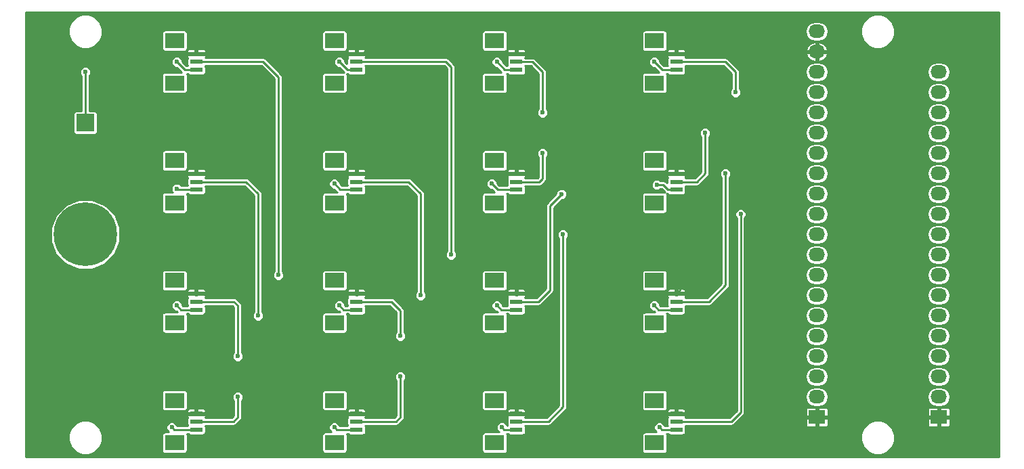
<source format=gbr>
G04 #@! TF.FileFunction,Copper,L1,Top,Signal*
%FSLAX46Y46*%
G04 Gerber Fmt 4.6, Leading zero omitted, Abs format (unit mm)*
G04 Created by KiCad (PCBNEW 4.0.2-4+6225~38~ubuntu14.04.1-stable) date Sat Feb 20 17:03:59 2016*
%MOMM*%
G01*
G04 APERTURE LIST*
%ADD10C,0.100000*%
%ADD11C,7.929880*%
%ADD12R,2.400000X1.900000*%
%ADD13R,1.550000X0.600000*%
%ADD14R,2.032000X1.727200*%
%ADD15O,2.032000X1.727200*%
%ADD16R,2.235200X2.235200*%
%ADD17C,0.600000*%
%ADD18C,0.250000*%
%ADD19C,0.254000*%
G04 APERTURE END LIST*
D10*
D11*
X86360000Y-58420000D03*
D12*
X97515000Y-34170000D03*
D13*
X100240000Y-37820000D03*
X100240000Y-36820000D03*
X100240000Y-35820000D03*
D12*
X97515000Y-39470000D03*
X97515000Y-49170000D03*
D13*
X100240000Y-52820000D03*
X100240000Y-51820000D03*
X100240000Y-50820000D03*
D12*
X97515000Y-54470000D03*
X97515000Y-64170000D03*
D13*
X100240000Y-67820000D03*
X100240000Y-66820000D03*
X100240000Y-65820000D03*
D12*
X97515000Y-69470000D03*
X97515000Y-79170000D03*
D13*
X100240000Y-82820000D03*
X100240000Y-81820000D03*
X100240000Y-80820000D03*
D12*
X97515000Y-84470000D03*
X117515000Y-34170000D03*
D13*
X120240000Y-37820000D03*
X120240000Y-36820000D03*
X120240000Y-35820000D03*
D12*
X117515000Y-39470000D03*
X117515000Y-49170000D03*
D13*
X120240000Y-52820000D03*
X120240000Y-51820000D03*
X120240000Y-50820000D03*
D12*
X117515000Y-54470000D03*
X117515000Y-64170000D03*
D13*
X120240000Y-67820000D03*
X120240000Y-66820000D03*
X120240000Y-65820000D03*
D12*
X117515000Y-69470000D03*
X117515000Y-79170000D03*
D13*
X120240000Y-82820000D03*
X120240000Y-81820000D03*
X120240000Y-80820000D03*
D12*
X117515000Y-84470000D03*
X137515000Y-34170000D03*
D13*
X140240000Y-37820000D03*
X140240000Y-36820000D03*
X140240000Y-35820000D03*
D12*
X137515000Y-39470000D03*
X137515000Y-49170000D03*
D13*
X140240000Y-52820000D03*
X140240000Y-51820000D03*
X140240000Y-50820000D03*
D12*
X137515000Y-54470000D03*
X137515000Y-64170000D03*
D13*
X140240000Y-67820000D03*
X140240000Y-66820000D03*
X140240000Y-65820000D03*
D12*
X137515000Y-69470000D03*
X137515000Y-79170000D03*
D13*
X140240000Y-82820000D03*
X140240000Y-81820000D03*
X140240000Y-80820000D03*
D12*
X137515000Y-84470000D03*
X157515000Y-34170000D03*
D13*
X160240000Y-37820000D03*
X160240000Y-36820000D03*
X160240000Y-35820000D03*
D12*
X157515000Y-39470000D03*
X157515000Y-49170000D03*
D13*
X160240000Y-52820000D03*
X160240000Y-51820000D03*
X160240000Y-50820000D03*
D12*
X157515000Y-54470000D03*
X157515000Y-64170000D03*
D13*
X160240000Y-67820000D03*
X160240000Y-66820000D03*
X160240000Y-65820000D03*
D12*
X157515000Y-69470000D03*
X157515000Y-79170000D03*
D13*
X160240000Y-82820000D03*
X160240000Y-81820000D03*
X160240000Y-80820000D03*
D12*
X157515000Y-84470000D03*
D14*
X177800000Y-81280000D03*
D15*
X177800000Y-78740000D03*
X177800000Y-76200000D03*
X177800000Y-73660000D03*
X177800000Y-71120000D03*
X177800000Y-68580000D03*
X177800000Y-66040000D03*
X177800000Y-63500000D03*
X177800000Y-60960000D03*
X177800000Y-58420000D03*
X177800000Y-55880000D03*
X177800000Y-53340000D03*
X177800000Y-50800000D03*
X177800000Y-48260000D03*
X177800000Y-45720000D03*
X177800000Y-43180000D03*
X177800000Y-40640000D03*
X177800000Y-38100000D03*
X177800000Y-35560000D03*
X177800000Y-33020000D03*
D14*
X193040000Y-81280000D03*
D15*
X193040000Y-78740000D03*
X193040000Y-76200000D03*
X193040000Y-73660000D03*
X193040000Y-71120000D03*
X193040000Y-68580000D03*
X193040000Y-66040000D03*
X193040000Y-63500000D03*
X193040000Y-60960000D03*
X193040000Y-58420000D03*
X193040000Y-55880000D03*
X193040000Y-53340000D03*
X193040000Y-50800000D03*
X193040000Y-48260000D03*
X193040000Y-45720000D03*
X193040000Y-43180000D03*
X193040000Y-40640000D03*
X193040000Y-38100000D03*
D16*
X86360000Y-44450000D03*
D17*
X157806941Y-52219982D03*
X137795000Y-67310000D03*
X137160000Y-52070000D03*
X137795000Y-36830000D03*
X118110000Y-36830000D03*
X117475000Y-52070000D03*
X118110000Y-67310000D03*
X117475000Y-82550000D03*
X97790000Y-36830000D03*
X97790000Y-52705000D03*
X97790000Y-67310000D03*
X97155000Y-82550000D03*
X138430000Y-82550000D03*
X158115000Y-82550000D03*
X157480000Y-67310000D03*
X157480000Y-36830000D03*
X110490000Y-63500000D03*
X142240000Y-64770000D03*
X142240000Y-50165000D03*
X142240000Y-34925000D03*
X121920000Y-34925000D03*
X121920000Y-50165000D03*
X121920000Y-65405000D03*
X122555000Y-80645000D03*
X102235000Y-35560000D03*
X102235000Y-50800000D03*
X102235000Y-65405000D03*
X102235000Y-80645000D03*
X142240000Y-80645000D03*
X162560000Y-80645000D03*
X160655000Y-62230000D03*
X161925000Y-50165000D03*
X161925000Y-35560000D03*
X107950000Y-68580000D03*
X105410000Y-73660000D03*
X105410000Y-78740000D03*
X132080000Y-60960000D03*
X128270000Y-66040000D03*
X125730000Y-71120000D03*
X125730000Y-76200000D03*
X143510000Y-43180000D03*
X143510000Y-48260000D03*
X145900000Y-53360000D03*
X146050000Y-58420000D03*
X167640000Y-40640000D03*
X163830000Y-45720000D03*
X166370000Y-50800000D03*
X168275000Y-55880000D03*
X86360000Y-38100000D03*
D18*
X158614982Y-52219982D02*
X158231205Y-52219982D01*
X159215000Y-52820000D02*
X158614982Y-52219982D01*
X160240000Y-52820000D02*
X159215000Y-52820000D01*
X158231205Y-52219982D02*
X157806941Y-52219982D01*
X140240000Y-67820000D02*
X138305000Y-67820000D01*
X138305000Y-67820000D02*
X137795000Y-67310000D01*
X140240000Y-52820000D02*
X137910000Y-52820000D01*
X137910000Y-52820000D02*
X137160000Y-52070000D01*
X140240000Y-37820000D02*
X138785000Y-37820000D01*
X138785000Y-37820000D02*
X137795000Y-36830000D01*
X120240000Y-37820000D02*
X119100000Y-37820000D01*
X119100000Y-37820000D02*
X118110000Y-36830000D01*
X120240000Y-52820000D02*
X118225000Y-52820000D01*
X118225000Y-52820000D02*
X117475000Y-52070000D01*
X120240000Y-67820000D02*
X118620000Y-67820000D01*
X118620000Y-67820000D02*
X118110000Y-67310000D01*
X120240000Y-82820000D02*
X117745000Y-82820000D01*
X117745000Y-82820000D02*
X117475000Y-82550000D01*
X100240000Y-37820000D02*
X98780000Y-37820000D01*
X98780000Y-37820000D02*
X97790000Y-36830000D01*
X100240000Y-52820000D02*
X97905000Y-52820000D01*
X97905000Y-52820000D02*
X97790000Y-52705000D01*
X100240000Y-67820000D02*
X98300000Y-67820000D01*
X98300000Y-67820000D02*
X97790000Y-67310000D01*
X100240000Y-82820000D02*
X97425000Y-82820000D01*
X97425000Y-82820000D02*
X97155000Y-82550000D01*
X140240000Y-82820000D02*
X138700000Y-82820000D01*
X138700000Y-82820000D02*
X138430000Y-82550000D01*
X160240000Y-82820000D02*
X158385000Y-82820000D01*
X158385000Y-82820000D02*
X158115000Y-82550000D01*
X160240000Y-67820000D02*
X157990000Y-67820000D01*
X157990000Y-67820000D02*
X157480000Y-67310000D01*
X160240000Y-37820000D02*
X158470000Y-37820000D01*
X158470000Y-37820000D02*
X157480000Y-36830000D01*
X108575000Y-36820000D02*
X100240000Y-36820000D01*
X110490000Y-38735000D02*
X108575000Y-36820000D01*
X110490000Y-63500000D02*
X110490000Y-38735000D01*
X140240000Y-65820000D02*
X141190000Y-65820000D01*
X141190000Y-65820000D02*
X142240000Y-64770000D01*
X140240000Y-50820000D02*
X141585000Y-50820000D01*
X141585000Y-50820000D02*
X142240000Y-50165000D01*
X140240000Y-35820000D02*
X141345000Y-35820000D01*
X141345000Y-35820000D02*
X142240000Y-34925000D01*
X120240000Y-35820000D02*
X121025000Y-35820000D01*
X121025000Y-35820000D02*
X121920000Y-34925000D01*
X120240000Y-50820000D02*
X121265000Y-50820000D01*
X121265000Y-50820000D02*
X121920000Y-50165000D01*
X120240000Y-65820000D02*
X121505000Y-65820000D01*
X121505000Y-65820000D02*
X121920000Y-65405000D01*
X120240000Y-80820000D02*
X122380000Y-80820000D01*
X122380000Y-80820000D02*
X122555000Y-80645000D01*
X100240000Y-35820000D02*
X101975000Y-35820000D01*
X101975000Y-35820000D02*
X102235000Y-35560000D01*
X100240000Y-50820000D02*
X102215000Y-50820000D01*
X102215000Y-50820000D02*
X102235000Y-50800000D01*
X100240000Y-65820000D02*
X101820000Y-65820000D01*
X101820000Y-65820000D02*
X102235000Y-65405000D01*
X100240000Y-80820000D02*
X102060000Y-80820000D01*
X102060000Y-80820000D02*
X102235000Y-80645000D01*
X140240000Y-80820000D02*
X142065000Y-80820000D01*
X142065000Y-80820000D02*
X142240000Y-80645000D01*
X160240000Y-80820000D02*
X162385000Y-80820000D01*
X162385000Y-80820000D02*
X162560000Y-80645000D01*
X160240000Y-65820000D02*
X160655000Y-65405000D01*
X160655000Y-65405000D02*
X160655000Y-62230000D01*
X160240000Y-50820000D02*
X161270000Y-50820000D01*
X161270000Y-50820000D02*
X161925000Y-50165000D01*
X160240000Y-35820000D02*
X161665000Y-35820000D01*
X161665000Y-35820000D02*
X161925000Y-35560000D01*
X106430000Y-51820000D02*
X100240000Y-51820000D01*
X107950000Y-53340000D02*
X106430000Y-51820000D01*
X107950000Y-68580000D02*
X107950000Y-53340000D01*
X104920000Y-66820000D02*
X100240000Y-66820000D01*
X105410000Y-67310000D02*
X104920000Y-66820000D01*
X105410000Y-73660000D02*
X105410000Y-67310000D01*
X104870000Y-81820000D02*
X100240000Y-81820000D01*
X105410000Y-81280000D02*
X104870000Y-81820000D01*
X105410000Y-78740000D02*
X105410000Y-81280000D01*
X131435000Y-36820000D02*
X120240000Y-36820000D01*
X132080000Y-37465000D02*
X131435000Y-36820000D01*
X132080000Y-60960000D02*
X132080000Y-37465000D01*
X126750000Y-51820000D02*
X120240000Y-51820000D01*
X128270000Y-53340000D02*
X126750000Y-51820000D01*
X128270000Y-66040000D02*
X128270000Y-53340000D01*
X124605000Y-66820000D02*
X120240000Y-66820000D01*
X125730000Y-67945000D02*
X124605000Y-66820000D01*
X125730000Y-71120000D02*
X125730000Y-67945000D01*
X125190000Y-81820000D02*
X120240000Y-81820000D01*
X125730000Y-81280000D02*
X125190000Y-81820000D01*
X125730000Y-76200000D02*
X125730000Y-81280000D01*
X140240000Y-36820000D02*
X140250000Y-36830000D01*
X140250000Y-36830000D02*
X142240000Y-36830000D01*
X142240000Y-36830000D02*
X143510000Y-38100000D01*
X143510000Y-38100000D02*
X143510000Y-43180000D01*
X143125000Y-51820000D02*
X140240000Y-51820000D01*
X143510000Y-51435000D02*
X143125000Y-51820000D01*
X143510000Y-48260000D02*
X143510000Y-51435000D01*
X140240000Y-66820000D02*
X142970000Y-66820000D01*
X144420000Y-54840000D02*
X145900000Y-53360000D01*
X144420000Y-65370000D02*
X144420000Y-54840000D01*
X142970000Y-66820000D02*
X144420000Y-65370000D01*
X144240000Y-81820000D02*
X140240000Y-81820000D01*
X146050000Y-80010000D02*
X144240000Y-81820000D01*
X146050000Y-58420000D02*
X146050000Y-80010000D01*
X166360000Y-36820000D02*
X160240000Y-36820000D01*
X167640000Y-38100000D02*
X166360000Y-36820000D01*
X167640000Y-40640000D02*
X167640000Y-38100000D01*
X162810000Y-51820000D02*
X160240000Y-51820000D01*
X163830000Y-50800000D02*
X162810000Y-51820000D01*
X163830000Y-45720000D02*
X163830000Y-50800000D01*
X164320000Y-66820000D02*
X160240000Y-66820000D01*
X166370000Y-64770000D02*
X164320000Y-66820000D01*
X166370000Y-50800000D02*
X166370000Y-64770000D01*
X167100000Y-81820000D02*
X160240000Y-81820000D01*
X168275000Y-80645000D02*
X167100000Y-81820000D01*
X168275000Y-55880000D02*
X168275000Y-80645000D01*
X86360000Y-44450000D02*
X86360000Y-38100000D01*
D19*
G36*
X200533000Y-86233000D02*
X78867000Y-86233000D01*
X78867000Y-84242022D01*
X84228631Y-84242022D01*
X84552373Y-85025538D01*
X85151309Y-85625521D01*
X85934258Y-85950630D01*
X86782022Y-85951369D01*
X87565538Y-85627627D01*
X88165521Y-85028691D01*
X88490630Y-84245742D01*
X88491262Y-83520000D01*
X95926536Y-83520000D01*
X95926536Y-85420000D01*
X95953103Y-85561190D01*
X96036546Y-85690865D01*
X96163866Y-85777859D01*
X96315000Y-85808464D01*
X98715000Y-85808464D01*
X98856190Y-85781897D01*
X98985865Y-85698454D01*
X99072859Y-85571134D01*
X99103464Y-85420000D01*
X99103464Y-83520000D01*
X115926536Y-83520000D01*
X115926536Y-85420000D01*
X115953103Y-85561190D01*
X116036546Y-85690865D01*
X116163866Y-85777859D01*
X116315000Y-85808464D01*
X118715000Y-85808464D01*
X118856190Y-85781897D01*
X118985865Y-85698454D01*
X119072859Y-85571134D01*
X119103464Y-85420000D01*
X119103464Y-83520000D01*
X135926536Y-83520000D01*
X135926536Y-85420000D01*
X135953103Y-85561190D01*
X136036546Y-85690865D01*
X136163866Y-85777859D01*
X136315000Y-85808464D01*
X138715000Y-85808464D01*
X138856190Y-85781897D01*
X138985865Y-85698454D01*
X139072859Y-85571134D01*
X139103464Y-85420000D01*
X139103464Y-83520000D01*
X155926536Y-83520000D01*
X155926536Y-85420000D01*
X155953103Y-85561190D01*
X156036546Y-85690865D01*
X156163866Y-85777859D01*
X156315000Y-85808464D01*
X158715000Y-85808464D01*
X158856190Y-85781897D01*
X158985865Y-85698454D01*
X159072859Y-85571134D01*
X159103464Y-85420000D01*
X159103464Y-84242022D01*
X183288631Y-84242022D01*
X183612373Y-85025538D01*
X184211309Y-85625521D01*
X184994258Y-85950630D01*
X185842022Y-85951369D01*
X186625538Y-85627627D01*
X187225521Y-85028691D01*
X187550630Y-84245742D01*
X187551369Y-83397978D01*
X187227627Y-82614462D01*
X186628691Y-82014479D01*
X185845742Y-81689370D01*
X184997978Y-81688631D01*
X184214462Y-82012373D01*
X183614479Y-82611309D01*
X183289370Y-83394258D01*
X183288631Y-84242022D01*
X159103464Y-84242022D01*
X159103464Y-83520000D01*
X159076897Y-83378810D01*
X159042915Y-83326000D01*
X159144807Y-83326000D01*
X159186546Y-83390865D01*
X159313866Y-83477859D01*
X159465000Y-83508464D01*
X161015000Y-83508464D01*
X161156190Y-83481897D01*
X161285865Y-83398454D01*
X161372859Y-83271134D01*
X161403464Y-83120000D01*
X161403464Y-82520000D01*
X161376897Y-82378810D01*
X161342915Y-82326000D01*
X167100000Y-82326000D01*
X167293638Y-82287483D01*
X167457796Y-82177796D01*
X168133342Y-81502250D01*
X176403000Y-81502250D01*
X176403000Y-82219385D01*
X176461004Y-82359419D01*
X176568180Y-82466596D01*
X176708214Y-82524600D01*
X177577750Y-82524600D01*
X177673000Y-82429350D01*
X177673000Y-81407000D01*
X177927000Y-81407000D01*
X177927000Y-82429350D01*
X178022250Y-82524600D01*
X178891786Y-82524600D01*
X179031820Y-82466596D01*
X179138996Y-82359419D01*
X179197000Y-82219385D01*
X179197000Y-81502250D01*
X191643000Y-81502250D01*
X191643000Y-82219385D01*
X191701004Y-82359419D01*
X191808180Y-82466596D01*
X191948214Y-82524600D01*
X192817750Y-82524600D01*
X192913000Y-82429350D01*
X192913000Y-81407000D01*
X193167000Y-81407000D01*
X193167000Y-82429350D01*
X193262250Y-82524600D01*
X194131786Y-82524600D01*
X194271820Y-82466596D01*
X194378996Y-82359419D01*
X194437000Y-82219385D01*
X194437000Y-81502250D01*
X194341750Y-81407000D01*
X193167000Y-81407000D01*
X192913000Y-81407000D01*
X191738250Y-81407000D01*
X191643000Y-81502250D01*
X179197000Y-81502250D01*
X179101750Y-81407000D01*
X177927000Y-81407000D01*
X177673000Y-81407000D01*
X176498250Y-81407000D01*
X176403000Y-81502250D01*
X168133342Y-81502250D01*
X168632796Y-81002796D01*
X168742483Y-80838638D01*
X168781000Y-80645000D01*
X168781000Y-80340615D01*
X176403000Y-80340615D01*
X176403000Y-81057750D01*
X176498250Y-81153000D01*
X177673000Y-81153000D01*
X177673000Y-80130650D01*
X177927000Y-80130650D01*
X177927000Y-81153000D01*
X179101750Y-81153000D01*
X179197000Y-81057750D01*
X179197000Y-80340615D01*
X191643000Y-80340615D01*
X191643000Y-81057750D01*
X191738250Y-81153000D01*
X192913000Y-81153000D01*
X192913000Y-80130650D01*
X193167000Y-80130650D01*
X193167000Y-81153000D01*
X194341750Y-81153000D01*
X194437000Y-81057750D01*
X194437000Y-80340615D01*
X194378996Y-80200581D01*
X194271820Y-80093404D01*
X194131786Y-80035400D01*
X193262250Y-80035400D01*
X193167000Y-80130650D01*
X192913000Y-80130650D01*
X192817750Y-80035400D01*
X191948214Y-80035400D01*
X191808180Y-80093404D01*
X191701004Y-80200581D01*
X191643000Y-80340615D01*
X179197000Y-80340615D01*
X179138996Y-80200581D01*
X179031820Y-80093404D01*
X178891786Y-80035400D01*
X178022250Y-80035400D01*
X177927000Y-80130650D01*
X177673000Y-80130650D01*
X177577750Y-80035400D01*
X176708214Y-80035400D01*
X176568180Y-80093404D01*
X176461004Y-80200581D01*
X176403000Y-80340615D01*
X168781000Y-80340615D01*
X168781000Y-78740000D01*
X176375631Y-78740000D01*
X176470371Y-79216288D01*
X176740166Y-79620065D01*
X177143943Y-79889860D01*
X177620231Y-79984600D01*
X177979769Y-79984600D01*
X178456057Y-79889860D01*
X178859834Y-79620065D01*
X179129629Y-79216288D01*
X179224369Y-78740000D01*
X191615631Y-78740000D01*
X191710371Y-79216288D01*
X191980166Y-79620065D01*
X192383943Y-79889860D01*
X192860231Y-79984600D01*
X193219769Y-79984600D01*
X193696057Y-79889860D01*
X194099834Y-79620065D01*
X194369629Y-79216288D01*
X194464369Y-78740000D01*
X194369629Y-78263712D01*
X194099834Y-77859935D01*
X193696057Y-77590140D01*
X193219769Y-77495400D01*
X192860231Y-77495400D01*
X192383943Y-77590140D01*
X191980166Y-77859935D01*
X191710371Y-78263712D01*
X191615631Y-78740000D01*
X179224369Y-78740000D01*
X179129629Y-78263712D01*
X178859834Y-77859935D01*
X178456057Y-77590140D01*
X177979769Y-77495400D01*
X177620231Y-77495400D01*
X177143943Y-77590140D01*
X176740166Y-77859935D01*
X176470371Y-78263712D01*
X176375631Y-78740000D01*
X168781000Y-78740000D01*
X168781000Y-76200000D01*
X176375631Y-76200000D01*
X176470371Y-76676288D01*
X176740166Y-77080065D01*
X177143943Y-77349860D01*
X177620231Y-77444600D01*
X177979769Y-77444600D01*
X178456057Y-77349860D01*
X178859834Y-77080065D01*
X179129629Y-76676288D01*
X179224369Y-76200000D01*
X191615631Y-76200000D01*
X191710371Y-76676288D01*
X191980166Y-77080065D01*
X192383943Y-77349860D01*
X192860231Y-77444600D01*
X193219769Y-77444600D01*
X193696057Y-77349860D01*
X194099834Y-77080065D01*
X194369629Y-76676288D01*
X194464369Y-76200000D01*
X194369629Y-75723712D01*
X194099834Y-75319935D01*
X193696057Y-75050140D01*
X193219769Y-74955400D01*
X192860231Y-74955400D01*
X192383943Y-75050140D01*
X191980166Y-75319935D01*
X191710371Y-75723712D01*
X191615631Y-76200000D01*
X179224369Y-76200000D01*
X179129629Y-75723712D01*
X178859834Y-75319935D01*
X178456057Y-75050140D01*
X177979769Y-74955400D01*
X177620231Y-74955400D01*
X177143943Y-75050140D01*
X176740166Y-75319935D01*
X176470371Y-75723712D01*
X176375631Y-76200000D01*
X168781000Y-76200000D01*
X168781000Y-73660000D01*
X176375631Y-73660000D01*
X176470371Y-74136288D01*
X176740166Y-74540065D01*
X177143943Y-74809860D01*
X177620231Y-74904600D01*
X177979769Y-74904600D01*
X178456057Y-74809860D01*
X178859834Y-74540065D01*
X179129629Y-74136288D01*
X179224369Y-73660000D01*
X191615631Y-73660000D01*
X191710371Y-74136288D01*
X191980166Y-74540065D01*
X192383943Y-74809860D01*
X192860231Y-74904600D01*
X193219769Y-74904600D01*
X193696057Y-74809860D01*
X194099834Y-74540065D01*
X194369629Y-74136288D01*
X194464369Y-73660000D01*
X194369629Y-73183712D01*
X194099834Y-72779935D01*
X193696057Y-72510140D01*
X193219769Y-72415400D01*
X192860231Y-72415400D01*
X192383943Y-72510140D01*
X191980166Y-72779935D01*
X191710371Y-73183712D01*
X191615631Y-73660000D01*
X179224369Y-73660000D01*
X179129629Y-73183712D01*
X178859834Y-72779935D01*
X178456057Y-72510140D01*
X177979769Y-72415400D01*
X177620231Y-72415400D01*
X177143943Y-72510140D01*
X176740166Y-72779935D01*
X176470371Y-73183712D01*
X176375631Y-73660000D01*
X168781000Y-73660000D01*
X168781000Y-71120000D01*
X176375631Y-71120000D01*
X176470371Y-71596288D01*
X176740166Y-72000065D01*
X177143943Y-72269860D01*
X177620231Y-72364600D01*
X177979769Y-72364600D01*
X178456057Y-72269860D01*
X178859834Y-72000065D01*
X179129629Y-71596288D01*
X179224369Y-71120000D01*
X191615631Y-71120000D01*
X191710371Y-71596288D01*
X191980166Y-72000065D01*
X192383943Y-72269860D01*
X192860231Y-72364600D01*
X193219769Y-72364600D01*
X193696057Y-72269860D01*
X194099834Y-72000065D01*
X194369629Y-71596288D01*
X194464369Y-71120000D01*
X194369629Y-70643712D01*
X194099834Y-70239935D01*
X193696057Y-69970140D01*
X193219769Y-69875400D01*
X192860231Y-69875400D01*
X192383943Y-69970140D01*
X191980166Y-70239935D01*
X191710371Y-70643712D01*
X191615631Y-71120000D01*
X179224369Y-71120000D01*
X179129629Y-70643712D01*
X178859834Y-70239935D01*
X178456057Y-69970140D01*
X177979769Y-69875400D01*
X177620231Y-69875400D01*
X177143943Y-69970140D01*
X176740166Y-70239935D01*
X176470371Y-70643712D01*
X176375631Y-71120000D01*
X168781000Y-71120000D01*
X168781000Y-68580000D01*
X176375631Y-68580000D01*
X176470371Y-69056288D01*
X176740166Y-69460065D01*
X177143943Y-69729860D01*
X177620231Y-69824600D01*
X177979769Y-69824600D01*
X178456057Y-69729860D01*
X178859834Y-69460065D01*
X179129629Y-69056288D01*
X179224369Y-68580000D01*
X191615631Y-68580000D01*
X191710371Y-69056288D01*
X191980166Y-69460065D01*
X192383943Y-69729860D01*
X192860231Y-69824600D01*
X193219769Y-69824600D01*
X193696057Y-69729860D01*
X194099834Y-69460065D01*
X194369629Y-69056288D01*
X194464369Y-68580000D01*
X194369629Y-68103712D01*
X194099834Y-67699935D01*
X193696057Y-67430140D01*
X193219769Y-67335400D01*
X192860231Y-67335400D01*
X192383943Y-67430140D01*
X191980166Y-67699935D01*
X191710371Y-68103712D01*
X191615631Y-68580000D01*
X179224369Y-68580000D01*
X179129629Y-68103712D01*
X178859834Y-67699935D01*
X178456057Y-67430140D01*
X177979769Y-67335400D01*
X177620231Y-67335400D01*
X177143943Y-67430140D01*
X176740166Y-67699935D01*
X176470371Y-68103712D01*
X176375631Y-68580000D01*
X168781000Y-68580000D01*
X168781000Y-66040000D01*
X176375631Y-66040000D01*
X176470371Y-66516288D01*
X176740166Y-66920065D01*
X177143943Y-67189860D01*
X177620231Y-67284600D01*
X177979769Y-67284600D01*
X178456057Y-67189860D01*
X178859834Y-66920065D01*
X179129629Y-66516288D01*
X179224369Y-66040000D01*
X191615631Y-66040000D01*
X191710371Y-66516288D01*
X191980166Y-66920065D01*
X192383943Y-67189860D01*
X192860231Y-67284600D01*
X193219769Y-67284600D01*
X193696057Y-67189860D01*
X194099834Y-66920065D01*
X194369629Y-66516288D01*
X194464369Y-66040000D01*
X194369629Y-65563712D01*
X194099834Y-65159935D01*
X193696057Y-64890140D01*
X193219769Y-64795400D01*
X192860231Y-64795400D01*
X192383943Y-64890140D01*
X191980166Y-65159935D01*
X191710371Y-65563712D01*
X191615631Y-66040000D01*
X179224369Y-66040000D01*
X179129629Y-65563712D01*
X178859834Y-65159935D01*
X178456057Y-64890140D01*
X177979769Y-64795400D01*
X177620231Y-64795400D01*
X177143943Y-64890140D01*
X176740166Y-65159935D01*
X176470371Y-65563712D01*
X176375631Y-66040000D01*
X168781000Y-66040000D01*
X168781000Y-63500000D01*
X176375631Y-63500000D01*
X176470371Y-63976288D01*
X176740166Y-64380065D01*
X177143943Y-64649860D01*
X177620231Y-64744600D01*
X177979769Y-64744600D01*
X178456057Y-64649860D01*
X178859834Y-64380065D01*
X179129629Y-63976288D01*
X179224369Y-63500000D01*
X191615631Y-63500000D01*
X191710371Y-63976288D01*
X191980166Y-64380065D01*
X192383943Y-64649860D01*
X192860231Y-64744600D01*
X193219769Y-64744600D01*
X193696057Y-64649860D01*
X194099834Y-64380065D01*
X194369629Y-63976288D01*
X194464369Y-63500000D01*
X194369629Y-63023712D01*
X194099834Y-62619935D01*
X193696057Y-62350140D01*
X193219769Y-62255400D01*
X192860231Y-62255400D01*
X192383943Y-62350140D01*
X191980166Y-62619935D01*
X191710371Y-63023712D01*
X191615631Y-63500000D01*
X179224369Y-63500000D01*
X179129629Y-63023712D01*
X178859834Y-62619935D01*
X178456057Y-62350140D01*
X177979769Y-62255400D01*
X177620231Y-62255400D01*
X177143943Y-62350140D01*
X176740166Y-62619935D01*
X176470371Y-63023712D01*
X176375631Y-63500000D01*
X168781000Y-63500000D01*
X168781000Y-60960000D01*
X176375631Y-60960000D01*
X176470371Y-61436288D01*
X176740166Y-61840065D01*
X177143943Y-62109860D01*
X177620231Y-62204600D01*
X177979769Y-62204600D01*
X178456057Y-62109860D01*
X178859834Y-61840065D01*
X179129629Y-61436288D01*
X179224369Y-60960000D01*
X191615631Y-60960000D01*
X191710371Y-61436288D01*
X191980166Y-61840065D01*
X192383943Y-62109860D01*
X192860231Y-62204600D01*
X193219769Y-62204600D01*
X193696057Y-62109860D01*
X194099834Y-61840065D01*
X194369629Y-61436288D01*
X194464369Y-60960000D01*
X194369629Y-60483712D01*
X194099834Y-60079935D01*
X193696057Y-59810140D01*
X193219769Y-59715400D01*
X192860231Y-59715400D01*
X192383943Y-59810140D01*
X191980166Y-60079935D01*
X191710371Y-60483712D01*
X191615631Y-60960000D01*
X179224369Y-60960000D01*
X179129629Y-60483712D01*
X178859834Y-60079935D01*
X178456057Y-59810140D01*
X177979769Y-59715400D01*
X177620231Y-59715400D01*
X177143943Y-59810140D01*
X176740166Y-60079935D01*
X176470371Y-60483712D01*
X176375631Y-60960000D01*
X168781000Y-60960000D01*
X168781000Y-58420000D01*
X176375631Y-58420000D01*
X176470371Y-58896288D01*
X176740166Y-59300065D01*
X177143943Y-59569860D01*
X177620231Y-59664600D01*
X177979769Y-59664600D01*
X178456057Y-59569860D01*
X178859834Y-59300065D01*
X179129629Y-58896288D01*
X179224369Y-58420000D01*
X191615631Y-58420000D01*
X191710371Y-58896288D01*
X191980166Y-59300065D01*
X192383943Y-59569860D01*
X192860231Y-59664600D01*
X193219769Y-59664600D01*
X193696057Y-59569860D01*
X194099834Y-59300065D01*
X194369629Y-58896288D01*
X194464369Y-58420000D01*
X194369629Y-57943712D01*
X194099834Y-57539935D01*
X193696057Y-57270140D01*
X193219769Y-57175400D01*
X192860231Y-57175400D01*
X192383943Y-57270140D01*
X191980166Y-57539935D01*
X191710371Y-57943712D01*
X191615631Y-58420000D01*
X179224369Y-58420000D01*
X179129629Y-57943712D01*
X178859834Y-57539935D01*
X178456057Y-57270140D01*
X177979769Y-57175400D01*
X177620231Y-57175400D01*
X177143943Y-57270140D01*
X176740166Y-57539935D01*
X176470371Y-57943712D01*
X176375631Y-58420000D01*
X168781000Y-58420000D01*
X168781000Y-56337123D01*
X168851987Y-56266259D01*
X168955882Y-56016054D01*
X168956000Y-55880000D01*
X176375631Y-55880000D01*
X176470371Y-56356288D01*
X176740166Y-56760065D01*
X177143943Y-57029860D01*
X177620231Y-57124600D01*
X177979769Y-57124600D01*
X178456057Y-57029860D01*
X178859834Y-56760065D01*
X179129629Y-56356288D01*
X179224369Y-55880000D01*
X191615631Y-55880000D01*
X191710371Y-56356288D01*
X191980166Y-56760065D01*
X192383943Y-57029860D01*
X192860231Y-57124600D01*
X193219769Y-57124600D01*
X193696057Y-57029860D01*
X194099834Y-56760065D01*
X194369629Y-56356288D01*
X194464369Y-55880000D01*
X194369629Y-55403712D01*
X194099834Y-54999935D01*
X193696057Y-54730140D01*
X193219769Y-54635400D01*
X192860231Y-54635400D01*
X192383943Y-54730140D01*
X191980166Y-54999935D01*
X191710371Y-55403712D01*
X191615631Y-55880000D01*
X179224369Y-55880000D01*
X179129629Y-55403712D01*
X178859834Y-54999935D01*
X178456057Y-54730140D01*
X177979769Y-54635400D01*
X177620231Y-54635400D01*
X177143943Y-54730140D01*
X176740166Y-54999935D01*
X176470371Y-55403712D01*
X176375631Y-55880000D01*
X168956000Y-55880000D01*
X168956118Y-55745135D01*
X168852661Y-55494748D01*
X168661259Y-55303013D01*
X168411054Y-55199118D01*
X168140135Y-55198882D01*
X167889748Y-55302339D01*
X167698013Y-55493741D01*
X167594118Y-55743946D01*
X167593882Y-56014865D01*
X167697339Y-56265252D01*
X167769000Y-56337038D01*
X167769000Y-80435408D01*
X166890408Y-81314000D01*
X161347034Y-81314000D01*
X161396000Y-81195786D01*
X161396000Y-81042250D01*
X161300750Y-80947000D01*
X160367000Y-80947000D01*
X160367000Y-80967000D01*
X160113000Y-80967000D01*
X160113000Y-80947000D01*
X159179250Y-80947000D01*
X159084000Y-81042250D01*
X159084000Y-81195786D01*
X159137368Y-81324627D01*
X159107141Y-81368866D01*
X159076536Y-81520000D01*
X159076536Y-82120000D01*
X159103103Y-82261190D01*
X159137085Y-82314000D01*
X158754330Y-82314000D01*
X158692661Y-82164748D01*
X158501259Y-81973013D01*
X158251054Y-81869118D01*
X157980135Y-81868882D01*
X157729748Y-81972339D01*
X157538013Y-82163741D01*
X157434118Y-82413946D01*
X157433882Y-82684865D01*
X157537339Y-82935252D01*
X157728741Y-83126987D01*
X157739696Y-83131536D01*
X156315000Y-83131536D01*
X156173810Y-83158103D01*
X156044135Y-83241546D01*
X155957141Y-83368866D01*
X155926536Y-83520000D01*
X139103464Y-83520000D01*
X139076897Y-83378810D01*
X139042915Y-83326000D01*
X139144807Y-83326000D01*
X139186546Y-83390865D01*
X139313866Y-83477859D01*
X139465000Y-83508464D01*
X141015000Y-83508464D01*
X141156190Y-83481897D01*
X141285865Y-83398454D01*
X141372859Y-83271134D01*
X141403464Y-83120000D01*
X141403464Y-82520000D01*
X141376897Y-82378810D01*
X141342915Y-82326000D01*
X144240000Y-82326000D01*
X144433638Y-82287483D01*
X144597796Y-82177796D01*
X146407796Y-80367796D01*
X146461646Y-80287204D01*
X146517483Y-80203638D01*
X146556000Y-80010000D01*
X146556000Y-78220000D01*
X155926536Y-78220000D01*
X155926536Y-80120000D01*
X155953103Y-80261190D01*
X156036546Y-80390865D01*
X156163866Y-80477859D01*
X156315000Y-80508464D01*
X158715000Y-80508464D01*
X158856190Y-80481897D01*
X158914751Y-80444214D01*
X159084000Y-80444214D01*
X159084000Y-80597750D01*
X159179250Y-80693000D01*
X160113000Y-80693000D01*
X160113000Y-80234250D01*
X160367000Y-80234250D01*
X160367000Y-80693000D01*
X161300750Y-80693000D01*
X161396000Y-80597750D01*
X161396000Y-80444214D01*
X161337996Y-80304180D01*
X161230819Y-80197004D01*
X161090785Y-80139000D01*
X160462250Y-80139000D01*
X160367000Y-80234250D01*
X160113000Y-80234250D01*
X160017750Y-80139000D01*
X159389215Y-80139000D01*
X159249181Y-80197004D01*
X159142004Y-80304180D01*
X159084000Y-80444214D01*
X158914751Y-80444214D01*
X158985865Y-80398454D01*
X159072859Y-80271134D01*
X159103464Y-80120000D01*
X159103464Y-78220000D01*
X159076897Y-78078810D01*
X158993454Y-77949135D01*
X158866134Y-77862141D01*
X158715000Y-77831536D01*
X156315000Y-77831536D01*
X156173810Y-77858103D01*
X156044135Y-77941546D01*
X155957141Y-78068866D01*
X155926536Y-78220000D01*
X146556000Y-78220000D01*
X146556000Y-68520000D01*
X155926536Y-68520000D01*
X155926536Y-70420000D01*
X155953103Y-70561190D01*
X156036546Y-70690865D01*
X156163866Y-70777859D01*
X156315000Y-70808464D01*
X158715000Y-70808464D01*
X158856190Y-70781897D01*
X158985865Y-70698454D01*
X159072859Y-70571134D01*
X159103464Y-70420000D01*
X159103464Y-68520000D01*
X159076897Y-68378810D01*
X159042915Y-68326000D01*
X159144807Y-68326000D01*
X159186546Y-68390865D01*
X159313866Y-68477859D01*
X159465000Y-68508464D01*
X161015000Y-68508464D01*
X161156190Y-68481897D01*
X161285865Y-68398454D01*
X161372859Y-68271134D01*
X161403464Y-68120000D01*
X161403464Y-67520000D01*
X161376897Y-67378810D01*
X161342915Y-67326000D01*
X164320000Y-67326000D01*
X164513638Y-67287483D01*
X164677796Y-67177796D01*
X166727796Y-65127796D01*
X166837483Y-64963638D01*
X166876000Y-64770000D01*
X166876000Y-53340000D01*
X176375631Y-53340000D01*
X176470371Y-53816288D01*
X176740166Y-54220065D01*
X177143943Y-54489860D01*
X177620231Y-54584600D01*
X177979769Y-54584600D01*
X178456057Y-54489860D01*
X178859834Y-54220065D01*
X179129629Y-53816288D01*
X179224369Y-53340000D01*
X191615631Y-53340000D01*
X191710371Y-53816288D01*
X191980166Y-54220065D01*
X192383943Y-54489860D01*
X192860231Y-54584600D01*
X193219769Y-54584600D01*
X193696057Y-54489860D01*
X194099834Y-54220065D01*
X194369629Y-53816288D01*
X194464369Y-53340000D01*
X194369629Y-52863712D01*
X194099834Y-52459935D01*
X193696057Y-52190140D01*
X193219769Y-52095400D01*
X192860231Y-52095400D01*
X192383943Y-52190140D01*
X191980166Y-52459935D01*
X191710371Y-52863712D01*
X191615631Y-53340000D01*
X179224369Y-53340000D01*
X179129629Y-52863712D01*
X178859834Y-52459935D01*
X178456057Y-52190140D01*
X177979769Y-52095400D01*
X177620231Y-52095400D01*
X177143943Y-52190140D01*
X176740166Y-52459935D01*
X176470371Y-52863712D01*
X176375631Y-53340000D01*
X166876000Y-53340000D01*
X166876000Y-51257123D01*
X166946987Y-51186259D01*
X167050882Y-50936054D01*
X167051000Y-50800000D01*
X176375631Y-50800000D01*
X176470371Y-51276288D01*
X176740166Y-51680065D01*
X177143943Y-51949860D01*
X177620231Y-52044600D01*
X177979769Y-52044600D01*
X178456057Y-51949860D01*
X178859834Y-51680065D01*
X179129629Y-51276288D01*
X179224369Y-50800000D01*
X191615631Y-50800000D01*
X191710371Y-51276288D01*
X191980166Y-51680065D01*
X192383943Y-51949860D01*
X192860231Y-52044600D01*
X193219769Y-52044600D01*
X193696057Y-51949860D01*
X194099834Y-51680065D01*
X194369629Y-51276288D01*
X194464369Y-50800000D01*
X194369629Y-50323712D01*
X194099834Y-49919935D01*
X193696057Y-49650140D01*
X193219769Y-49555400D01*
X192860231Y-49555400D01*
X192383943Y-49650140D01*
X191980166Y-49919935D01*
X191710371Y-50323712D01*
X191615631Y-50800000D01*
X179224369Y-50800000D01*
X179129629Y-50323712D01*
X178859834Y-49919935D01*
X178456057Y-49650140D01*
X177979769Y-49555400D01*
X177620231Y-49555400D01*
X177143943Y-49650140D01*
X176740166Y-49919935D01*
X176470371Y-50323712D01*
X176375631Y-50800000D01*
X167051000Y-50800000D01*
X167051118Y-50665135D01*
X166947661Y-50414748D01*
X166756259Y-50223013D01*
X166506054Y-50119118D01*
X166235135Y-50118882D01*
X165984748Y-50222339D01*
X165793013Y-50413741D01*
X165689118Y-50663946D01*
X165688882Y-50934865D01*
X165792339Y-51185252D01*
X165864000Y-51257038D01*
X165864000Y-64560408D01*
X164110408Y-66314000D01*
X161347034Y-66314000D01*
X161396000Y-66195786D01*
X161396000Y-66042250D01*
X161300750Y-65947000D01*
X160367000Y-65947000D01*
X160367000Y-65967000D01*
X160113000Y-65967000D01*
X160113000Y-65947000D01*
X159179250Y-65947000D01*
X159084000Y-66042250D01*
X159084000Y-66195786D01*
X159137368Y-66324627D01*
X159107141Y-66368866D01*
X159076536Y-66520000D01*
X159076536Y-67120000D01*
X159103103Y-67261190D01*
X159137085Y-67314000D01*
X158199592Y-67314000D01*
X158161031Y-67275439D01*
X158161118Y-67175135D01*
X158057661Y-66924748D01*
X157866259Y-66733013D01*
X157616054Y-66629118D01*
X157345135Y-66628882D01*
X157094748Y-66732339D01*
X156903013Y-66923741D01*
X156799118Y-67173946D01*
X156798882Y-67444865D01*
X156902339Y-67695252D01*
X157093741Y-67886987D01*
X157343946Y-67990882D01*
X157445378Y-67990970D01*
X157585944Y-68131536D01*
X156315000Y-68131536D01*
X156173810Y-68158103D01*
X156044135Y-68241546D01*
X155957141Y-68368866D01*
X155926536Y-68520000D01*
X146556000Y-68520000D01*
X146556000Y-63220000D01*
X155926536Y-63220000D01*
X155926536Y-65120000D01*
X155953103Y-65261190D01*
X156036546Y-65390865D01*
X156163866Y-65477859D01*
X156315000Y-65508464D01*
X158715000Y-65508464D01*
X158856190Y-65481897D01*
X158914751Y-65444214D01*
X159084000Y-65444214D01*
X159084000Y-65597750D01*
X159179250Y-65693000D01*
X160113000Y-65693000D01*
X160113000Y-65234250D01*
X160367000Y-65234250D01*
X160367000Y-65693000D01*
X161300750Y-65693000D01*
X161396000Y-65597750D01*
X161396000Y-65444214D01*
X161337996Y-65304180D01*
X161230819Y-65197004D01*
X161090785Y-65139000D01*
X160462250Y-65139000D01*
X160367000Y-65234250D01*
X160113000Y-65234250D01*
X160017750Y-65139000D01*
X159389215Y-65139000D01*
X159249181Y-65197004D01*
X159142004Y-65304180D01*
X159084000Y-65444214D01*
X158914751Y-65444214D01*
X158985865Y-65398454D01*
X159072859Y-65271134D01*
X159103464Y-65120000D01*
X159103464Y-63220000D01*
X159076897Y-63078810D01*
X158993454Y-62949135D01*
X158866134Y-62862141D01*
X158715000Y-62831536D01*
X156315000Y-62831536D01*
X156173810Y-62858103D01*
X156044135Y-62941546D01*
X155957141Y-63068866D01*
X155926536Y-63220000D01*
X146556000Y-63220000D01*
X146556000Y-58877123D01*
X146626987Y-58806259D01*
X146730882Y-58556054D01*
X146731118Y-58285135D01*
X146627661Y-58034748D01*
X146436259Y-57843013D01*
X146186054Y-57739118D01*
X145915135Y-57738882D01*
X145664748Y-57842339D01*
X145473013Y-58033741D01*
X145369118Y-58283946D01*
X145368882Y-58554865D01*
X145472339Y-58805252D01*
X145544000Y-58877038D01*
X145544000Y-79800408D01*
X144030408Y-81314000D01*
X141347034Y-81314000D01*
X141396000Y-81195786D01*
X141396000Y-81042250D01*
X141300750Y-80947000D01*
X140367000Y-80947000D01*
X140367000Y-80967000D01*
X140113000Y-80967000D01*
X140113000Y-80947000D01*
X139179250Y-80947000D01*
X139084000Y-81042250D01*
X139084000Y-81195786D01*
X139137368Y-81324627D01*
X139107141Y-81368866D01*
X139076536Y-81520000D01*
X139076536Y-82120000D01*
X139103103Y-82261190D01*
X139137085Y-82314000D01*
X139069330Y-82314000D01*
X139007661Y-82164748D01*
X138816259Y-81973013D01*
X138566054Y-81869118D01*
X138295135Y-81868882D01*
X138044748Y-81972339D01*
X137853013Y-82163741D01*
X137749118Y-82413946D01*
X137748882Y-82684865D01*
X137852339Y-82935252D01*
X138043741Y-83126987D01*
X138054696Y-83131536D01*
X136315000Y-83131536D01*
X136173810Y-83158103D01*
X136044135Y-83241546D01*
X135957141Y-83368866D01*
X135926536Y-83520000D01*
X119103464Y-83520000D01*
X119076897Y-83378810D01*
X119042915Y-83326000D01*
X119144807Y-83326000D01*
X119186546Y-83390865D01*
X119313866Y-83477859D01*
X119465000Y-83508464D01*
X121015000Y-83508464D01*
X121156190Y-83481897D01*
X121285865Y-83398454D01*
X121372859Y-83271134D01*
X121403464Y-83120000D01*
X121403464Y-82520000D01*
X121376897Y-82378810D01*
X121342915Y-82326000D01*
X125190000Y-82326000D01*
X125383638Y-82287483D01*
X125547796Y-82177796D01*
X126087796Y-81637796D01*
X126197483Y-81473638D01*
X126236000Y-81280000D01*
X126236000Y-78220000D01*
X135926536Y-78220000D01*
X135926536Y-80120000D01*
X135953103Y-80261190D01*
X136036546Y-80390865D01*
X136163866Y-80477859D01*
X136315000Y-80508464D01*
X138715000Y-80508464D01*
X138856190Y-80481897D01*
X138914751Y-80444214D01*
X139084000Y-80444214D01*
X139084000Y-80597750D01*
X139179250Y-80693000D01*
X140113000Y-80693000D01*
X140113000Y-80234250D01*
X140367000Y-80234250D01*
X140367000Y-80693000D01*
X141300750Y-80693000D01*
X141396000Y-80597750D01*
X141396000Y-80444214D01*
X141337996Y-80304180D01*
X141230819Y-80197004D01*
X141090785Y-80139000D01*
X140462250Y-80139000D01*
X140367000Y-80234250D01*
X140113000Y-80234250D01*
X140017750Y-80139000D01*
X139389215Y-80139000D01*
X139249181Y-80197004D01*
X139142004Y-80304180D01*
X139084000Y-80444214D01*
X138914751Y-80444214D01*
X138985865Y-80398454D01*
X139072859Y-80271134D01*
X139103464Y-80120000D01*
X139103464Y-78220000D01*
X139076897Y-78078810D01*
X138993454Y-77949135D01*
X138866134Y-77862141D01*
X138715000Y-77831536D01*
X136315000Y-77831536D01*
X136173810Y-77858103D01*
X136044135Y-77941546D01*
X135957141Y-78068866D01*
X135926536Y-78220000D01*
X126236000Y-78220000D01*
X126236000Y-76657123D01*
X126306987Y-76586259D01*
X126410882Y-76336054D01*
X126411118Y-76065135D01*
X126307661Y-75814748D01*
X126116259Y-75623013D01*
X125866054Y-75519118D01*
X125595135Y-75518882D01*
X125344748Y-75622339D01*
X125153013Y-75813741D01*
X125049118Y-76063946D01*
X125048882Y-76334865D01*
X125152339Y-76585252D01*
X125224000Y-76657038D01*
X125224000Y-81070408D01*
X124980408Y-81314000D01*
X121347034Y-81314000D01*
X121396000Y-81195786D01*
X121396000Y-81042250D01*
X121300750Y-80947000D01*
X120367000Y-80947000D01*
X120367000Y-80967000D01*
X120113000Y-80967000D01*
X120113000Y-80947000D01*
X119179250Y-80947000D01*
X119084000Y-81042250D01*
X119084000Y-81195786D01*
X119137368Y-81324627D01*
X119107141Y-81368866D01*
X119076536Y-81520000D01*
X119076536Y-82120000D01*
X119103103Y-82261190D01*
X119137085Y-82314000D01*
X118114330Y-82314000D01*
X118052661Y-82164748D01*
X117861259Y-81973013D01*
X117611054Y-81869118D01*
X117340135Y-81868882D01*
X117089748Y-81972339D01*
X116898013Y-82163741D01*
X116794118Y-82413946D01*
X116793882Y-82684865D01*
X116897339Y-82935252D01*
X117088741Y-83126987D01*
X117099696Y-83131536D01*
X116315000Y-83131536D01*
X116173810Y-83158103D01*
X116044135Y-83241546D01*
X115957141Y-83368866D01*
X115926536Y-83520000D01*
X99103464Y-83520000D01*
X99076897Y-83378810D01*
X99042915Y-83326000D01*
X99144807Y-83326000D01*
X99186546Y-83390865D01*
X99313866Y-83477859D01*
X99465000Y-83508464D01*
X101015000Y-83508464D01*
X101156190Y-83481897D01*
X101285865Y-83398454D01*
X101372859Y-83271134D01*
X101403464Y-83120000D01*
X101403464Y-82520000D01*
X101376897Y-82378810D01*
X101342915Y-82326000D01*
X104870000Y-82326000D01*
X105063638Y-82287483D01*
X105227796Y-82177796D01*
X105767796Y-81637796D01*
X105877483Y-81473638D01*
X105916000Y-81280000D01*
X105916000Y-79197123D01*
X105986987Y-79126259D01*
X106090882Y-78876054D01*
X106091118Y-78605135D01*
X105987661Y-78354748D01*
X105853148Y-78220000D01*
X115926536Y-78220000D01*
X115926536Y-80120000D01*
X115953103Y-80261190D01*
X116036546Y-80390865D01*
X116163866Y-80477859D01*
X116315000Y-80508464D01*
X118715000Y-80508464D01*
X118856190Y-80481897D01*
X118914751Y-80444214D01*
X119084000Y-80444214D01*
X119084000Y-80597750D01*
X119179250Y-80693000D01*
X120113000Y-80693000D01*
X120113000Y-80234250D01*
X120367000Y-80234250D01*
X120367000Y-80693000D01*
X121300750Y-80693000D01*
X121396000Y-80597750D01*
X121396000Y-80444214D01*
X121337996Y-80304180D01*
X121230819Y-80197004D01*
X121090785Y-80139000D01*
X120462250Y-80139000D01*
X120367000Y-80234250D01*
X120113000Y-80234250D01*
X120017750Y-80139000D01*
X119389215Y-80139000D01*
X119249181Y-80197004D01*
X119142004Y-80304180D01*
X119084000Y-80444214D01*
X118914751Y-80444214D01*
X118985865Y-80398454D01*
X119072859Y-80271134D01*
X119103464Y-80120000D01*
X119103464Y-78220000D01*
X119076897Y-78078810D01*
X118993454Y-77949135D01*
X118866134Y-77862141D01*
X118715000Y-77831536D01*
X116315000Y-77831536D01*
X116173810Y-77858103D01*
X116044135Y-77941546D01*
X115957141Y-78068866D01*
X115926536Y-78220000D01*
X105853148Y-78220000D01*
X105796259Y-78163013D01*
X105546054Y-78059118D01*
X105275135Y-78058882D01*
X105024748Y-78162339D01*
X104833013Y-78353741D01*
X104729118Y-78603946D01*
X104728882Y-78874865D01*
X104832339Y-79125252D01*
X104904000Y-79197038D01*
X104904000Y-81070408D01*
X104660408Y-81314000D01*
X101347034Y-81314000D01*
X101396000Y-81195786D01*
X101396000Y-81042250D01*
X101300750Y-80947000D01*
X100367000Y-80947000D01*
X100367000Y-80967000D01*
X100113000Y-80967000D01*
X100113000Y-80947000D01*
X99179250Y-80947000D01*
X99084000Y-81042250D01*
X99084000Y-81195786D01*
X99137368Y-81324627D01*
X99107141Y-81368866D01*
X99076536Y-81520000D01*
X99076536Y-82120000D01*
X99103103Y-82261190D01*
X99137085Y-82314000D01*
X97794330Y-82314000D01*
X97732661Y-82164748D01*
X97541259Y-81973013D01*
X97291054Y-81869118D01*
X97020135Y-81868882D01*
X96769748Y-81972339D01*
X96578013Y-82163741D01*
X96474118Y-82413946D01*
X96473882Y-82684865D01*
X96577339Y-82935252D01*
X96768741Y-83126987D01*
X96779696Y-83131536D01*
X96315000Y-83131536D01*
X96173810Y-83158103D01*
X96044135Y-83241546D01*
X95957141Y-83368866D01*
X95926536Y-83520000D01*
X88491262Y-83520000D01*
X88491369Y-83397978D01*
X88167627Y-82614462D01*
X87568691Y-82014479D01*
X86785742Y-81689370D01*
X85937978Y-81688631D01*
X85154462Y-82012373D01*
X84554479Y-82611309D01*
X84229370Y-83394258D01*
X84228631Y-84242022D01*
X78867000Y-84242022D01*
X78867000Y-78220000D01*
X95926536Y-78220000D01*
X95926536Y-80120000D01*
X95953103Y-80261190D01*
X96036546Y-80390865D01*
X96163866Y-80477859D01*
X96315000Y-80508464D01*
X98715000Y-80508464D01*
X98856190Y-80481897D01*
X98914751Y-80444214D01*
X99084000Y-80444214D01*
X99084000Y-80597750D01*
X99179250Y-80693000D01*
X100113000Y-80693000D01*
X100113000Y-80234250D01*
X100367000Y-80234250D01*
X100367000Y-80693000D01*
X101300750Y-80693000D01*
X101396000Y-80597750D01*
X101396000Y-80444214D01*
X101337996Y-80304180D01*
X101230819Y-80197004D01*
X101090785Y-80139000D01*
X100462250Y-80139000D01*
X100367000Y-80234250D01*
X100113000Y-80234250D01*
X100017750Y-80139000D01*
X99389215Y-80139000D01*
X99249181Y-80197004D01*
X99142004Y-80304180D01*
X99084000Y-80444214D01*
X98914751Y-80444214D01*
X98985865Y-80398454D01*
X99072859Y-80271134D01*
X99103464Y-80120000D01*
X99103464Y-78220000D01*
X99076897Y-78078810D01*
X98993454Y-77949135D01*
X98866134Y-77862141D01*
X98715000Y-77831536D01*
X96315000Y-77831536D01*
X96173810Y-77858103D01*
X96044135Y-77941546D01*
X95957141Y-78068866D01*
X95926536Y-78220000D01*
X78867000Y-78220000D01*
X78867000Y-68520000D01*
X95926536Y-68520000D01*
X95926536Y-70420000D01*
X95953103Y-70561190D01*
X96036546Y-70690865D01*
X96163866Y-70777859D01*
X96315000Y-70808464D01*
X98715000Y-70808464D01*
X98856190Y-70781897D01*
X98985865Y-70698454D01*
X99072859Y-70571134D01*
X99103464Y-70420000D01*
X99103464Y-68520000D01*
X99076897Y-68378810D01*
X99042915Y-68326000D01*
X99144807Y-68326000D01*
X99186546Y-68390865D01*
X99313866Y-68477859D01*
X99465000Y-68508464D01*
X101015000Y-68508464D01*
X101156190Y-68481897D01*
X101285865Y-68398454D01*
X101372859Y-68271134D01*
X101403464Y-68120000D01*
X101403464Y-67520000D01*
X101376897Y-67378810D01*
X101342915Y-67326000D01*
X104710408Y-67326000D01*
X104904000Y-67519592D01*
X104904000Y-73202877D01*
X104833013Y-73273741D01*
X104729118Y-73523946D01*
X104728882Y-73794865D01*
X104832339Y-74045252D01*
X105023741Y-74236987D01*
X105273946Y-74340882D01*
X105544865Y-74341118D01*
X105795252Y-74237661D01*
X105986987Y-74046259D01*
X106090882Y-73796054D01*
X106091118Y-73525135D01*
X105987661Y-73274748D01*
X105916000Y-73202962D01*
X105916000Y-67310000D01*
X105877483Y-67116362D01*
X105767796Y-66952204D01*
X105277796Y-66462204D01*
X105113638Y-66352517D01*
X104920000Y-66314000D01*
X101347034Y-66314000D01*
X101396000Y-66195786D01*
X101396000Y-66042250D01*
X101300750Y-65947000D01*
X100367000Y-65947000D01*
X100367000Y-65967000D01*
X100113000Y-65967000D01*
X100113000Y-65947000D01*
X99179250Y-65947000D01*
X99084000Y-66042250D01*
X99084000Y-66195786D01*
X99137368Y-66324627D01*
X99107141Y-66368866D01*
X99076536Y-66520000D01*
X99076536Y-67120000D01*
X99103103Y-67261190D01*
X99137085Y-67314000D01*
X98509592Y-67314000D01*
X98471031Y-67275439D01*
X98471118Y-67175135D01*
X98367661Y-66924748D01*
X98176259Y-66733013D01*
X97926054Y-66629118D01*
X97655135Y-66628882D01*
X97404748Y-66732339D01*
X97213013Y-66923741D01*
X97109118Y-67173946D01*
X97108882Y-67444865D01*
X97212339Y-67695252D01*
X97403741Y-67886987D01*
X97653946Y-67990882D01*
X97755378Y-67990970D01*
X97895944Y-68131536D01*
X96315000Y-68131536D01*
X96173810Y-68158103D01*
X96044135Y-68241546D01*
X95957141Y-68368866D01*
X95926536Y-68520000D01*
X78867000Y-68520000D01*
X78867000Y-63220000D01*
X95926536Y-63220000D01*
X95926536Y-65120000D01*
X95953103Y-65261190D01*
X96036546Y-65390865D01*
X96163866Y-65477859D01*
X96315000Y-65508464D01*
X98715000Y-65508464D01*
X98856190Y-65481897D01*
X98914751Y-65444214D01*
X99084000Y-65444214D01*
X99084000Y-65597750D01*
X99179250Y-65693000D01*
X100113000Y-65693000D01*
X100113000Y-65234250D01*
X100367000Y-65234250D01*
X100367000Y-65693000D01*
X101300750Y-65693000D01*
X101396000Y-65597750D01*
X101396000Y-65444214D01*
X101337996Y-65304180D01*
X101230819Y-65197004D01*
X101090785Y-65139000D01*
X100462250Y-65139000D01*
X100367000Y-65234250D01*
X100113000Y-65234250D01*
X100017750Y-65139000D01*
X99389215Y-65139000D01*
X99249181Y-65197004D01*
X99142004Y-65304180D01*
X99084000Y-65444214D01*
X98914751Y-65444214D01*
X98985865Y-65398454D01*
X99072859Y-65271134D01*
X99103464Y-65120000D01*
X99103464Y-63220000D01*
X99076897Y-63078810D01*
X98993454Y-62949135D01*
X98866134Y-62862141D01*
X98715000Y-62831536D01*
X96315000Y-62831536D01*
X96173810Y-62858103D01*
X96044135Y-62941546D01*
X95957141Y-63068866D01*
X95926536Y-63220000D01*
X78867000Y-63220000D01*
X78867000Y-59280668D01*
X82013307Y-59280668D01*
X82673543Y-60878561D01*
X83895009Y-62102160D01*
X85491747Y-62765184D01*
X87220668Y-62766693D01*
X88818561Y-62106457D01*
X90042160Y-60884991D01*
X90705184Y-59288253D01*
X90706693Y-57559332D01*
X90046457Y-55961439D01*
X88824991Y-54737840D01*
X87228253Y-54074816D01*
X85499332Y-54073307D01*
X83901439Y-54733543D01*
X82677840Y-55955009D01*
X82014816Y-57551747D01*
X82013307Y-59280668D01*
X78867000Y-59280668D01*
X78867000Y-53520000D01*
X95926536Y-53520000D01*
X95926536Y-55420000D01*
X95953103Y-55561190D01*
X96036546Y-55690865D01*
X96163866Y-55777859D01*
X96315000Y-55808464D01*
X98715000Y-55808464D01*
X98856190Y-55781897D01*
X98985865Y-55698454D01*
X99072859Y-55571134D01*
X99103464Y-55420000D01*
X99103464Y-53520000D01*
X99076897Y-53378810D01*
X99042915Y-53326000D01*
X99144807Y-53326000D01*
X99186546Y-53390865D01*
X99313866Y-53477859D01*
X99465000Y-53508464D01*
X101015000Y-53508464D01*
X101156190Y-53481897D01*
X101285865Y-53398454D01*
X101372859Y-53271134D01*
X101403464Y-53120000D01*
X101403464Y-52520000D01*
X101376897Y-52378810D01*
X101342915Y-52326000D01*
X106220408Y-52326000D01*
X107444000Y-53549592D01*
X107444000Y-68122877D01*
X107373013Y-68193741D01*
X107269118Y-68443946D01*
X107268882Y-68714865D01*
X107372339Y-68965252D01*
X107563741Y-69156987D01*
X107813946Y-69260882D01*
X108084865Y-69261118D01*
X108335252Y-69157661D01*
X108526987Y-68966259D01*
X108630882Y-68716054D01*
X108631052Y-68520000D01*
X115926536Y-68520000D01*
X115926536Y-70420000D01*
X115953103Y-70561190D01*
X116036546Y-70690865D01*
X116163866Y-70777859D01*
X116315000Y-70808464D01*
X118715000Y-70808464D01*
X118856190Y-70781897D01*
X118985865Y-70698454D01*
X119072859Y-70571134D01*
X119103464Y-70420000D01*
X119103464Y-68520000D01*
X119076897Y-68378810D01*
X119042915Y-68326000D01*
X119144807Y-68326000D01*
X119186546Y-68390865D01*
X119313866Y-68477859D01*
X119465000Y-68508464D01*
X121015000Y-68508464D01*
X121156190Y-68481897D01*
X121285865Y-68398454D01*
X121372859Y-68271134D01*
X121403464Y-68120000D01*
X121403464Y-67520000D01*
X121376897Y-67378810D01*
X121342915Y-67326000D01*
X124395408Y-67326000D01*
X125224000Y-68154592D01*
X125224000Y-70662877D01*
X125153013Y-70733741D01*
X125049118Y-70983946D01*
X125048882Y-71254865D01*
X125152339Y-71505252D01*
X125343741Y-71696987D01*
X125593946Y-71800882D01*
X125864865Y-71801118D01*
X126115252Y-71697661D01*
X126306987Y-71506259D01*
X126410882Y-71256054D01*
X126411118Y-70985135D01*
X126307661Y-70734748D01*
X126236000Y-70662962D01*
X126236000Y-68520000D01*
X135926536Y-68520000D01*
X135926536Y-70420000D01*
X135953103Y-70561190D01*
X136036546Y-70690865D01*
X136163866Y-70777859D01*
X136315000Y-70808464D01*
X138715000Y-70808464D01*
X138856190Y-70781897D01*
X138985865Y-70698454D01*
X139072859Y-70571134D01*
X139103464Y-70420000D01*
X139103464Y-68520000D01*
X139076897Y-68378810D01*
X139042915Y-68326000D01*
X139144807Y-68326000D01*
X139186546Y-68390865D01*
X139313866Y-68477859D01*
X139465000Y-68508464D01*
X141015000Y-68508464D01*
X141156190Y-68481897D01*
X141285865Y-68398454D01*
X141372859Y-68271134D01*
X141403464Y-68120000D01*
X141403464Y-67520000D01*
X141376897Y-67378810D01*
X141342915Y-67326000D01*
X142970000Y-67326000D01*
X143163638Y-67287483D01*
X143327796Y-67177796D01*
X144777796Y-65727796D01*
X144864690Y-65597750D01*
X144887483Y-65563638D01*
X144926000Y-65370000D01*
X144926000Y-55049592D01*
X145934561Y-54041031D01*
X146034865Y-54041118D01*
X146285252Y-53937661D01*
X146476987Y-53746259D01*
X146570938Y-53520000D01*
X155926536Y-53520000D01*
X155926536Y-55420000D01*
X155953103Y-55561190D01*
X156036546Y-55690865D01*
X156163866Y-55777859D01*
X156315000Y-55808464D01*
X158715000Y-55808464D01*
X158856190Y-55781897D01*
X158985865Y-55698454D01*
X159072859Y-55571134D01*
X159103464Y-55420000D01*
X159103464Y-53520000D01*
X159076897Y-53378810D01*
X159015692Y-53283695D01*
X159021362Y-53287483D01*
X159134504Y-53309988D01*
X159186546Y-53390865D01*
X159313866Y-53477859D01*
X159465000Y-53508464D01*
X161015000Y-53508464D01*
X161156190Y-53481897D01*
X161285865Y-53398454D01*
X161372859Y-53271134D01*
X161403464Y-53120000D01*
X161403464Y-52520000D01*
X161376897Y-52378810D01*
X161342915Y-52326000D01*
X162810000Y-52326000D01*
X163003638Y-52287483D01*
X163167796Y-52177796D01*
X164187796Y-51157796D01*
X164297483Y-50993638D01*
X164336000Y-50800000D01*
X164336000Y-48260000D01*
X176375631Y-48260000D01*
X176470371Y-48736288D01*
X176740166Y-49140065D01*
X177143943Y-49409860D01*
X177620231Y-49504600D01*
X177979769Y-49504600D01*
X178456057Y-49409860D01*
X178859834Y-49140065D01*
X179129629Y-48736288D01*
X179224369Y-48260000D01*
X191615631Y-48260000D01*
X191710371Y-48736288D01*
X191980166Y-49140065D01*
X192383943Y-49409860D01*
X192860231Y-49504600D01*
X193219769Y-49504600D01*
X193696057Y-49409860D01*
X194099834Y-49140065D01*
X194369629Y-48736288D01*
X194464369Y-48260000D01*
X194369629Y-47783712D01*
X194099834Y-47379935D01*
X193696057Y-47110140D01*
X193219769Y-47015400D01*
X192860231Y-47015400D01*
X192383943Y-47110140D01*
X191980166Y-47379935D01*
X191710371Y-47783712D01*
X191615631Y-48260000D01*
X179224369Y-48260000D01*
X179129629Y-47783712D01*
X178859834Y-47379935D01*
X178456057Y-47110140D01*
X177979769Y-47015400D01*
X177620231Y-47015400D01*
X177143943Y-47110140D01*
X176740166Y-47379935D01*
X176470371Y-47783712D01*
X176375631Y-48260000D01*
X164336000Y-48260000D01*
X164336000Y-46177123D01*
X164406987Y-46106259D01*
X164510882Y-45856054D01*
X164511000Y-45720000D01*
X176375631Y-45720000D01*
X176470371Y-46196288D01*
X176740166Y-46600065D01*
X177143943Y-46869860D01*
X177620231Y-46964600D01*
X177979769Y-46964600D01*
X178456057Y-46869860D01*
X178859834Y-46600065D01*
X179129629Y-46196288D01*
X179224369Y-45720000D01*
X191615631Y-45720000D01*
X191710371Y-46196288D01*
X191980166Y-46600065D01*
X192383943Y-46869860D01*
X192860231Y-46964600D01*
X193219769Y-46964600D01*
X193696057Y-46869860D01*
X194099834Y-46600065D01*
X194369629Y-46196288D01*
X194464369Y-45720000D01*
X194369629Y-45243712D01*
X194099834Y-44839935D01*
X193696057Y-44570140D01*
X193219769Y-44475400D01*
X192860231Y-44475400D01*
X192383943Y-44570140D01*
X191980166Y-44839935D01*
X191710371Y-45243712D01*
X191615631Y-45720000D01*
X179224369Y-45720000D01*
X179129629Y-45243712D01*
X178859834Y-44839935D01*
X178456057Y-44570140D01*
X177979769Y-44475400D01*
X177620231Y-44475400D01*
X177143943Y-44570140D01*
X176740166Y-44839935D01*
X176470371Y-45243712D01*
X176375631Y-45720000D01*
X164511000Y-45720000D01*
X164511118Y-45585135D01*
X164407661Y-45334748D01*
X164216259Y-45143013D01*
X163966054Y-45039118D01*
X163695135Y-45038882D01*
X163444748Y-45142339D01*
X163253013Y-45333741D01*
X163149118Y-45583946D01*
X163148882Y-45854865D01*
X163252339Y-46105252D01*
X163324000Y-46177038D01*
X163324000Y-50590408D01*
X162600408Y-51314000D01*
X161347034Y-51314000D01*
X161396000Y-51195786D01*
X161396000Y-51042250D01*
X161300750Y-50947000D01*
X160367000Y-50947000D01*
X160367000Y-50967000D01*
X160113000Y-50967000D01*
X160113000Y-50947000D01*
X159179250Y-50947000D01*
X159084000Y-51042250D01*
X159084000Y-51195786D01*
X159137368Y-51324627D01*
X159107141Y-51368866D01*
X159076536Y-51520000D01*
X159076536Y-51965944D01*
X158972778Y-51862186D01*
X158808620Y-51752499D01*
X158614982Y-51713982D01*
X158264064Y-51713982D01*
X158193200Y-51642995D01*
X157942995Y-51539100D01*
X157672076Y-51538864D01*
X157421689Y-51642321D01*
X157229954Y-51833723D01*
X157126059Y-52083928D01*
X157125823Y-52354847D01*
X157229280Y-52605234D01*
X157420682Y-52796969D01*
X157670887Y-52900864D01*
X157941806Y-52901100D01*
X158192193Y-52797643D01*
X158263979Y-52725982D01*
X158405390Y-52725982D01*
X158835306Y-53155898D01*
X158715000Y-53131536D01*
X156315000Y-53131536D01*
X156173810Y-53158103D01*
X156044135Y-53241546D01*
X155957141Y-53368866D01*
X155926536Y-53520000D01*
X146570938Y-53520000D01*
X146580882Y-53496054D01*
X146581118Y-53225135D01*
X146477661Y-52974748D01*
X146286259Y-52783013D01*
X146036054Y-52679118D01*
X145765135Y-52678882D01*
X145514748Y-52782339D01*
X145323013Y-52973741D01*
X145219118Y-53223946D01*
X145219030Y-53325378D01*
X144062204Y-54482204D01*
X143952517Y-54646362D01*
X143914000Y-54840000D01*
X143914000Y-65160408D01*
X142760408Y-66314000D01*
X141347034Y-66314000D01*
X141396000Y-66195786D01*
X141396000Y-66042250D01*
X141300750Y-65947000D01*
X140367000Y-65947000D01*
X140367000Y-65967000D01*
X140113000Y-65967000D01*
X140113000Y-65947000D01*
X139179250Y-65947000D01*
X139084000Y-66042250D01*
X139084000Y-66195786D01*
X139137368Y-66324627D01*
X139107141Y-66368866D01*
X139076536Y-66520000D01*
X139076536Y-67120000D01*
X139103103Y-67261190D01*
X139137085Y-67314000D01*
X138514592Y-67314000D01*
X138476031Y-67275439D01*
X138476118Y-67175135D01*
X138372661Y-66924748D01*
X138181259Y-66733013D01*
X137931054Y-66629118D01*
X137660135Y-66628882D01*
X137409748Y-66732339D01*
X137218013Y-66923741D01*
X137114118Y-67173946D01*
X137113882Y-67444865D01*
X137217339Y-67695252D01*
X137408741Y-67886987D01*
X137658946Y-67990882D01*
X137760378Y-67990970D01*
X137900944Y-68131536D01*
X136315000Y-68131536D01*
X136173810Y-68158103D01*
X136044135Y-68241546D01*
X135957141Y-68368866D01*
X135926536Y-68520000D01*
X126236000Y-68520000D01*
X126236000Y-67945000D01*
X126197483Y-67751362D01*
X126087796Y-67587204D01*
X124962796Y-66462204D01*
X124798638Y-66352517D01*
X124605000Y-66314000D01*
X121347034Y-66314000D01*
X121396000Y-66195786D01*
X121396000Y-66042250D01*
X121300750Y-65947000D01*
X120367000Y-65947000D01*
X120367000Y-65967000D01*
X120113000Y-65967000D01*
X120113000Y-65947000D01*
X119179250Y-65947000D01*
X119084000Y-66042250D01*
X119084000Y-66195786D01*
X119137368Y-66324627D01*
X119107141Y-66368866D01*
X119076536Y-66520000D01*
X119076536Y-67120000D01*
X119103103Y-67261190D01*
X119137085Y-67314000D01*
X118829592Y-67314000D01*
X118791031Y-67275439D01*
X118791118Y-67175135D01*
X118687661Y-66924748D01*
X118496259Y-66733013D01*
X118246054Y-66629118D01*
X117975135Y-66628882D01*
X117724748Y-66732339D01*
X117533013Y-66923741D01*
X117429118Y-67173946D01*
X117428882Y-67444865D01*
X117532339Y-67695252D01*
X117723741Y-67886987D01*
X117973946Y-67990882D01*
X118075378Y-67990970D01*
X118215944Y-68131536D01*
X116315000Y-68131536D01*
X116173810Y-68158103D01*
X116044135Y-68241546D01*
X115957141Y-68368866D01*
X115926536Y-68520000D01*
X108631052Y-68520000D01*
X108631118Y-68445135D01*
X108527661Y-68194748D01*
X108456000Y-68122962D01*
X108456000Y-53340000D01*
X108417483Y-53146362D01*
X108307796Y-52982204D01*
X106787796Y-51462204D01*
X106623638Y-51352517D01*
X106430000Y-51314000D01*
X101347034Y-51314000D01*
X101396000Y-51195786D01*
X101396000Y-51042250D01*
X101300750Y-50947000D01*
X100367000Y-50947000D01*
X100367000Y-50967000D01*
X100113000Y-50967000D01*
X100113000Y-50947000D01*
X99179250Y-50947000D01*
X99084000Y-51042250D01*
X99084000Y-51195786D01*
X99137368Y-51324627D01*
X99107141Y-51368866D01*
X99076536Y-51520000D01*
X99076536Y-52120000D01*
X99103103Y-52261190D01*
X99137085Y-52314000D01*
X98361923Y-52314000D01*
X98176259Y-52128013D01*
X97926054Y-52024118D01*
X97655135Y-52023882D01*
X97404748Y-52127339D01*
X97213013Y-52318741D01*
X97109118Y-52568946D01*
X97108882Y-52839865D01*
X97212339Y-53090252D01*
X97253551Y-53131536D01*
X96315000Y-53131536D01*
X96173810Y-53158103D01*
X96044135Y-53241546D01*
X95957141Y-53368866D01*
X95926536Y-53520000D01*
X78867000Y-53520000D01*
X78867000Y-48220000D01*
X95926536Y-48220000D01*
X95926536Y-50120000D01*
X95953103Y-50261190D01*
X96036546Y-50390865D01*
X96163866Y-50477859D01*
X96315000Y-50508464D01*
X98715000Y-50508464D01*
X98856190Y-50481897D01*
X98914751Y-50444214D01*
X99084000Y-50444214D01*
X99084000Y-50597750D01*
X99179250Y-50693000D01*
X100113000Y-50693000D01*
X100113000Y-50234250D01*
X100367000Y-50234250D01*
X100367000Y-50693000D01*
X101300750Y-50693000D01*
X101396000Y-50597750D01*
X101396000Y-50444214D01*
X101337996Y-50304180D01*
X101230819Y-50197004D01*
X101090785Y-50139000D01*
X100462250Y-50139000D01*
X100367000Y-50234250D01*
X100113000Y-50234250D01*
X100017750Y-50139000D01*
X99389215Y-50139000D01*
X99249181Y-50197004D01*
X99142004Y-50304180D01*
X99084000Y-50444214D01*
X98914751Y-50444214D01*
X98985865Y-50398454D01*
X99072859Y-50271134D01*
X99103464Y-50120000D01*
X99103464Y-48220000D01*
X99076897Y-48078810D01*
X98993454Y-47949135D01*
X98866134Y-47862141D01*
X98715000Y-47831536D01*
X96315000Y-47831536D01*
X96173810Y-47858103D01*
X96044135Y-47941546D01*
X95957141Y-48068866D01*
X95926536Y-48220000D01*
X78867000Y-48220000D01*
X78867000Y-43332400D01*
X84853936Y-43332400D01*
X84853936Y-45567600D01*
X84880503Y-45708790D01*
X84963946Y-45838465D01*
X85091266Y-45925459D01*
X85242400Y-45956064D01*
X87477600Y-45956064D01*
X87618790Y-45929497D01*
X87748465Y-45846054D01*
X87835459Y-45718734D01*
X87866064Y-45567600D01*
X87866064Y-43332400D01*
X87839497Y-43191210D01*
X87756054Y-43061535D01*
X87628734Y-42974541D01*
X87477600Y-42943936D01*
X86866000Y-42943936D01*
X86866000Y-38557123D01*
X86903187Y-38520000D01*
X95926536Y-38520000D01*
X95926536Y-40420000D01*
X95953103Y-40561190D01*
X96036546Y-40690865D01*
X96163866Y-40777859D01*
X96315000Y-40808464D01*
X98715000Y-40808464D01*
X98856190Y-40781897D01*
X98985865Y-40698454D01*
X99072859Y-40571134D01*
X99103464Y-40420000D01*
X99103464Y-38520000D01*
X99076897Y-38378810D01*
X99042915Y-38326000D01*
X99144807Y-38326000D01*
X99186546Y-38390865D01*
X99313866Y-38477859D01*
X99465000Y-38508464D01*
X101015000Y-38508464D01*
X101156190Y-38481897D01*
X101285865Y-38398454D01*
X101372859Y-38271134D01*
X101403464Y-38120000D01*
X101403464Y-37520000D01*
X101376897Y-37378810D01*
X101342915Y-37326000D01*
X108365408Y-37326000D01*
X109984000Y-38944592D01*
X109984000Y-63042877D01*
X109913013Y-63113741D01*
X109809118Y-63363946D01*
X109808882Y-63634865D01*
X109912339Y-63885252D01*
X110103741Y-64076987D01*
X110353946Y-64180882D01*
X110624865Y-64181118D01*
X110875252Y-64077661D01*
X111066987Y-63886259D01*
X111170882Y-63636054D01*
X111171118Y-63365135D01*
X111111150Y-63220000D01*
X115926536Y-63220000D01*
X115926536Y-65120000D01*
X115953103Y-65261190D01*
X116036546Y-65390865D01*
X116163866Y-65477859D01*
X116315000Y-65508464D01*
X118715000Y-65508464D01*
X118856190Y-65481897D01*
X118914751Y-65444214D01*
X119084000Y-65444214D01*
X119084000Y-65597750D01*
X119179250Y-65693000D01*
X120113000Y-65693000D01*
X120113000Y-65234250D01*
X120367000Y-65234250D01*
X120367000Y-65693000D01*
X121300750Y-65693000D01*
X121396000Y-65597750D01*
X121396000Y-65444214D01*
X121337996Y-65304180D01*
X121230819Y-65197004D01*
X121090785Y-65139000D01*
X120462250Y-65139000D01*
X120367000Y-65234250D01*
X120113000Y-65234250D01*
X120017750Y-65139000D01*
X119389215Y-65139000D01*
X119249181Y-65197004D01*
X119142004Y-65304180D01*
X119084000Y-65444214D01*
X118914751Y-65444214D01*
X118985865Y-65398454D01*
X119072859Y-65271134D01*
X119103464Y-65120000D01*
X119103464Y-63220000D01*
X119076897Y-63078810D01*
X118993454Y-62949135D01*
X118866134Y-62862141D01*
X118715000Y-62831536D01*
X116315000Y-62831536D01*
X116173810Y-62858103D01*
X116044135Y-62941546D01*
X115957141Y-63068866D01*
X115926536Y-63220000D01*
X111111150Y-63220000D01*
X111067661Y-63114748D01*
X110996000Y-63042962D01*
X110996000Y-53520000D01*
X115926536Y-53520000D01*
X115926536Y-55420000D01*
X115953103Y-55561190D01*
X116036546Y-55690865D01*
X116163866Y-55777859D01*
X116315000Y-55808464D01*
X118715000Y-55808464D01*
X118856190Y-55781897D01*
X118985865Y-55698454D01*
X119072859Y-55571134D01*
X119103464Y-55420000D01*
X119103464Y-53520000D01*
X119076897Y-53378810D01*
X119042915Y-53326000D01*
X119144807Y-53326000D01*
X119186546Y-53390865D01*
X119313866Y-53477859D01*
X119465000Y-53508464D01*
X121015000Y-53508464D01*
X121156190Y-53481897D01*
X121285865Y-53398454D01*
X121372859Y-53271134D01*
X121403464Y-53120000D01*
X121403464Y-52520000D01*
X121376897Y-52378810D01*
X121342915Y-52326000D01*
X126540408Y-52326000D01*
X127764000Y-53549592D01*
X127764000Y-65582877D01*
X127693013Y-65653741D01*
X127589118Y-65903946D01*
X127588882Y-66174865D01*
X127692339Y-66425252D01*
X127883741Y-66616987D01*
X128133946Y-66720882D01*
X128404865Y-66721118D01*
X128655252Y-66617661D01*
X128846987Y-66426259D01*
X128950882Y-66176054D01*
X128951118Y-65905135D01*
X128847661Y-65654748D01*
X128776000Y-65582962D01*
X128776000Y-63220000D01*
X135926536Y-63220000D01*
X135926536Y-65120000D01*
X135953103Y-65261190D01*
X136036546Y-65390865D01*
X136163866Y-65477859D01*
X136315000Y-65508464D01*
X138715000Y-65508464D01*
X138856190Y-65481897D01*
X138914751Y-65444214D01*
X139084000Y-65444214D01*
X139084000Y-65597750D01*
X139179250Y-65693000D01*
X140113000Y-65693000D01*
X140113000Y-65234250D01*
X140367000Y-65234250D01*
X140367000Y-65693000D01*
X141300750Y-65693000D01*
X141396000Y-65597750D01*
X141396000Y-65444214D01*
X141337996Y-65304180D01*
X141230819Y-65197004D01*
X141090785Y-65139000D01*
X140462250Y-65139000D01*
X140367000Y-65234250D01*
X140113000Y-65234250D01*
X140017750Y-65139000D01*
X139389215Y-65139000D01*
X139249181Y-65197004D01*
X139142004Y-65304180D01*
X139084000Y-65444214D01*
X138914751Y-65444214D01*
X138985865Y-65398454D01*
X139072859Y-65271134D01*
X139103464Y-65120000D01*
X139103464Y-63220000D01*
X139076897Y-63078810D01*
X138993454Y-62949135D01*
X138866134Y-62862141D01*
X138715000Y-62831536D01*
X136315000Y-62831536D01*
X136173810Y-62858103D01*
X136044135Y-62941546D01*
X135957141Y-63068866D01*
X135926536Y-63220000D01*
X128776000Y-63220000D01*
X128776000Y-53340000D01*
X128737483Y-53146362D01*
X128627796Y-52982204D01*
X127107796Y-51462204D01*
X126943638Y-51352517D01*
X126750000Y-51314000D01*
X121347034Y-51314000D01*
X121396000Y-51195786D01*
X121396000Y-51042250D01*
X121300750Y-50947000D01*
X120367000Y-50947000D01*
X120367000Y-50967000D01*
X120113000Y-50967000D01*
X120113000Y-50947000D01*
X119179250Y-50947000D01*
X119084000Y-51042250D01*
X119084000Y-51195786D01*
X119137368Y-51324627D01*
X119107141Y-51368866D01*
X119076536Y-51520000D01*
X119076536Y-52120000D01*
X119103103Y-52261190D01*
X119137085Y-52314000D01*
X118434592Y-52314000D01*
X118156031Y-52035439D01*
X118156118Y-51935135D01*
X118052661Y-51684748D01*
X117861259Y-51493013D01*
X117611054Y-51389118D01*
X117340135Y-51388882D01*
X117089748Y-51492339D01*
X116898013Y-51683741D01*
X116794118Y-51933946D01*
X116793882Y-52204865D01*
X116897339Y-52455252D01*
X117088741Y-52646987D01*
X117338946Y-52750882D01*
X117440378Y-52750970D01*
X117820944Y-53131536D01*
X116315000Y-53131536D01*
X116173810Y-53158103D01*
X116044135Y-53241546D01*
X115957141Y-53368866D01*
X115926536Y-53520000D01*
X110996000Y-53520000D01*
X110996000Y-48220000D01*
X115926536Y-48220000D01*
X115926536Y-50120000D01*
X115953103Y-50261190D01*
X116036546Y-50390865D01*
X116163866Y-50477859D01*
X116315000Y-50508464D01*
X118715000Y-50508464D01*
X118856190Y-50481897D01*
X118914751Y-50444214D01*
X119084000Y-50444214D01*
X119084000Y-50597750D01*
X119179250Y-50693000D01*
X120113000Y-50693000D01*
X120113000Y-50234250D01*
X120367000Y-50234250D01*
X120367000Y-50693000D01*
X121300750Y-50693000D01*
X121396000Y-50597750D01*
X121396000Y-50444214D01*
X121337996Y-50304180D01*
X121230819Y-50197004D01*
X121090785Y-50139000D01*
X120462250Y-50139000D01*
X120367000Y-50234250D01*
X120113000Y-50234250D01*
X120017750Y-50139000D01*
X119389215Y-50139000D01*
X119249181Y-50197004D01*
X119142004Y-50304180D01*
X119084000Y-50444214D01*
X118914751Y-50444214D01*
X118985865Y-50398454D01*
X119072859Y-50271134D01*
X119103464Y-50120000D01*
X119103464Y-48220000D01*
X119076897Y-48078810D01*
X118993454Y-47949135D01*
X118866134Y-47862141D01*
X118715000Y-47831536D01*
X116315000Y-47831536D01*
X116173810Y-47858103D01*
X116044135Y-47941546D01*
X115957141Y-48068866D01*
X115926536Y-48220000D01*
X110996000Y-48220000D01*
X110996000Y-38735000D01*
X110957483Y-38541362D01*
X110943210Y-38520000D01*
X115926536Y-38520000D01*
X115926536Y-40420000D01*
X115953103Y-40561190D01*
X116036546Y-40690865D01*
X116163866Y-40777859D01*
X116315000Y-40808464D01*
X118715000Y-40808464D01*
X118856190Y-40781897D01*
X118985865Y-40698454D01*
X119072859Y-40571134D01*
X119103464Y-40420000D01*
X119103464Y-38520000D01*
X119076897Y-38378810D01*
X119034536Y-38312978D01*
X119100000Y-38326000D01*
X119144807Y-38326000D01*
X119186546Y-38390865D01*
X119313866Y-38477859D01*
X119465000Y-38508464D01*
X121015000Y-38508464D01*
X121156190Y-38481897D01*
X121285865Y-38398454D01*
X121372859Y-38271134D01*
X121403464Y-38120000D01*
X121403464Y-37520000D01*
X121376897Y-37378810D01*
X121342915Y-37326000D01*
X131225408Y-37326000D01*
X131574000Y-37674592D01*
X131574000Y-60502877D01*
X131503013Y-60573741D01*
X131399118Y-60823946D01*
X131398882Y-61094865D01*
X131502339Y-61345252D01*
X131693741Y-61536987D01*
X131943946Y-61640882D01*
X132214865Y-61641118D01*
X132465252Y-61537661D01*
X132656987Y-61346259D01*
X132760882Y-61096054D01*
X132761118Y-60825135D01*
X132657661Y-60574748D01*
X132586000Y-60502962D01*
X132586000Y-53520000D01*
X135926536Y-53520000D01*
X135926536Y-55420000D01*
X135953103Y-55561190D01*
X136036546Y-55690865D01*
X136163866Y-55777859D01*
X136315000Y-55808464D01*
X138715000Y-55808464D01*
X138856190Y-55781897D01*
X138985865Y-55698454D01*
X139072859Y-55571134D01*
X139103464Y-55420000D01*
X139103464Y-53520000D01*
X139076897Y-53378810D01*
X139042915Y-53326000D01*
X139144807Y-53326000D01*
X139186546Y-53390865D01*
X139313866Y-53477859D01*
X139465000Y-53508464D01*
X141015000Y-53508464D01*
X141156190Y-53481897D01*
X141285865Y-53398454D01*
X141372859Y-53271134D01*
X141403464Y-53120000D01*
X141403464Y-52520000D01*
X141376897Y-52378810D01*
X141342915Y-52326000D01*
X143125000Y-52326000D01*
X143318638Y-52287483D01*
X143482796Y-52177796D01*
X143867796Y-51792796D01*
X143977483Y-51628638D01*
X144016000Y-51435000D01*
X144016000Y-48717123D01*
X144086987Y-48646259D01*
X144190882Y-48396054D01*
X144191035Y-48220000D01*
X155926536Y-48220000D01*
X155926536Y-50120000D01*
X155953103Y-50261190D01*
X156036546Y-50390865D01*
X156163866Y-50477859D01*
X156315000Y-50508464D01*
X158715000Y-50508464D01*
X158856190Y-50481897D01*
X158914751Y-50444214D01*
X159084000Y-50444214D01*
X159084000Y-50597750D01*
X159179250Y-50693000D01*
X160113000Y-50693000D01*
X160113000Y-50234250D01*
X160367000Y-50234250D01*
X160367000Y-50693000D01*
X161300750Y-50693000D01*
X161396000Y-50597750D01*
X161396000Y-50444214D01*
X161337996Y-50304180D01*
X161230819Y-50197004D01*
X161090785Y-50139000D01*
X160462250Y-50139000D01*
X160367000Y-50234250D01*
X160113000Y-50234250D01*
X160017750Y-50139000D01*
X159389215Y-50139000D01*
X159249181Y-50197004D01*
X159142004Y-50304180D01*
X159084000Y-50444214D01*
X158914751Y-50444214D01*
X158985865Y-50398454D01*
X159072859Y-50271134D01*
X159103464Y-50120000D01*
X159103464Y-48220000D01*
X159076897Y-48078810D01*
X158993454Y-47949135D01*
X158866134Y-47862141D01*
X158715000Y-47831536D01*
X156315000Y-47831536D01*
X156173810Y-47858103D01*
X156044135Y-47941546D01*
X155957141Y-48068866D01*
X155926536Y-48220000D01*
X144191035Y-48220000D01*
X144191118Y-48125135D01*
X144087661Y-47874748D01*
X143896259Y-47683013D01*
X143646054Y-47579118D01*
X143375135Y-47578882D01*
X143124748Y-47682339D01*
X142933013Y-47873741D01*
X142829118Y-48123946D01*
X142828882Y-48394865D01*
X142932339Y-48645252D01*
X143004000Y-48717038D01*
X143004000Y-51225408D01*
X142915408Y-51314000D01*
X141347034Y-51314000D01*
X141396000Y-51195786D01*
X141396000Y-51042250D01*
X141300750Y-50947000D01*
X140367000Y-50947000D01*
X140367000Y-50967000D01*
X140113000Y-50967000D01*
X140113000Y-50947000D01*
X139179250Y-50947000D01*
X139084000Y-51042250D01*
X139084000Y-51195786D01*
X139137368Y-51324627D01*
X139107141Y-51368866D01*
X139076536Y-51520000D01*
X139076536Y-52120000D01*
X139103103Y-52261190D01*
X139137085Y-52314000D01*
X138119592Y-52314000D01*
X137841031Y-52035439D01*
X137841118Y-51935135D01*
X137737661Y-51684748D01*
X137546259Y-51493013D01*
X137296054Y-51389118D01*
X137025135Y-51388882D01*
X136774748Y-51492339D01*
X136583013Y-51683741D01*
X136479118Y-51933946D01*
X136478882Y-52204865D01*
X136582339Y-52455252D01*
X136773741Y-52646987D01*
X137023946Y-52750882D01*
X137125378Y-52750970D01*
X137505944Y-53131536D01*
X136315000Y-53131536D01*
X136173810Y-53158103D01*
X136044135Y-53241546D01*
X135957141Y-53368866D01*
X135926536Y-53520000D01*
X132586000Y-53520000D01*
X132586000Y-48220000D01*
X135926536Y-48220000D01*
X135926536Y-50120000D01*
X135953103Y-50261190D01*
X136036546Y-50390865D01*
X136163866Y-50477859D01*
X136315000Y-50508464D01*
X138715000Y-50508464D01*
X138856190Y-50481897D01*
X138914751Y-50444214D01*
X139084000Y-50444214D01*
X139084000Y-50597750D01*
X139179250Y-50693000D01*
X140113000Y-50693000D01*
X140113000Y-50234250D01*
X140367000Y-50234250D01*
X140367000Y-50693000D01*
X141300750Y-50693000D01*
X141396000Y-50597750D01*
X141396000Y-50444214D01*
X141337996Y-50304180D01*
X141230819Y-50197004D01*
X141090785Y-50139000D01*
X140462250Y-50139000D01*
X140367000Y-50234250D01*
X140113000Y-50234250D01*
X140017750Y-50139000D01*
X139389215Y-50139000D01*
X139249181Y-50197004D01*
X139142004Y-50304180D01*
X139084000Y-50444214D01*
X138914751Y-50444214D01*
X138985865Y-50398454D01*
X139072859Y-50271134D01*
X139103464Y-50120000D01*
X139103464Y-48220000D01*
X139076897Y-48078810D01*
X138993454Y-47949135D01*
X138866134Y-47862141D01*
X138715000Y-47831536D01*
X136315000Y-47831536D01*
X136173810Y-47858103D01*
X136044135Y-47941546D01*
X135957141Y-48068866D01*
X135926536Y-48220000D01*
X132586000Y-48220000D01*
X132586000Y-38520000D01*
X135926536Y-38520000D01*
X135926536Y-40420000D01*
X135953103Y-40561190D01*
X136036546Y-40690865D01*
X136163866Y-40777859D01*
X136315000Y-40808464D01*
X138715000Y-40808464D01*
X138856190Y-40781897D01*
X138985865Y-40698454D01*
X139072859Y-40571134D01*
X139103464Y-40420000D01*
X139103464Y-38520000D01*
X139076897Y-38378810D01*
X139042915Y-38326000D01*
X139144807Y-38326000D01*
X139186546Y-38390865D01*
X139313866Y-38477859D01*
X139465000Y-38508464D01*
X141015000Y-38508464D01*
X141156190Y-38481897D01*
X141285865Y-38398454D01*
X141372859Y-38271134D01*
X141403464Y-38120000D01*
X141403464Y-37520000D01*
X141376897Y-37378810D01*
X141349350Y-37336000D01*
X142030408Y-37336000D01*
X143004000Y-38309592D01*
X143004000Y-42722877D01*
X142933013Y-42793741D01*
X142829118Y-43043946D01*
X142828882Y-43314865D01*
X142932339Y-43565252D01*
X143123741Y-43756987D01*
X143373946Y-43860882D01*
X143644865Y-43861118D01*
X143895252Y-43757661D01*
X144086987Y-43566259D01*
X144190882Y-43316054D01*
X144191000Y-43180000D01*
X176375631Y-43180000D01*
X176470371Y-43656288D01*
X176740166Y-44060065D01*
X177143943Y-44329860D01*
X177620231Y-44424600D01*
X177979769Y-44424600D01*
X178456057Y-44329860D01*
X178859834Y-44060065D01*
X179129629Y-43656288D01*
X179224369Y-43180000D01*
X191615631Y-43180000D01*
X191710371Y-43656288D01*
X191980166Y-44060065D01*
X192383943Y-44329860D01*
X192860231Y-44424600D01*
X193219769Y-44424600D01*
X193696057Y-44329860D01*
X194099834Y-44060065D01*
X194369629Y-43656288D01*
X194464369Y-43180000D01*
X194369629Y-42703712D01*
X194099834Y-42299935D01*
X193696057Y-42030140D01*
X193219769Y-41935400D01*
X192860231Y-41935400D01*
X192383943Y-42030140D01*
X191980166Y-42299935D01*
X191710371Y-42703712D01*
X191615631Y-43180000D01*
X179224369Y-43180000D01*
X179129629Y-42703712D01*
X178859834Y-42299935D01*
X178456057Y-42030140D01*
X177979769Y-41935400D01*
X177620231Y-41935400D01*
X177143943Y-42030140D01*
X176740166Y-42299935D01*
X176470371Y-42703712D01*
X176375631Y-43180000D01*
X144191000Y-43180000D01*
X144191118Y-43045135D01*
X144087661Y-42794748D01*
X144016000Y-42722962D01*
X144016000Y-38520000D01*
X155926536Y-38520000D01*
X155926536Y-40420000D01*
X155953103Y-40561190D01*
X156036546Y-40690865D01*
X156163866Y-40777859D01*
X156315000Y-40808464D01*
X158715000Y-40808464D01*
X158856190Y-40781897D01*
X158985865Y-40698454D01*
X159072859Y-40571134D01*
X159103464Y-40420000D01*
X159103464Y-38520000D01*
X159076897Y-38378810D01*
X159042915Y-38326000D01*
X159144807Y-38326000D01*
X159186546Y-38390865D01*
X159313866Y-38477859D01*
X159465000Y-38508464D01*
X161015000Y-38508464D01*
X161156190Y-38481897D01*
X161285865Y-38398454D01*
X161372859Y-38271134D01*
X161403464Y-38120000D01*
X161403464Y-37520000D01*
X161376897Y-37378810D01*
X161342915Y-37326000D01*
X166150408Y-37326000D01*
X167134000Y-38309592D01*
X167134000Y-40182877D01*
X167063013Y-40253741D01*
X166959118Y-40503946D01*
X166958882Y-40774865D01*
X167062339Y-41025252D01*
X167253741Y-41216987D01*
X167503946Y-41320882D01*
X167774865Y-41321118D01*
X168025252Y-41217661D01*
X168216987Y-41026259D01*
X168320882Y-40776054D01*
X168321000Y-40640000D01*
X176375631Y-40640000D01*
X176470371Y-41116288D01*
X176740166Y-41520065D01*
X177143943Y-41789860D01*
X177620231Y-41884600D01*
X177979769Y-41884600D01*
X178456057Y-41789860D01*
X178859834Y-41520065D01*
X179129629Y-41116288D01*
X179224369Y-40640000D01*
X191615631Y-40640000D01*
X191710371Y-41116288D01*
X191980166Y-41520065D01*
X192383943Y-41789860D01*
X192860231Y-41884600D01*
X193219769Y-41884600D01*
X193696057Y-41789860D01*
X194099834Y-41520065D01*
X194369629Y-41116288D01*
X194464369Y-40640000D01*
X194369629Y-40163712D01*
X194099834Y-39759935D01*
X193696057Y-39490140D01*
X193219769Y-39395400D01*
X192860231Y-39395400D01*
X192383943Y-39490140D01*
X191980166Y-39759935D01*
X191710371Y-40163712D01*
X191615631Y-40640000D01*
X179224369Y-40640000D01*
X179129629Y-40163712D01*
X178859834Y-39759935D01*
X178456057Y-39490140D01*
X177979769Y-39395400D01*
X177620231Y-39395400D01*
X177143943Y-39490140D01*
X176740166Y-39759935D01*
X176470371Y-40163712D01*
X176375631Y-40640000D01*
X168321000Y-40640000D01*
X168321118Y-40505135D01*
X168217661Y-40254748D01*
X168146000Y-40182962D01*
X168146000Y-38100000D01*
X176375631Y-38100000D01*
X176470371Y-38576288D01*
X176740166Y-38980065D01*
X177143943Y-39249860D01*
X177620231Y-39344600D01*
X177979769Y-39344600D01*
X178456057Y-39249860D01*
X178859834Y-38980065D01*
X179129629Y-38576288D01*
X179224369Y-38100000D01*
X191615631Y-38100000D01*
X191710371Y-38576288D01*
X191980166Y-38980065D01*
X192383943Y-39249860D01*
X192860231Y-39344600D01*
X193219769Y-39344600D01*
X193696057Y-39249860D01*
X194099834Y-38980065D01*
X194369629Y-38576288D01*
X194464369Y-38100000D01*
X194369629Y-37623712D01*
X194099834Y-37219935D01*
X193696057Y-36950140D01*
X193219769Y-36855400D01*
X192860231Y-36855400D01*
X192383943Y-36950140D01*
X191980166Y-37219935D01*
X191710371Y-37623712D01*
X191615631Y-38100000D01*
X179224369Y-38100000D01*
X179129629Y-37623712D01*
X178859834Y-37219935D01*
X178456057Y-36950140D01*
X177979769Y-36855400D01*
X177620231Y-36855400D01*
X177143943Y-36950140D01*
X176740166Y-37219935D01*
X176470371Y-37623712D01*
X176375631Y-38100000D01*
X168146000Y-38100000D01*
X168107483Y-37906362D01*
X167997796Y-37742204D01*
X166717796Y-36462204D01*
X166553638Y-36352517D01*
X166360000Y-36314000D01*
X161347034Y-36314000D01*
X161396000Y-36195786D01*
X161396000Y-36042250D01*
X161300750Y-35947000D01*
X160367000Y-35947000D01*
X160367000Y-35967000D01*
X160113000Y-35967000D01*
X160113000Y-35947000D01*
X159179250Y-35947000D01*
X159084000Y-36042250D01*
X159084000Y-36195786D01*
X159137368Y-36324627D01*
X159107141Y-36368866D01*
X159076536Y-36520000D01*
X159076536Y-37120000D01*
X159103103Y-37261190D01*
X159137085Y-37314000D01*
X158679592Y-37314000D01*
X158161031Y-36795439D01*
X158161118Y-36695135D01*
X158057661Y-36444748D01*
X157866259Y-36253013D01*
X157616054Y-36149118D01*
X157345135Y-36148882D01*
X157094748Y-36252339D01*
X156903013Y-36443741D01*
X156799118Y-36693946D01*
X156798882Y-36964865D01*
X156902339Y-37215252D01*
X157093741Y-37406987D01*
X157343946Y-37510882D01*
X157445378Y-37510970D01*
X158065944Y-38131536D01*
X156315000Y-38131536D01*
X156173810Y-38158103D01*
X156044135Y-38241546D01*
X155957141Y-38368866D01*
X155926536Y-38520000D01*
X144016000Y-38520000D01*
X144016000Y-38100000D01*
X143977483Y-37906362D01*
X143867796Y-37742204D01*
X142597796Y-36472204D01*
X142433638Y-36362517D01*
X142240000Y-36324000D01*
X141342892Y-36324000D01*
X141396000Y-36195786D01*
X141396000Y-36042250D01*
X141300750Y-35947000D01*
X140367000Y-35947000D01*
X140367000Y-35967000D01*
X140113000Y-35967000D01*
X140113000Y-35947000D01*
X139179250Y-35947000D01*
X139084000Y-36042250D01*
X139084000Y-36195786D01*
X139137368Y-36324627D01*
X139107141Y-36368866D01*
X139076536Y-36520000D01*
X139076536Y-37120000D01*
X139103103Y-37261190D01*
X139137085Y-37314000D01*
X138994592Y-37314000D01*
X138476031Y-36795439D01*
X138476118Y-36695135D01*
X138372661Y-36444748D01*
X138181259Y-36253013D01*
X137931054Y-36149118D01*
X137660135Y-36148882D01*
X137409748Y-36252339D01*
X137218013Y-36443741D01*
X137114118Y-36693946D01*
X137113882Y-36964865D01*
X137217339Y-37215252D01*
X137408741Y-37406987D01*
X137658946Y-37510882D01*
X137760378Y-37510970D01*
X138380944Y-38131536D01*
X136315000Y-38131536D01*
X136173810Y-38158103D01*
X136044135Y-38241546D01*
X135957141Y-38368866D01*
X135926536Y-38520000D01*
X132586000Y-38520000D01*
X132586000Y-37465000D01*
X132547483Y-37271362D01*
X132437796Y-37107204D01*
X131792796Y-36462204D01*
X131628638Y-36352517D01*
X131435000Y-36314000D01*
X121347034Y-36314000D01*
X121396000Y-36195786D01*
X121396000Y-36042250D01*
X121300750Y-35947000D01*
X120367000Y-35947000D01*
X120367000Y-35967000D01*
X120113000Y-35967000D01*
X120113000Y-35947000D01*
X119179250Y-35947000D01*
X119084000Y-36042250D01*
X119084000Y-36195786D01*
X119137368Y-36324627D01*
X119107141Y-36368866D01*
X119076536Y-36520000D01*
X119076536Y-37080944D01*
X118791031Y-36795439D01*
X118791118Y-36695135D01*
X118687661Y-36444748D01*
X118496259Y-36253013D01*
X118246054Y-36149118D01*
X117975135Y-36148882D01*
X117724748Y-36252339D01*
X117533013Y-36443741D01*
X117429118Y-36693946D01*
X117428882Y-36964865D01*
X117532339Y-37215252D01*
X117723741Y-37406987D01*
X117973946Y-37510882D01*
X118075378Y-37510970D01*
X118695944Y-38131536D01*
X116315000Y-38131536D01*
X116173810Y-38158103D01*
X116044135Y-38241546D01*
X115957141Y-38368866D01*
X115926536Y-38520000D01*
X110943210Y-38520000D01*
X110847796Y-38377204D01*
X108932796Y-36462204D01*
X108768638Y-36352517D01*
X108575000Y-36314000D01*
X101347034Y-36314000D01*
X101396000Y-36195786D01*
X101396000Y-36042250D01*
X101300750Y-35947000D01*
X100367000Y-35947000D01*
X100367000Y-35967000D01*
X100113000Y-35967000D01*
X100113000Y-35947000D01*
X99179250Y-35947000D01*
X99084000Y-36042250D01*
X99084000Y-36195786D01*
X99137368Y-36324627D01*
X99107141Y-36368866D01*
X99076536Y-36520000D01*
X99076536Y-37120000D01*
X99103103Y-37261190D01*
X99137085Y-37314000D01*
X98989592Y-37314000D01*
X98471031Y-36795439D01*
X98471118Y-36695135D01*
X98367661Y-36444748D01*
X98176259Y-36253013D01*
X97926054Y-36149118D01*
X97655135Y-36148882D01*
X97404748Y-36252339D01*
X97213013Y-36443741D01*
X97109118Y-36693946D01*
X97108882Y-36964865D01*
X97212339Y-37215252D01*
X97403741Y-37406987D01*
X97653946Y-37510882D01*
X97755378Y-37510970D01*
X98375944Y-38131536D01*
X96315000Y-38131536D01*
X96173810Y-38158103D01*
X96044135Y-38241546D01*
X95957141Y-38368866D01*
X95926536Y-38520000D01*
X86903187Y-38520000D01*
X86936987Y-38486259D01*
X87040882Y-38236054D01*
X87041118Y-37965135D01*
X86937661Y-37714748D01*
X86746259Y-37523013D01*
X86496054Y-37419118D01*
X86225135Y-37418882D01*
X85974748Y-37522339D01*
X85783013Y-37713741D01*
X85679118Y-37963946D01*
X85678882Y-38234865D01*
X85782339Y-38485252D01*
X85854000Y-38557038D01*
X85854000Y-42943936D01*
X85242400Y-42943936D01*
X85101210Y-42970503D01*
X84971535Y-43053946D01*
X84884541Y-43181266D01*
X84853936Y-43332400D01*
X78867000Y-43332400D01*
X78867000Y-35879118D01*
X176444607Y-35879118D01*
X176654581Y-36312867D01*
X177018280Y-36635570D01*
X177477787Y-36794527D01*
X177673000Y-36710643D01*
X177673000Y-35687000D01*
X177927000Y-35687000D01*
X177927000Y-36710643D01*
X178122213Y-36794527D01*
X178581720Y-36635570D01*
X178945419Y-36312867D01*
X179155393Y-35879118D01*
X179094712Y-35687000D01*
X177927000Y-35687000D01*
X177673000Y-35687000D01*
X176505288Y-35687000D01*
X176444607Y-35879118D01*
X78867000Y-35879118D01*
X78867000Y-33442022D01*
X84228631Y-33442022D01*
X84552373Y-34225538D01*
X85151309Y-34825521D01*
X85934258Y-35150630D01*
X86782022Y-35151369D01*
X87565538Y-34827627D01*
X88165521Y-34228691D01*
X88490630Y-33445742D01*
X88490826Y-33220000D01*
X95926536Y-33220000D01*
X95926536Y-35120000D01*
X95953103Y-35261190D01*
X96036546Y-35390865D01*
X96163866Y-35477859D01*
X96315000Y-35508464D01*
X98715000Y-35508464D01*
X98856190Y-35481897D01*
X98914751Y-35444214D01*
X99084000Y-35444214D01*
X99084000Y-35597750D01*
X99179250Y-35693000D01*
X100113000Y-35693000D01*
X100113000Y-35234250D01*
X100367000Y-35234250D01*
X100367000Y-35693000D01*
X101300750Y-35693000D01*
X101396000Y-35597750D01*
X101396000Y-35444214D01*
X101337996Y-35304180D01*
X101230819Y-35197004D01*
X101090785Y-35139000D01*
X100462250Y-35139000D01*
X100367000Y-35234250D01*
X100113000Y-35234250D01*
X100017750Y-35139000D01*
X99389215Y-35139000D01*
X99249181Y-35197004D01*
X99142004Y-35304180D01*
X99084000Y-35444214D01*
X98914751Y-35444214D01*
X98985865Y-35398454D01*
X99072859Y-35271134D01*
X99103464Y-35120000D01*
X99103464Y-33220000D01*
X115926536Y-33220000D01*
X115926536Y-35120000D01*
X115953103Y-35261190D01*
X116036546Y-35390865D01*
X116163866Y-35477859D01*
X116315000Y-35508464D01*
X118715000Y-35508464D01*
X118856190Y-35481897D01*
X118914751Y-35444214D01*
X119084000Y-35444214D01*
X119084000Y-35597750D01*
X119179250Y-35693000D01*
X120113000Y-35693000D01*
X120113000Y-35234250D01*
X120367000Y-35234250D01*
X120367000Y-35693000D01*
X121300750Y-35693000D01*
X121396000Y-35597750D01*
X121396000Y-35444214D01*
X121337996Y-35304180D01*
X121230819Y-35197004D01*
X121090785Y-35139000D01*
X120462250Y-35139000D01*
X120367000Y-35234250D01*
X120113000Y-35234250D01*
X120017750Y-35139000D01*
X119389215Y-35139000D01*
X119249181Y-35197004D01*
X119142004Y-35304180D01*
X119084000Y-35444214D01*
X118914751Y-35444214D01*
X118985865Y-35398454D01*
X119072859Y-35271134D01*
X119103464Y-35120000D01*
X119103464Y-33220000D01*
X135926536Y-33220000D01*
X135926536Y-35120000D01*
X135953103Y-35261190D01*
X136036546Y-35390865D01*
X136163866Y-35477859D01*
X136315000Y-35508464D01*
X138715000Y-35508464D01*
X138856190Y-35481897D01*
X138914751Y-35444214D01*
X139084000Y-35444214D01*
X139084000Y-35597750D01*
X139179250Y-35693000D01*
X140113000Y-35693000D01*
X140113000Y-35234250D01*
X140367000Y-35234250D01*
X140367000Y-35693000D01*
X141300750Y-35693000D01*
X141396000Y-35597750D01*
X141396000Y-35444214D01*
X141337996Y-35304180D01*
X141230819Y-35197004D01*
X141090785Y-35139000D01*
X140462250Y-35139000D01*
X140367000Y-35234250D01*
X140113000Y-35234250D01*
X140017750Y-35139000D01*
X139389215Y-35139000D01*
X139249181Y-35197004D01*
X139142004Y-35304180D01*
X139084000Y-35444214D01*
X138914751Y-35444214D01*
X138985865Y-35398454D01*
X139072859Y-35271134D01*
X139103464Y-35120000D01*
X139103464Y-33220000D01*
X155926536Y-33220000D01*
X155926536Y-35120000D01*
X155953103Y-35261190D01*
X156036546Y-35390865D01*
X156163866Y-35477859D01*
X156315000Y-35508464D01*
X158715000Y-35508464D01*
X158856190Y-35481897D01*
X158914751Y-35444214D01*
X159084000Y-35444214D01*
X159084000Y-35597750D01*
X159179250Y-35693000D01*
X160113000Y-35693000D01*
X160113000Y-35234250D01*
X160367000Y-35234250D01*
X160367000Y-35693000D01*
X161300750Y-35693000D01*
X161396000Y-35597750D01*
X161396000Y-35444214D01*
X161337996Y-35304180D01*
X161274698Y-35240882D01*
X176444607Y-35240882D01*
X176505288Y-35433000D01*
X177673000Y-35433000D01*
X177673000Y-34409357D01*
X177927000Y-34409357D01*
X177927000Y-35433000D01*
X179094712Y-35433000D01*
X179155393Y-35240882D01*
X178945419Y-34807133D01*
X178581720Y-34484430D01*
X178122213Y-34325473D01*
X177927000Y-34409357D01*
X177673000Y-34409357D01*
X177477787Y-34325473D01*
X177018280Y-34484430D01*
X176654581Y-34807133D01*
X176444607Y-35240882D01*
X161274698Y-35240882D01*
X161230819Y-35197004D01*
X161090785Y-35139000D01*
X160462250Y-35139000D01*
X160367000Y-35234250D01*
X160113000Y-35234250D01*
X160017750Y-35139000D01*
X159389215Y-35139000D01*
X159249181Y-35197004D01*
X159142004Y-35304180D01*
X159084000Y-35444214D01*
X158914751Y-35444214D01*
X158985865Y-35398454D01*
X159072859Y-35271134D01*
X159103464Y-35120000D01*
X159103464Y-33220000D01*
X159076897Y-33078810D01*
X159039055Y-33020000D01*
X176375631Y-33020000D01*
X176470371Y-33496288D01*
X176740166Y-33900065D01*
X177143943Y-34169860D01*
X177620231Y-34264600D01*
X177979769Y-34264600D01*
X178456057Y-34169860D01*
X178859834Y-33900065D01*
X179129629Y-33496288D01*
X179140423Y-33442022D01*
X183288631Y-33442022D01*
X183612373Y-34225538D01*
X184211309Y-34825521D01*
X184994258Y-35150630D01*
X185842022Y-35151369D01*
X186625538Y-34827627D01*
X187225521Y-34228691D01*
X187550630Y-33445742D01*
X187551369Y-32597978D01*
X187227627Y-31814462D01*
X186628691Y-31214479D01*
X185845742Y-30889370D01*
X184997978Y-30888631D01*
X184214462Y-31212373D01*
X183614479Y-31811309D01*
X183289370Y-32594258D01*
X183288631Y-33442022D01*
X179140423Y-33442022D01*
X179224369Y-33020000D01*
X179129629Y-32543712D01*
X178859834Y-32139935D01*
X178456057Y-31870140D01*
X177979769Y-31775400D01*
X177620231Y-31775400D01*
X177143943Y-31870140D01*
X176740166Y-32139935D01*
X176470371Y-32543712D01*
X176375631Y-33020000D01*
X159039055Y-33020000D01*
X158993454Y-32949135D01*
X158866134Y-32862141D01*
X158715000Y-32831536D01*
X156315000Y-32831536D01*
X156173810Y-32858103D01*
X156044135Y-32941546D01*
X155957141Y-33068866D01*
X155926536Y-33220000D01*
X139103464Y-33220000D01*
X139076897Y-33078810D01*
X138993454Y-32949135D01*
X138866134Y-32862141D01*
X138715000Y-32831536D01*
X136315000Y-32831536D01*
X136173810Y-32858103D01*
X136044135Y-32941546D01*
X135957141Y-33068866D01*
X135926536Y-33220000D01*
X119103464Y-33220000D01*
X119076897Y-33078810D01*
X118993454Y-32949135D01*
X118866134Y-32862141D01*
X118715000Y-32831536D01*
X116315000Y-32831536D01*
X116173810Y-32858103D01*
X116044135Y-32941546D01*
X115957141Y-33068866D01*
X115926536Y-33220000D01*
X99103464Y-33220000D01*
X99076897Y-33078810D01*
X98993454Y-32949135D01*
X98866134Y-32862141D01*
X98715000Y-32831536D01*
X96315000Y-32831536D01*
X96173810Y-32858103D01*
X96044135Y-32941546D01*
X95957141Y-33068866D01*
X95926536Y-33220000D01*
X88490826Y-33220000D01*
X88491369Y-32597978D01*
X88167627Y-31814462D01*
X87568691Y-31214479D01*
X86785742Y-30889370D01*
X85937978Y-30888631D01*
X85154462Y-31212373D01*
X84554479Y-31811309D01*
X84229370Y-32594258D01*
X84228631Y-33442022D01*
X78867000Y-33442022D01*
X78867000Y-30607000D01*
X200533000Y-30607000D01*
X200533000Y-86233000D01*
X200533000Y-86233000D01*
G37*
X200533000Y-86233000D02*
X78867000Y-86233000D01*
X78867000Y-84242022D01*
X84228631Y-84242022D01*
X84552373Y-85025538D01*
X85151309Y-85625521D01*
X85934258Y-85950630D01*
X86782022Y-85951369D01*
X87565538Y-85627627D01*
X88165521Y-85028691D01*
X88490630Y-84245742D01*
X88491262Y-83520000D01*
X95926536Y-83520000D01*
X95926536Y-85420000D01*
X95953103Y-85561190D01*
X96036546Y-85690865D01*
X96163866Y-85777859D01*
X96315000Y-85808464D01*
X98715000Y-85808464D01*
X98856190Y-85781897D01*
X98985865Y-85698454D01*
X99072859Y-85571134D01*
X99103464Y-85420000D01*
X99103464Y-83520000D01*
X115926536Y-83520000D01*
X115926536Y-85420000D01*
X115953103Y-85561190D01*
X116036546Y-85690865D01*
X116163866Y-85777859D01*
X116315000Y-85808464D01*
X118715000Y-85808464D01*
X118856190Y-85781897D01*
X118985865Y-85698454D01*
X119072859Y-85571134D01*
X119103464Y-85420000D01*
X119103464Y-83520000D01*
X135926536Y-83520000D01*
X135926536Y-85420000D01*
X135953103Y-85561190D01*
X136036546Y-85690865D01*
X136163866Y-85777859D01*
X136315000Y-85808464D01*
X138715000Y-85808464D01*
X138856190Y-85781897D01*
X138985865Y-85698454D01*
X139072859Y-85571134D01*
X139103464Y-85420000D01*
X139103464Y-83520000D01*
X155926536Y-83520000D01*
X155926536Y-85420000D01*
X155953103Y-85561190D01*
X156036546Y-85690865D01*
X156163866Y-85777859D01*
X156315000Y-85808464D01*
X158715000Y-85808464D01*
X158856190Y-85781897D01*
X158985865Y-85698454D01*
X159072859Y-85571134D01*
X159103464Y-85420000D01*
X159103464Y-84242022D01*
X183288631Y-84242022D01*
X183612373Y-85025538D01*
X184211309Y-85625521D01*
X184994258Y-85950630D01*
X185842022Y-85951369D01*
X186625538Y-85627627D01*
X187225521Y-85028691D01*
X187550630Y-84245742D01*
X187551369Y-83397978D01*
X187227627Y-82614462D01*
X186628691Y-82014479D01*
X185845742Y-81689370D01*
X184997978Y-81688631D01*
X184214462Y-82012373D01*
X183614479Y-82611309D01*
X183289370Y-83394258D01*
X183288631Y-84242022D01*
X159103464Y-84242022D01*
X159103464Y-83520000D01*
X159076897Y-83378810D01*
X159042915Y-83326000D01*
X159144807Y-83326000D01*
X159186546Y-83390865D01*
X159313866Y-83477859D01*
X159465000Y-83508464D01*
X161015000Y-83508464D01*
X161156190Y-83481897D01*
X161285865Y-83398454D01*
X161372859Y-83271134D01*
X161403464Y-83120000D01*
X161403464Y-82520000D01*
X161376897Y-82378810D01*
X161342915Y-82326000D01*
X167100000Y-82326000D01*
X167293638Y-82287483D01*
X167457796Y-82177796D01*
X168133342Y-81502250D01*
X176403000Y-81502250D01*
X176403000Y-82219385D01*
X176461004Y-82359419D01*
X176568180Y-82466596D01*
X176708214Y-82524600D01*
X177577750Y-82524600D01*
X177673000Y-82429350D01*
X177673000Y-81407000D01*
X177927000Y-81407000D01*
X177927000Y-82429350D01*
X178022250Y-82524600D01*
X178891786Y-82524600D01*
X179031820Y-82466596D01*
X179138996Y-82359419D01*
X179197000Y-82219385D01*
X179197000Y-81502250D01*
X191643000Y-81502250D01*
X191643000Y-82219385D01*
X191701004Y-82359419D01*
X191808180Y-82466596D01*
X191948214Y-82524600D01*
X192817750Y-82524600D01*
X192913000Y-82429350D01*
X192913000Y-81407000D01*
X193167000Y-81407000D01*
X193167000Y-82429350D01*
X193262250Y-82524600D01*
X194131786Y-82524600D01*
X194271820Y-82466596D01*
X194378996Y-82359419D01*
X194437000Y-82219385D01*
X194437000Y-81502250D01*
X194341750Y-81407000D01*
X193167000Y-81407000D01*
X192913000Y-81407000D01*
X191738250Y-81407000D01*
X191643000Y-81502250D01*
X179197000Y-81502250D01*
X179101750Y-81407000D01*
X177927000Y-81407000D01*
X177673000Y-81407000D01*
X176498250Y-81407000D01*
X176403000Y-81502250D01*
X168133342Y-81502250D01*
X168632796Y-81002796D01*
X168742483Y-80838638D01*
X168781000Y-80645000D01*
X168781000Y-80340615D01*
X176403000Y-80340615D01*
X176403000Y-81057750D01*
X176498250Y-81153000D01*
X177673000Y-81153000D01*
X177673000Y-80130650D01*
X177927000Y-80130650D01*
X177927000Y-81153000D01*
X179101750Y-81153000D01*
X179197000Y-81057750D01*
X179197000Y-80340615D01*
X191643000Y-80340615D01*
X191643000Y-81057750D01*
X191738250Y-81153000D01*
X192913000Y-81153000D01*
X192913000Y-80130650D01*
X193167000Y-80130650D01*
X193167000Y-81153000D01*
X194341750Y-81153000D01*
X194437000Y-81057750D01*
X194437000Y-80340615D01*
X194378996Y-80200581D01*
X194271820Y-80093404D01*
X194131786Y-80035400D01*
X193262250Y-80035400D01*
X193167000Y-80130650D01*
X192913000Y-80130650D01*
X192817750Y-80035400D01*
X191948214Y-80035400D01*
X191808180Y-80093404D01*
X191701004Y-80200581D01*
X191643000Y-80340615D01*
X179197000Y-80340615D01*
X179138996Y-80200581D01*
X179031820Y-80093404D01*
X178891786Y-80035400D01*
X178022250Y-80035400D01*
X177927000Y-80130650D01*
X177673000Y-80130650D01*
X177577750Y-80035400D01*
X176708214Y-80035400D01*
X176568180Y-80093404D01*
X176461004Y-80200581D01*
X176403000Y-80340615D01*
X168781000Y-80340615D01*
X168781000Y-78740000D01*
X176375631Y-78740000D01*
X176470371Y-79216288D01*
X176740166Y-79620065D01*
X177143943Y-79889860D01*
X177620231Y-79984600D01*
X177979769Y-79984600D01*
X178456057Y-79889860D01*
X178859834Y-79620065D01*
X179129629Y-79216288D01*
X179224369Y-78740000D01*
X191615631Y-78740000D01*
X191710371Y-79216288D01*
X191980166Y-79620065D01*
X192383943Y-79889860D01*
X192860231Y-79984600D01*
X193219769Y-79984600D01*
X193696057Y-79889860D01*
X194099834Y-79620065D01*
X194369629Y-79216288D01*
X194464369Y-78740000D01*
X194369629Y-78263712D01*
X194099834Y-77859935D01*
X193696057Y-77590140D01*
X193219769Y-77495400D01*
X192860231Y-77495400D01*
X192383943Y-77590140D01*
X191980166Y-77859935D01*
X191710371Y-78263712D01*
X191615631Y-78740000D01*
X179224369Y-78740000D01*
X179129629Y-78263712D01*
X178859834Y-77859935D01*
X178456057Y-77590140D01*
X177979769Y-77495400D01*
X177620231Y-77495400D01*
X177143943Y-77590140D01*
X176740166Y-77859935D01*
X176470371Y-78263712D01*
X176375631Y-78740000D01*
X168781000Y-78740000D01*
X168781000Y-76200000D01*
X176375631Y-76200000D01*
X176470371Y-76676288D01*
X176740166Y-77080065D01*
X177143943Y-77349860D01*
X177620231Y-77444600D01*
X177979769Y-77444600D01*
X178456057Y-77349860D01*
X178859834Y-77080065D01*
X179129629Y-76676288D01*
X179224369Y-76200000D01*
X191615631Y-76200000D01*
X191710371Y-76676288D01*
X191980166Y-77080065D01*
X192383943Y-77349860D01*
X192860231Y-77444600D01*
X193219769Y-77444600D01*
X193696057Y-77349860D01*
X194099834Y-77080065D01*
X194369629Y-76676288D01*
X194464369Y-76200000D01*
X194369629Y-75723712D01*
X194099834Y-75319935D01*
X193696057Y-75050140D01*
X193219769Y-74955400D01*
X192860231Y-74955400D01*
X192383943Y-75050140D01*
X191980166Y-75319935D01*
X191710371Y-75723712D01*
X191615631Y-76200000D01*
X179224369Y-76200000D01*
X179129629Y-75723712D01*
X178859834Y-75319935D01*
X178456057Y-75050140D01*
X177979769Y-74955400D01*
X177620231Y-74955400D01*
X177143943Y-75050140D01*
X176740166Y-75319935D01*
X176470371Y-75723712D01*
X176375631Y-76200000D01*
X168781000Y-76200000D01*
X168781000Y-73660000D01*
X176375631Y-73660000D01*
X176470371Y-74136288D01*
X176740166Y-74540065D01*
X177143943Y-74809860D01*
X177620231Y-74904600D01*
X177979769Y-74904600D01*
X178456057Y-74809860D01*
X178859834Y-74540065D01*
X179129629Y-74136288D01*
X179224369Y-73660000D01*
X191615631Y-73660000D01*
X191710371Y-74136288D01*
X191980166Y-74540065D01*
X192383943Y-74809860D01*
X192860231Y-74904600D01*
X193219769Y-74904600D01*
X193696057Y-74809860D01*
X194099834Y-74540065D01*
X194369629Y-74136288D01*
X194464369Y-73660000D01*
X194369629Y-73183712D01*
X194099834Y-72779935D01*
X193696057Y-72510140D01*
X193219769Y-72415400D01*
X192860231Y-72415400D01*
X192383943Y-72510140D01*
X191980166Y-72779935D01*
X191710371Y-73183712D01*
X191615631Y-73660000D01*
X179224369Y-73660000D01*
X179129629Y-73183712D01*
X178859834Y-72779935D01*
X178456057Y-72510140D01*
X177979769Y-72415400D01*
X177620231Y-72415400D01*
X177143943Y-72510140D01*
X176740166Y-72779935D01*
X176470371Y-73183712D01*
X176375631Y-73660000D01*
X168781000Y-73660000D01*
X168781000Y-71120000D01*
X176375631Y-71120000D01*
X176470371Y-71596288D01*
X176740166Y-72000065D01*
X177143943Y-72269860D01*
X177620231Y-72364600D01*
X177979769Y-72364600D01*
X178456057Y-72269860D01*
X178859834Y-72000065D01*
X179129629Y-71596288D01*
X179224369Y-71120000D01*
X191615631Y-71120000D01*
X191710371Y-71596288D01*
X191980166Y-72000065D01*
X192383943Y-72269860D01*
X192860231Y-72364600D01*
X193219769Y-72364600D01*
X193696057Y-72269860D01*
X194099834Y-72000065D01*
X194369629Y-71596288D01*
X194464369Y-71120000D01*
X194369629Y-70643712D01*
X194099834Y-70239935D01*
X193696057Y-69970140D01*
X193219769Y-69875400D01*
X192860231Y-69875400D01*
X192383943Y-69970140D01*
X191980166Y-70239935D01*
X191710371Y-70643712D01*
X191615631Y-71120000D01*
X179224369Y-71120000D01*
X179129629Y-70643712D01*
X178859834Y-70239935D01*
X178456057Y-69970140D01*
X177979769Y-69875400D01*
X177620231Y-69875400D01*
X177143943Y-69970140D01*
X176740166Y-70239935D01*
X176470371Y-70643712D01*
X176375631Y-71120000D01*
X168781000Y-71120000D01*
X168781000Y-68580000D01*
X176375631Y-68580000D01*
X176470371Y-69056288D01*
X176740166Y-69460065D01*
X177143943Y-69729860D01*
X177620231Y-69824600D01*
X177979769Y-69824600D01*
X178456057Y-69729860D01*
X178859834Y-69460065D01*
X179129629Y-69056288D01*
X179224369Y-68580000D01*
X191615631Y-68580000D01*
X191710371Y-69056288D01*
X191980166Y-69460065D01*
X192383943Y-69729860D01*
X192860231Y-69824600D01*
X193219769Y-69824600D01*
X193696057Y-69729860D01*
X194099834Y-69460065D01*
X194369629Y-69056288D01*
X194464369Y-68580000D01*
X194369629Y-68103712D01*
X194099834Y-67699935D01*
X193696057Y-67430140D01*
X193219769Y-67335400D01*
X192860231Y-67335400D01*
X192383943Y-67430140D01*
X191980166Y-67699935D01*
X191710371Y-68103712D01*
X191615631Y-68580000D01*
X179224369Y-68580000D01*
X179129629Y-68103712D01*
X178859834Y-67699935D01*
X178456057Y-67430140D01*
X177979769Y-67335400D01*
X177620231Y-67335400D01*
X177143943Y-67430140D01*
X176740166Y-67699935D01*
X176470371Y-68103712D01*
X176375631Y-68580000D01*
X168781000Y-68580000D01*
X168781000Y-66040000D01*
X176375631Y-66040000D01*
X176470371Y-66516288D01*
X176740166Y-66920065D01*
X177143943Y-67189860D01*
X177620231Y-67284600D01*
X177979769Y-67284600D01*
X178456057Y-67189860D01*
X178859834Y-66920065D01*
X179129629Y-66516288D01*
X179224369Y-66040000D01*
X191615631Y-66040000D01*
X191710371Y-66516288D01*
X191980166Y-66920065D01*
X192383943Y-67189860D01*
X192860231Y-67284600D01*
X193219769Y-67284600D01*
X193696057Y-67189860D01*
X194099834Y-66920065D01*
X194369629Y-66516288D01*
X194464369Y-66040000D01*
X194369629Y-65563712D01*
X194099834Y-65159935D01*
X193696057Y-64890140D01*
X193219769Y-64795400D01*
X192860231Y-64795400D01*
X192383943Y-64890140D01*
X191980166Y-65159935D01*
X191710371Y-65563712D01*
X191615631Y-66040000D01*
X179224369Y-66040000D01*
X179129629Y-65563712D01*
X178859834Y-65159935D01*
X178456057Y-64890140D01*
X177979769Y-64795400D01*
X177620231Y-64795400D01*
X177143943Y-64890140D01*
X176740166Y-65159935D01*
X176470371Y-65563712D01*
X176375631Y-66040000D01*
X168781000Y-66040000D01*
X168781000Y-63500000D01*
X176375631Y-63500000D01*
X176470371Y-63976288D01*
X176740166Y-64380065D01*
X177143943Y-64649860D01*
X177620231Y-64744600D01*
X177979769Y-64744600D01*
X178456057Y-64649860D01*
X178859834Y-64380065D01*
X179129629Y-63976288D01*
X179224369Y-63500000D01*
X191615631Y-63500000D01*
X191710371Y-63976288D01*
X191980166Y-64380065D01*
X192383943Y-64649860D01*
X192860231Y-64744600D01*
X193219769Y-64744600D01*
X193696057Y-64649860D01*
X194099834Y-64380065D01*
X194369629Y-63976288D01*
X194464369Y-63500000D01*
X194369629Y-63023712D01*
X194099834Y-62619935D01*
X193696057Y-62350140D01*
X193219769Y-62255400D01*
X192860231Y-62255400D01*
X192383943Y-62350140D01*
X191980166Y-62619935D01*
X191710371Y-63023712D01*
X191615631Y-63500000D01*
X179224369Y-63500000D01*
X179129629Y-63023712D01*
X178859834Y-62619935D01*
X178456057Y-62350140D01*
X177979769Y-62255400D01*
X177620231Y-62255400D01*
X177143943Y-62350140D01*
X176740166Y-62619935D01*
X176470371Y-63023712D01*
X176375631Y-63500000D01*
X168781000Y-63500000D01*
X168781000Y-60960000D01*
X176375631Y-60960000D01*
X176470371Y-61436288D01*
X176740166Y-61840065D01*
X177143943Y-62109860D01*
X177620231Y-62204600D01*
X177979769Y-62204600D01*
X178456057Y-62109860D01*
X178859834Y-61840065D01*
X179129629Y-61436288D01*
X179224369Y-60960000D01*
X191615631Y-60960000D01*
X191710371Y-61436288D01*
X191980166Y-61840065D01*
X192383943Y-62109860D01*
X192860231Y-62204600D01*
X193219769Y-62204600D01*
X193696057Y-62109860D01*
X194099834Y-61840065D01*
X194369629Y-61436288D01*
X194464369Y-60960000D01*
X194369629Y-60483712D01*
X194099834Y-60079935D01*
X193696057Y-59810140D01*
X193219769Y-59715400D01*
X192860231Y-59715400D01*
X192383943Y-59810140D01*
X191980166Y-60079935D01*
X191710371Y-60483712D01*
X191615631Y-60960000D01*
X179224369Y-60960000D01*
X179129629Y-60483712D01*
X178859834Y-60079935D01*
X178456057Y-59810140D01*
X177979769Y-59715400D01*
X177620231Y-59715400D01*
X177143943Y-59810140D01*
X176740166Y-60079935D01*
X176470371Y-60483712D01*
X176375631Y-60960000D01*
X168781000Y-60960000D01*
X168781000Y-58420000D01*
X176375631Y-58420000D01*
X176470371Y-58896288D01*
X176740166Y-59300065D01*
X177143943Y-59569860D01*
X177620231Y-59664600D01*
X177979769Y-59664600D01*
X178456057Y-59569860D01*
X178859834Y-59300065D01*
X179129629Y-58896288D01*
X179224369Y-58420000D01*
X191615631Y-58420000D01*
X191710371Y-58896288D01*
X191980166Y-59300065D01*
X192383943Y-59569860D01*
X192860231Y-59664600D01*
X193219769Y-59664600D01*
X193696057Y-59569860D01*
X194099834Y-59300065D01*
X194369629Y-58896288D01*
X194464369Y-58420000D01*
X194369629Y-57943712D01*
X194099834Y-57539935D01*
X193696057Y-57270140D01*
X193219769Y-57175400D01*
X192860231Y-57175400D01*
X192383943Y-57270140D01*
X191980166Y-57539935D01*
X191710371Y-57943712D01*
X191615631Y-58420000D01*
X179224369Y-58420000D01*
X179129629Y-57943712D01*
X178859834Y-57539935D01*
X178456057Y-57270140D01*
X177979769Y-57175400D01*
X177620231Y-57175400D01*
X177143943Y-57270140D01*
X176740166Y-57539935D01*
X176470371Y-57943712D01*
X176375631Y-58420000D01*
X168781000Y-58420000D01*
X168781000Y-56337123D01*
X168851987Y-56266259D01*
X168955882Y-56016054D01*
X168956000Y-55880000D01*
X176375631Y-55880000D01*
X176470371Y-56356288D01*
X176740166Y-56760065D01*
X177143943Y-57029860D01*
X177620231Y-57124600D01*
X177979769Y-57124600D01*
X178456057Y-57029860D01*
X178859834Y-56760065D01*
X179129629Y-56356288D01*
X179224369Y-55880000D01*
X191615631Y-55880000D01*
X191710371Y-56356288D01*
X191980166Y-56760065D01*
X192383943Y-57029860D01*
X192860231Y-57124600D01*
X193219769Y-57124600D01*
X193696057Y-57029860D01*
X194099834Y-56760065D01*
X194369629Y-56356288D01*
X194464369Y-55880000D01*
X194369629Y-55403712D01*
X194099834Y-54999935D01*
X193696057Y-54730140D01*
X193219769Y-54635400D01*
X192860231Y-54635400D01*
X192383943Y-54730140D01*
X191980166Y-54999935D01*
X191710371Y-55403712D01*
X191615631Y-55880000D01*
X179224369Y-55880000D01*
X179129629Y-55403712D01*
X178859834Y-54999935D01*
X178456057Y-54730140D01*
X177979769Y-54635400D01*
X177620231Y-54635400D01*
X177143943Y-54730140D01*
X176740166Y-54999935D01*
X176470371Y-55403712D01*
X176375631Y-55880000D01*
X168956000Y-55880000D01*
X168956118Y-55745135D01*
X168852661Y-55494748D01*
X168661259Y-55303013D01*
X168411054Y-55199118D01*
X168140135Y-55198882D01*
X167889748Y-55302339D01*
X167698013Y-55493741D01*
X167594118Y-55743946D01*
X167593882Y-56014865D01*
X167697339Y-56265252D01*
X167769000Y-56337038D01*
X167769000Y-80435408D01*
X166890408Y-81314000D01*
X161347034Y-81314000D01*
X161396000Y-81195786D01*
X161396000Y-81042250D01*
X161300750Y-80947000D01*
X160367000Y-80947000D01*
X160367000Y-80967000D01*
X160113000Y-80967000D01*
X160113000Y-80947000D01*
X159179250Y-80947000D01*
X159084000Y-81042250D01*
X159084000Y-81195786D01*
X159137368Y-81324627D01*
X159107141Y-81368866D01*
X159076536Y-81520000D01*
X159076536Y-82120000D01*
X159103103Y-82261190D01*
X159137085Y-82314000D01*
X158754330Y-82314000D01*
X158692661Y-82164748D01*
X158501259Y-81973013D01*
X158251054Y-81869118D01*
X157980135Y-81868882D01*
X157729748Y-81972339D01*
X157538013Y-82163741D01*
X157434118Y-82413946D01*
X157433882Y-82684865D01*
X157537339Y-82935252D01*
X157728741Y-83126987D01*
X157739696Y-83131536D01*
X156315000Y-83131536D01*
X156173810Y-83158103D01*
X156044135Y-83241546D01*
X155957141Y-83368866D01*
X155926536Y-83520000D01*
X139103464Y-83520000D01*
X139076897Y-83378810D01*
X139042915Y-83326000D01*
X139144807Y-83326000D01*
X139186546Y-83390865D01*
X139313866Y-83477859D01*
X139465000Y-83508464D01*
X141015000Y-83508464D01*
X141156190Y-83481897D01*
X141285865Y-83398454D01*
X141372859Y-83271134D01*
X141403464Y-83120000D01*
X141403464Y-82520000D01*
X141376897Y-82378810D01*
X141342915Y-82326000D01*
X144240000Y-82326000D01*
X144433638Y-82287483D01*
X144597796Y-82177796D01*
X146407796Y-80367796D01*
X146461646Y-80287204D01*
X146517483Y-80203638D01*
X146556000Y-80010000D01*
X146556000Y-78220000D01*
X155926536Y-78220000D01*
X155926536Y-80120000D01*
X155953103Y-80261190D01*
X156036546Y-80390865D01*
X156163866Y-80477859D01*
X156315000Y-80508464D01*
X158715000Y-80508464D01*
X158856190Y-80481897D01*
X158914751Y-80444214D01*
X159084000Y-80444214D01*
X159084000Y-80597750D01*
X159179250Y-80693000D01*
X160113000Y-80693000D01*
X160113000Y-80234250D01*
X160367000Y-80234250D01*
X160367000Y-80693000D01*
X161300750Y-80693000D01*
X161396000Y-80597750D01*
X161396000Y-80444214D01*
X161337996Y-80304180D01*
X161230819Y-80197004D01*
X161090785Y-80139000D01*
X160462250Y-80139000D01*
X160367000Y-80234250D01*
X160113000Y-80234250D01*
X160017750Y-80139000D01*
X159389215Y-80139000D01*
X159249181Y-80197004D01*
X159142004Y-80304180D01*
X159084000Y-80444214D01*
X158914751Y-80444214D01*
X158985865Y-80398454D01*
X159072859Y-80271134D01*
X159103464Y-80120000D01*
X159103464Y-78220000D01*
X159076897Y-78078810D01*
X158993454Y-77949135D01*
X158866134Y-77862141D01*
X158715000Y-77831536D01*
X156315000Y-77831536D01*
X156173810Y-77858103D01*
X156044135Y-77941546D01*
X155957141Y-78068866D01*
X155926536Y-78220000D01*
X146556000Y-78220000D01*
X146556000Y-68520000D01*
X155926536Y-68520000D01*
X155926536Y-70420000D01*
X155953103Y-70561190D01*
X156036546Y-70690865D01*
X156163866Y-70777859D01*
X156315000Y-70808464D01*
X158715000Y-70808464D01*
X158856190Y-70781897D01*
X158985865Y-70698454D01*
X159072859Y-70571134D01*
X159103464Y-70420000D01*
X159103464Y-68520000D01*
X159076897Y-68378810D01*
X159042915Y-68326000D01*
X159144807Y-68326000D01*
X159186546Y-68390865D01*
X159313866Y-68477859D01*
X159465000Y-68508464D01*
X161015000Y-68508464D01*
X161156190Y-68481897D01*
X161285865Y-68398454D01*
X161372859Y-68271134D01*
X161403464Y-68120000D01*
X161403464Y-67520000D01*
X161376897Y-67378810D01*
X161342915Y-67326000D01*
X164320000Y-67326000D01*
X164513638Y-67287483D01*
X164677796Y-67177796D01*
X166727796Y-65127796D01*
X166837483Y-64963638D01*
X166876000Y-64770000D01*
X166876000Y-53340000D01*
X176375631Y-53340000D01*
X176470371Y-53816288D01*
X176740166Y-54220065D01*
X177143943Y-54489860D01*
X177620231Y-54584600D01*
X177979769Y-54584600D01*
X178456057Y-54489860D01*
X178859834Y-54220065D01*
X179129629Y-53816288D01*
X179224369Y-53340000D01*
X191615631Y-53340000D01*
X191710371Y-53816288D01*
X191980166Y-54220065D01*
X192383943Y-54489860D01*
X192860231Y-54584600D01*
X193219769Y-54584600D01*
X193696057Y-54489860D01*
X194099834Y-54220065D01*
X194369629Y-53816288D01*
X194464369Y-53340000D01*
X194369629Y-52863712D01*
X194099834Y-52459935D01*
X193696057Y-52190140D01*
X193219769Y-52095400D01*
X192860231Y-52095400D01*
X192383943Y-52190140D01*
X191980166Y-52459935D01*
X191710371Y-52863712D01*
X191615631Y-53340000D01*
X179224369Y-53340000D01*
X179129629Y-52863712D01*
X178859834Y-52459935D01*
X178456057Y-52190140D01*
X177979769Y-52095400D01*
X177620231Y-52095400D01*
X177143943Y-52190140D01*
X176740166Y-52459935D01*
X176470371Y-52863712D01*
X176375631Y-53340000D01*
X166876000Y-53340000D01*
X166876000Y-51257123D01*
X166946987Y-51186259D01*
X167050882Y-50936054D01*
X167051000Y-50800000D01*
X176375631Y-50800000D01*
X176470371Y-51276288D01*
X176740166Y-51680065D01*
X177143943Y-51949860D01*
X177620231Y-52044600D01*
X177979769Y-52044600D01*
X178456057Y-51949860D01*
X178859834Y-51680065D01*
X179129629Y-51276288D01*
X179224369Y-50800000D01*
X191615631Y-50800000D01*
X191710371Y-51276288D01*
X191980166Y-51680065D01*
X192383943Y-51949860D01*
X192860231Y-52044600D01*
X193219769Y-52044600D01*
X193696057Y-51949860D01*
X194099834Y-51680065D01*
X194369629Y-51276288D01*
X194464369Y-50800000D01*
X194369629Y-50323712D01*
X194099834Y-49919935D01*
X193696057Y-49650140D01*
X193219769Y-49555400D01*
X192860231Y-49555400D01*
X192383943Y-49650140D01*
X191980166Y-49919935D01*
X191710371Y-50323712D01*
X191615631Y-50800000D01*
X179224369Y-50800000D01*
X179129629Y-50323712D01*
X178859834Y-49919935D01*
X178456057Y-49650140D01*
X177979769Y-49555400D01*
X177620231Y-49555400D01*
X177143943Y-49650140D01*
X176740166Y-49919935D01*
X176470371Y-50323712D01*
X176375631Y-50800000D01*
X167051000Y-50800000D01*
X167051118Y-50665135D01*
X166947661Y-50414748D01*
X166756259Y-50223013D01*
X166506054Y-50119118D01*
X166235135Y-50118882D01*
X165984748Y-50222339D01*
X165793013Y-50413741D01*
X165689118Y-50663946D01*
X165688882Y-50934865D01*
X165792339Y-51185252D01*
X165864000Y-51257038D01*
X165864000Y-64560408D01*
X164110408Y-66314000D01*
X161347034Y-66314000D01*
X161396000Y-66195786D01*
X161396000Y-66042250D01*
X161300750Y-65947000D01*
X160367000Y-65947000D01*
X160367000Y-65967000D01*
X160113000Y-65967000D01*
X160113000Y-65947000D01*
X159179250Y-65947000D01*
X159084000Y-66042250D01*
X159084000Y-66195786D01*
X159137368Y-66324627D01*
X159107141Y-66368866D01*
X159076536Y-66520000D01*
X159076536Y-67120000D01*
X159103103Y-67261190D01*
X159137085Y-67314000D01*
X158199592Y-67314000D01*
X158161031Y-67275439D01*
X158161118Y-67175135D01*
X158057661Y-66924748D01*
X157866259Y-66733013D01*
X157616054Y-66629118D01*
X157345135Y-66628882D01*
X157094748Y-66732339D01*
X156903013Y-66923741D01*
X156799118Y-67173946D01*
X156798882Y-67444865D01*
X156902339Y-67695252D01*
X157093741Y-67886987D01*
X157343946Y-67990882D01*
X157445378Y-67990970D01*
X157585944Y-68131536D01*
X156315000Y-68131536D01*
X156173810Y-68158103D01*
X156044135Y-68241546D01*
X155957141Y-68368866D01*
X155926536Y-68520000D01*
X146556000Y-68520000D01*
X146556000Y-63220000D01*
X155926536Y-63220000D01*
X155926536Y-65120000D01*
X155953103Y-65261190D01*
X156036546Y-65390865D01*
X156163866Y-65477859D01*
X156315000Y-65508464D01*
X158715000Y-65508464D01*
X158856190Y-65481897D01*
X158914751Y-65444214D01*
X159084000Y-65444214D01*
X159084000Y-65597750D01*
X159179250Y-65693000D01*
X160113000Y-65693000D01*
X160113000Y-65234250D01*
X160367000Y-65234250D01*
X160367000Y-65693000D01*
X161300750Y-65693000D01*
X161396000Y-65597750D01*
X161396000Y-65444214D01*
X161337996Y-65304180D01*
X161230819Y-65197004D01*
X161090785Y-65139000D01*
X160462250Y-65139000D01*
X160367000Y-65234250D01*
X160113000Y-65234250D01*
X160017750Y-65139000D01*
X159389215Y-65139000D01*
X159249181Y-65197004D01*
X159142004Y-65304180D01*
X159084000Y-65444214D01*
X158914751Y-65444214D01*
X158985865Y-65398454D01*
X159072859Y-65271134D01*
X159103464Y-65120000D01*
X159103464Y-63220000D01*
X159076897Y-63078810D01*
X158993454Y-62949135D01*
X158866134Y-62862141D01*
X158715000Y-62831536D01*
X156315000Y-62831536D01*
X156173810Y-62858103D01*
X156044135Y-62941546D01*
X155957141Y-63068866D01*
X155926536Y-63220000D01*
X146556000Y-63220000D01*
X146556000Y-58877123D01*
X146626987Y-58806259D01*
X146730882Y-58556054D01*
X146731118Y-58285135D01*
X146627661Y-58034748D01*
X146436259Y-57843013D01*
X146186054Y-57739118D01*
X145915135Y-57738882D01*
X145664748Y-57842339D01*
X145473013Y-58033741D01*
X145369118Y-58283946D01*
X145368882Y-58554865D01*
X145472339Y-58805252D01*
X145544000Y-58877038D01*
X145544000Y-79800408D01*
X144030408Y-81314000D01*
X141347034Y-81314000D01*
X141396000Y-81195786D01*
X141396000Y-81042250D01*
X141300750Y-80947000D01*
X140367000Y-80947000D01*
X140367000Y-80967000D01*
X140113000Y-80967000D01*
X140113000Y-80947000D01*
X139179250Y-80947000D01*
X139084000Y-81042250D01*
X139084000Y-81195786D01*
X139137368Y-81324627D01*
X139107141Y-81368866D01*
X139076536Y-81520000D01*
X139076536Y-82120000D01*
X139103103Y-82261190D01*
X139137085Y-82314000D01*
X139069330Y-82314000D01*
X139007661Y-82164748D01*
X138816259Y-81973013D01*
X138566054Y-81869118D01*
X138295135Y-81868882D01*
X138044748Y-81972339D01*
X137853013Y-82163741D01*
X137749118Y-82413946D01*
X137748882Y-82684865D01*
X137852339Y-82935252D01*
X138043741Y-83126987D01*
X138054696Y-83131536D01*
X136315000Y-83131536D01*
X136173810Y-83158103D01*
X136044135Y-83241546D01*
X135957141Y-83368866D01*
X135926536Y-83520000D01*
X119103464Y-83520000D01*
X119076897Y-83378810D01*
X119042915Y-83326000D01*
X119144807Y-83326000D01*
X119186546Y-83390865D01*
X119313866Y-83477859D01*
X119465000Y-83508464D01*
X121015000Y-83508464D01*
X121156190Y-83481897D01*
X121285865Y-83398454D01*
X121372859Y-83271134D01*
X121403464Y-83120000D01*
X121403464Y-82520000D01*
X121376897Y-82378810D01*
X121342915Y-82326000D01*
X125190000Y-82326000D01*
X125383638Y-82287483D01*
X125547796Y-82177796D01*
X126087796Y-81637796D01*
X126197483Y-81473638D01*
X126236000Y-81280000D01*
X126236000Y-78220000D01*
X135926536Y-78220000D01*
X135926536Y-80120000D01*
X135953103Y-80261190D01*
X136036546Y-80390865D01*
X136163866Y-80477859D01*
X136315000Y-80508464D01*
X138715000Y-80508464D01*
X138856190Y-80481897D01*
X138914751Y-80444214D01*
X139084000Y-80444214D01*
X139084000Y-80597750D01*
X139179250Y-80693000D01*
X140113000Y-80693000D01*
X140113000Y-80234250D01*
X140367000Y-80234250D01*
X140367000Y-80693000D01*
X141300750Y-80693000D01*
X141396000Y-80597750D01*
X141396000Y-80444214D01*
X141337996Y-80304180D01*
X141230819Y-80197004D01*
X141090785Y-80139000D01*
X140462250Y-80139000D01*
X140367000Y-80234250D01*
X140113000Y-80234250D01*
X140017750Y-80139000D01*
X139389215Y-80139000D01*
X139249181Y-80197004D01*
X139142004Y-80304180D01*
X139084000Y-80444214D01*
X138914751Y-80444214D01*
X138985865Y-80398454D01*
X139072859Y-80271134D01*
X139103464Y-80120000D01*
X139103464Y-78220000D01*
X139076897Y-78078810D01*
X138993454Y-77949135D01*
X138866134Y-77862141D01*
X138715000Y-77831536D01*
X136315000Y-77831536D01*
X136173810Y-77858103D01*
X136044135Y-77941546D01*
X135957141Y-78068866D01*
X135926536Y-78220000D01*
X126236000Y-78220000D01*
X126236000Y-76657123D01*
X126306987Y-76586259D01*
X126410882Y-76336054D01*
X126411118Y-76065135D01*
X126307661Y-75814748D01*
X126116259Y-75623013D01*
X125866054Y-75519118D01*
X125595135Y-75518882D01*
X125344748Y-75622339D01*
X125153013Y-75813741D01*
X125049118Y-76063946D01*
X125048882Y-76334865D01*
X125152339Y-76585252D01*
X125224000Y-76657038D01*
X125224000Y-81070408D01*
X124980408Y-81314000D01*
X121347034Y-81314000D01*
X121396000Y-81195786D01*
X121396000Y-81042250D01*
X121300750Y-80947000D01*
X120367000Y-80947000D01*
X120367000Y-80967000D01*
X120113000Y-80967000D01*
X120113000Y-80947000D01*
X119179250Y-80947000D01*
X119084000Y-81042250D01*
X119084000Y-81195786D01*
X119137368Y-81324627D01*
X119107141Y-81368866D01*
X119076536Y-81520000D01*
X119076536Y-82120000D01*
X119103103Y-82261190D01*
X119137085Y-82314000D01*
X118114330Y-82314000D01*
X118052661Y-82164748D01*
X117861259Y-81973013D01*
X117611054Y-81869118D01*
X117340135Y-81868882D01*
X117089748Y-81972339D01*
X116898013Y-82163741D01*
X116794118Y-82413946D01*
X116793882Y-82684865D01*
X116897339Y-82935252D01*
X117088741Y-83126987D01*
X117099696Y-83131536D01*
X116315000Y-83131536D01*
X116173810Y-83158103D01*
X116044135Y-83241546D01*
X115957141Y-83368866D01*
X115926536Y-83520000D01*
X99103464Y-83520000D01*
X99076897Y-83378810D01*
X99042915Y-83326000D01*
X99144807Y-83326000D01*
X99186546Y-83390865D01*
X99313866Y-83477859D01*
X99465000Y-83508464D01*
X101015000Y-83508464D01*
X101156190Y-83481897D01*
X101285865Y-83398454D01*
X101372859Y-83271134D01*
X101403464Y-83120000D01*
X101403464Y-82520000D01*
X101376897Y-82378810D01*
X101342915Y-82326000D01*
X104870000Y-82326000D01*
X105063638Y-82287483D01*
X105227796Y-82177796D01*
X105767796Y-81637796D01*
X105877483Y-81473638D01*
X105916000Y-81280000D01*
X105916000Y-79197123D01*
X105986987Y-79126259D01*
X106090882Y-78876054D01*
X106091118Y-78605135D01*
X105987661Y-78354748D01*
X105853148Y-78220000D01*
X115926536Y-78220000D01*
X115926536Y-80120000D01*
X115953103Y-80261190D01*
X116036546Y-80390865D01*
X116163866Y-80477859D01*
X116315000Y-80508464D01*
X118715000Y-80508464D01*
X118856190Y-80481897D01*
X118914751Y-80444214D01*
X119084000Y-80444214D01*
X119084000Y-80597750D01*
X119179250Y-80693000D01*
X120113000Y-80693000D01*
X120113000Y-80234250D01*
X120367000Y-80234250D01*
X120367000Y-80693000D01*
X121300750Y-80693000D01*
X121396000Y-80597750D01*
X121396000Y-80444214D01*
X121337996Y-80304180D01*
X121230819Y-80197004D01*
X121090785Y-80139000D01*
X120462250Y-80139000D01*
X120367000Y-80234250D01*
X120113000Y-80234250D01*
X120017750Y-80139000D01*
X119389215Y-80139000D01*
X119249181Y-80197004D01*
X119142004Y-80304180D01*
X119084000Y-80444214D01*
X118914751Y-80444214D01*
X118985865Y-80398454D01*
X119072859Y-80271134D01*
X119103464Y-80120000D01*
X119103464Y-78220000D01*
X119076897Y-78078810D01*
X118993454Y-77949135D01*
X118866134Y-77862141D01*
X118715000Y-77831536D01*
X116315000Y-77831536D01*
X116173810Y-77858103D01*
X116044135Y-77941546D01*
X115957141Y-78068866D01*
X115926536Y-78220000D01*
X105853148Y-78220000D01*
X105796259Y-78163013D01*
X105546054Y-78059118D01*
X105275135Y-78058882D01*
X105024748Y-78162339D01*
X104833013Y-78353741D01*
X104729118Y-78603946D01*
X104728882Y-78874865D01*
X104832339Y-79125252D01*
X104904000Y-79197038D01*
X104904000Y-81070408D01*
X104660408Y-81314000D01*
X101347034Y-81314000D01*
X101396000Y-81195786D01*
X101396000Y-81042250D01*
X101300750Y-80947000D01*
X100367000Y-80947000D01*
X100367000Y-80967000D01*
X100113000Y-80967000D01*
X100113000Y-80947000D01*
X99179250Y-80947000D01*
X99084000Y-81042250D01*
X99084000Y-81195786D01*
X99137368Y-81324627D01*
X99107141Y-81368866D01*
X99076536Y-81520000D01*
X99076536Y-82120000D01*
X99103103Y-82261190D01*
X99137085Y-82314000D01*
X97794330Y-82314000D01*
X97732661Y-82164748D01*
X97541259Y-81973013D01*
X97291054Y-81869118D01*
X97020135Y-81868882D01*
X96769748Y-81972339D01*
X96578013Y-82163741D01*
X96474118Y-82413946D01*
X96473882Y-82684865D01*
X96577339Y-82935252D01*
X96768741Y-83126987D01*
X96779696Y-83131536D01*
X96315000Y-83131536D01*
X96173810Y-83158103D01*
X96044135Y-83241546D01*
X95957141Y-83368866D01*
X95926536Y-83520000D01*
X88491262Y-83520000D01*
X88491369Y-83397978D01*
X88167627Y-82614462D01*
X87568691Y-82014479D01*
X86785742Y-81689370D01*
X85937978Y-81688631D01*
X85154462Y-82012373D01*
X84554479Y-82611309D01*
X84229370Y-83394258D01*
X84228631Y-84242022D01*
X78867000Y-84242022D01*
X78867000Y-78220000D01*
X95926536Y-78220000D01*
X95926536Y-80120000D01*
X95953103Y-80261190D01*
X96036546Y-80390865D01*
X96163866Y-80477859D01*
X96315000Y-80508464D01*
X98715000Y-80508464D01*
X98856190Y-80481897D01*
X98914751Y-80444214D01*
X99084000Y-80444214D01*
X99084000Y-80597750D01*
X99179250Y-80693000D01*
X100113000Y-80693000D01*
X100113000Y-80234250D01*
X100367000Y-80234250D01*
X100367000Y-80693000D01*
X101300750Y-80693000D01*
X101396000Y-80597750D01*
X101396000Y-80444214D01*
X101337996Y-80304180D01*
X101230819Y-80197004D01*
X101090785Y-80139000D01*
X100462250Y-80139000D01*
X100367000Y-80234250D01*
X100113000Y-80234250D01*
X100017750Y-80139000D01*
X99389215Y-80139000D01*
X99249181Y-80197004D01*
X99142004Y-80304180D01*
X99084000Y-80444214D01*
X98914751Y-80444214D01*
X98985865Y-80398454D01*
X99072859Y-80271134D01*
X99103464Y-80120000D01*
X99103464Y-78220000D01*
X99076897Y-78078810D01*
X98993454Y-77949135D01*
X98866134Y-77862141D01*
X98715000Y-77831536D01*
X96315000Y-77831536D01*
X96173810Y-77858103D01*
X96044135Y-77941546D01*
X95957141Y-78068866D01*
X95926536Y-78220000D01*
X78867000Y-78220000D01*
X78867000Y-68520000D01*
X95926536Y-68520000D01*
X95926536Y-70420000D01*
X95953103Y-70561190D01*
X96036546Y-70690865D01*
X96163866Y-70777859D01*
X96315000Y-70808464D01*
X98715000Y-70808464D01*
X98856190Y-70781897D01*
X98985865Y-70698454D01*
X99072859Y-70571134D01*
X99103464Y-70420000D01*
X99103464Y-68520000D01*
X99076897Y-68378810D01*
X99042915Y-68326000D01*
X99144807Y-68326000D01*
X99186546Y-68390865D01*
X99313866Y-68477859D01*
X99465000Y-68508464D01*
X101015000Y-68508464D01*
X101156190Y-68481897D01*
X101285865Y-68398454D01*
X101372859Y-68271134D01*
X101403464Y-68120000D01*
X101403464Y-67520000D01*
X101376897Y-67378810D01*
X101342915Y-67326000D01*
X104710408Y-67326000D01*
X104904000Y-67519592D01*
X104904000Y-73202877D01*
X104833013Y-73273741D01*
X104729118Y-73523946D01*
X104728882Y-73794865D01*
X104832339Y-74045252D01*
X105023741Y-74236987D01*
X105273946Y-74340882D01*
X105544865Y-74341118D01*
X105795252Y-74237661D01*
X105986987Y-74046259D01*
X106090882Y-73796054D01*
X106091118Y-73525135D01*
X105987661Y-73274748D01*
X105916000Y-73202962D01*
X105916000Y-67310000D01*
X105877483Y-67116362D01*
X105767796Y-66952204D01*
X105277796Y-66462204D01*
X105113638Y-66352517D01*
X104920000Y-66314000D01*
X101347034Y-66314000D01*
X101396000Y-66195786D01*
X101396000Y-66042250D01*
X101300750Y-65947000D01*
X100367000Y-65947000D01*
X100367000Y-65967000D01*
X100113000Y-65967000D01*
X100113000Y-65947000D01*
X99179250Y-65947000D01*
X99084000Y-66042250D01*
X99084000Y-66195786D01*
X99137368Y-66324627D01*
X99107141Y-66368866D01*
X99076536Y-66520000D01*
X99076536Y-67120000D01*
X99103103Y-67261190D01*
X99137085Y-67314000D01*
X98509592Y-67314000D01*
X98471031Y-67275439D01*
X98471118Y-67175135D01*
X98367661Y-66924748D01*
X98176259Y-66733013D01*
X97926054Y-66629118D01*
X97655135Y-66628882D01*
X97404748Y-66732339D01*
X97213013Y-66923741D01*
X97109118Y-67173946D01*
X97108882Y-67444865D01*
X97212339Y-67695252D01*
X97403741Y-67886987D01*
X97653946Y-67990882D01*
X97755378Y-67990970D01*
X97895944Y-68131536D01*
X96315000Y-68131536D01*
X96173810Y-68158103D01*
X96044135Y-68241546D01*
X95957141Y-68368866D01*
X95926536Y-68520000D01*
X78867000Y-68520000D01*
X78867000Y-63220000D01*
X95926536Y-63220000D01*
X95926536Y-65120000D01*
X95953103Y-65261190D01*
X96036546Y-65390865D01*
X96163866Y-65477859D01*
X96315000Y-65508464D01*
X98715000Y-65508464D01*
X98856190Y-65481897D01*
X98914751Y-65444214D01*
X99084000Y-65444214D01*
X99084000Y-65597750D01*
X99179250Y-65693000D01*
X100113000Y-65693000D01*
X100113000Y-65234250D01*
X100367000Y-65234250D01*
X100367000Y-65693000D01*
X101300750Y-65693000D01*
X101396000Y-65597750D01*
X101396000Y-65444214D01*
X101337996Y-65304180D01*
X101230819Y-65197004D01*
X101090785Y-65139000D01*
X100462250Y-65139000D01*
X100367000Y-65234250D01*
X100113000Y-65234250D01*
X100017750Y-65139000D01*
X99389215Y-65139000D01*
X99249181Y-65197004D01*
X99142004Y-65304180D01*
X99084000Y-65444214D01*
X98914751Y-65444214D01*
X98985865Y-65398454D01*
X99072859Y-65271134D01*
X99103464Y-65120000D01*
X99103464Y-63220000D01*
X99076897Y-63078810D01*
X98993454Y-62949135D01*
X98866134Y-62862141D01*
X98715000Y-62831536D01*
X96315000Y-62831536D01*
X96173810Y-62858103D01*
X96044135Y-62941546D01*
X95957141Y-63068866D01*
X95926536Y-63220000D01*
X78867000Y-63220000D01*
X78867000Y-59280668D01*
X82013307Y-59280668D01*
X82673543Y-60878561D01*
X83895009Y-62102160D01*
X85491747Y-62765184D01*
X87220668Y-62766693D01*
X88818561Y-62106457D01*
X90042160Y-60884991D01*
X90705184Y-59288253D01*
X90706693Y-57559332D01*
X90046457Y-55961439D01*
X88824991Y-54737840D01*
X87228253Y-54074816D01*
X85499332Y-54073307D01*
X83901439Y-54733543D01*
X82677840Y-55955009D01*
X82014816Y-57551747D01*
X82013307Y-59280668D01*
X78867000Y-59280668D01*
X78867000Y-53520000D01*
X95926536Y-53520000D01*
X95926536Y-55420000D01*
X95953103Y-55561190D01*
X96036546Y-55690865D01*
X96163866Y-55777859D01*
X96315000Y-55808464D01*
X98715000Y-55808464D01*
X98856190Y-55781897D01*
X98985865Y-55698454D01*
X99072859Y-55571134D01*
X99103464Y-55420000D01*
X99103464Y-53520000D01*
X99076897Y-53378810D01*
X99042915Y-53326000D01*
X99144807Y-53326000D01*
X99186546Y-53390865D01*
X99313866Y-53477859D01*
X99465000Y-53508464D01*
X101015000Y-53508464D01*
X101156190Y-53481897D01*
X101285865Y-53398454D01*
X101372859Y-53271134D01*
X101403464Y-53120000D01*
X101403464Y-52520000D01*
X101376897Y-52378810D01*
X101342915Y-52326000D01*
X106220408Y-52326000D01*
X107444000Y-53549592D01*
X107444000Y-68122877D01*
X107373013Y-68193741D01*
X107269118Y-68443946D01*
X107268882Y-68714865D01*
X107372339Y-68965252D01*
X107563741Y-69156987D01*
X107813946Y-69260882D01*
X108084865Y-69261118D01*
X108335252Y-69157661D01*
X108526987Y-68966259D01*
X108630882Y-68716054D01*
X108631052Y-68520000D01*
X115926536Y-68520000D01*
X115926536Y-70420000D01*
X115953103Y-70561190D01*
X116036546Y-70690865D01*
X116163866Y-70777859D01*
X116315000Y-70808464D01*
X118715000Y-70808464D01*
X118856190Y-70781897D01*
X118985865Y-70698454D01*
X119072859Y-70571134D01*
X119103464Y-70420000D01*
X119103464Y-68520000D01*
X119076897Y-68378810D01*
X119042915Y-68326000D01*
X119144807Y-68326000D01*
X119186546Y-68390865D01*
X119313866Y-68477859D01*
X119465000Y-68508464D01*
X121015000Y-68508464D01*
X121156190Y-68481897D01*
X121285865Y-68398454D01*
X121372859Y-68271134D01*
X121403464Y-68120000D01*
X121403464Y-67520000D01*
X121376897Y-67378810D01*
X121342915Y-67326000D01*
X124395408Y-67326000D01*
X125224000Y-68154592D01*
X125224000Y-70662877D01*
X125153013Y-70733741D01*
X125049118Y-70983946D01*
X125048882Y-71254865D01*
X125152339Y-71505252D01*
X125343741Y-71696987D01*
X125593946Y-71800882D01*
X125864865Y-71801118D01*
X126115252Y-71697661D01*
X126306987Y-71506259D01*
X126410882Y-71256054D01*
X126411118Y-70985135D01*
X126307661Y-70734748D01*
X126236000Y-70662962D01*
X126236000Y-68520000D01*
X135926536Y-68520000D01*
X135926536Y-70420000D01*
X135953103Y-70561190D01*
X136036546Y-70690865D01*
X136163866Y-70777859D01*
X136315000Y-70808464D01*
X138715000Y-70808464D01*
X138856190Y-70781897D01*
X138985865Y-70698454D01*
X139072859Y-70571134D01*
X139103464Y-70420000D01*
X139103464Y-68520000D01*
X139076897Y-68378810D01*
X139042915Y-68326000D01*
X139144807Y-68326000D01*
X139186546Y-68390865D01*
X139313866Y-68477859D01*
X139465000Y-68508464D01*
X141015000Y-68508464D01*
X141156190Y-68481897D01*
X141285865Y-68398454D01*
X141372859Y-68271134D01*
X141403464Y-68120000D01*
X141403464Y-67520000D01*
X141376897Y-67378810D01*
X141342915Y-67326000D01*
X142970000Y-67326000D01*
X143163638Y-67287483D01*
X143327796Y-67177796D01*
X144777796Y-65727796D01*
X144864690Y-65597750D01*
X144887483Y-65563638D01*
X144926000Y-65370000D01*
X144926000Y-55049592D01*
X145934561Y-54041031D01*
X146034865Y-54041118D01*
X146285252Y-53937661D01*
X146476987Y-53746259D01*
X146570938Y-53520000D01*
X155926536Y-53520000D01*
X155926536Y-55420000D01*
X155953103Y-55561190D01*
X156036546Y-55690865D01*
X156163866Y-55777859D01*
X156315000Y-55808464D01*
X158715000Y-55808464D01*
X158856190Y-55781897D01*
X158985865Y-55698454D01*
X159072859Y-55571134D01*
X159103464Y-55420000D01*
X159103464Y-53520000D01*
X159076897Y-53378810D01*
X159015692Y-53283695D01*
X159021362Y-53287483D01*
X159134504Y-53309988D01*
X159186546Y-53390865D01*
X159313866Y-53477859D01*
X159465000Y-53508464D01*
X161015000Y-53508464D01*
X161156190Y-53481897D01*
X161285865Y-53398454D01*
X161372859Y-53271134D01*
X161403464Y-53120000D01*
X161403464Y-52520000D01*
X161376897Y-52378810D01*
X161342915Y-52326000D01*
X162810000Y-52326000D01*
X163003638Y-52287483D01*
X163167796Y-52177796D01*
X164187796Y-51157796D01*
X164297483Y-50993638D01*
X164336000Y-50800000D01*
X164336000Y-48260000D01*
X176375631Y-48260000D01*
X176470371Y-48736288D01*
X176740166Y-49140065D01*
X177143943Y-49409860D01*
X177620231Y-49504600D01*
X177979769Y-49504600D01*
X178456057Y-49409860D01*
X178859834Y-49140065D01*
X179129629Y-48736288D01*
X179224369Y-48260000D01*
X191615631Y-48260000D01*
X191710371Y-48736288D01*
X191980166Y-49140065D01*
X192383943Y-49409860D01*
X192860231Y-49504600D01*
X193219769Y-49504600D01*
X193696057Y-49409860D01*
X194099834Y-49140065D01*
X194369629Y-48736288D01*
X194464369Y-48260000D01*
X194369629Y-47783712D01*
X194099834Y-47379935D01*
X193696057Y-47110140D01*
X193219769Y-47015400D01*
X192860231Y-47015400D01*
X192383943Y-47110140D01*
X191980166Y-47379935D01*
X191710371Y-47783712D01*
X191615631Y-48260000D01*
X179224369Y-48260000D01*
X179129629Y-47783712D01*
X178859834Y-47379935D01*
X178456057Y-47110140D01*
X177979769Y-47015400D01*
X177620231Y-47015400D01*
X177143943Y-47110140D01*
X176740166Y-47379935D01*
X176470371Y-47783712D01*
X176375631Y-48260000D01*
X164336000Y-48260000D01*
X164336000Y-46177123D01*
X164406987Y-46106259D01*
X164510882Y-45856054D01*
X164511000Y-45720000D01*
X176375631Y-45720000D01*
X176470371Y-46196288D01*
X176740166Y-46600065D01*
X177143943Y-46869860D01*
X177620231Y-46964600D01*
X177979769Y-46964600D01*
X178456057Y-46869860D01*
X178859834Y-46600065D01*
X179129629Y-46196288D01*
X179224369Y-45720000D01*
X191615631Y-45720000D01*
X191710371Y-46196288D01*
X191980166Y-46600065D01*
X192383943Y-46869860D01*
X192860231Y-46964600D01*
X193219769Y-46964600D01*
X193696057Y-46869860D01*
X194099834Y-46600065D01*
X194369629Y-46196288D01*
X194464369Y-45720000D01*
X194369629Y-45243712D01*
X194099834Y-44839935D01*
X193696057Y-44570140D01*
X193219769Y-44475400D01*
X192860231Y-44475400D01*
X192383943Y-44570140D01*
X191980166Y-44839935D01*
X191710371Y-45243712D01*
X191615631Y-45720000D01*
X179224369Y-45720000D01*
X179129629Y-45243712D01*
X178859834Y-44839935D01*
X178456057Y-44570140D01*
X177979769Y-44475400D01*
X177620231Y-44475400D01*
X177143943Y-44570140D01*
X176740166Y-44839935D01*
X176470371Y-45243712D01*
X176375631Y-45720000D01*
X164511000Y-45720000D01*
X164511118Y-45585135D01*
X164407661Y-45334748D01*
X164216259Y-45143013D01*
X163966054Y-45039118D01*
X163695135Y-45038882D01*
X163444748Y-45142339D01*
X163253013Y-45333741D01*
X163149118Y-45583946D01*
X163148882Y-45854865D01*
X163252339Y-46105252D01*
X163324000Y-46177038D01*
X163324000Y-50590408D01*
X162600408Y-51314000D01*
X161347034Y-51314000D01*
X161396000Y-51195786D01*
X161396000Y-51042250D01*
X161300750Y-50947000D01*
X160367000Y-50947000D01*
X160367000Y-50967000D01*
X160113000Y-50967000D01*
X160113000Y-50947000D01*
X159179250Y-50947000D01*
X159084000Y-51042250D01*
X159084000Y-51195786D01*
X159137368Y-51324627D01*
X159107141Y-51368866D01*
X159076536Y-51520000D01*
X159076536Y-51965944D01*
X158972778Y-51862186D01*
X158808620Y-51752499D01*
X158614982Y-51713982D01*
X158264064Y-51713982D01*
X158193200Y-51642995D01*
X157942995Y-51539100D01*
X157672076Y-51538864D01*
X157421689Y-51642321D01*
X157229954Y-51833723D01*
X157126059Y-52083928D01*
X157125823Y-52354847D01*
X157229280Y-52605234D01*
X157420682Y-52796969D01*
X157670887Y-52900864D01*
X157941806Y-52901100D01*
X158192193Y-52797643D01*
X158263979Y-52725982D01*
X158405390Y-52725982D01*
X158835306Y-53155898D01*
X158715000Y-53131536D01*
X156315000Y-53131536D01*
X156173810Y-53158103D01*
X156044135Y-53241546D01*
X155957141Y-53368866D01*
X155926536Y-53520000D01*
X146570938Y-53520000D01*
X146580882Y-53496054D01*
X146581118Y-53225135D01*
X146477661Y-52974748D01*
X146286259Y-52783013D01*
X146036054Y-52679118D01*
X145765135Y-52678882D01*
X145514748Y-52782339D01*
X145323013Y-52973741D01*
X145219118Y-53223946D01*
X145219030Y-53325378D01*
X144062204Y-54482204D01*
X143952517Y-54646362D01*
X143914000Y-54840000D01*
X143914000Y-65160408D01*
X142760408Y-66314000D01*
X141347034Y-66314000D01*
X141396000Y-66195786D01*
X141396000Y-66042250D01*
X141300750Y-65947000D01*
X140367000Y-65947000D01*
X140367000Y-65967000D01*
X140113000Y-65967000D01*
X140113000Y-65947000D01*
X139179250Y-65947000D01*
X139084000Y-66042250D01*
X139084000Y-66195786D01*
X139137368Y-66324627D01*
X139107141Y-66368866D01*
X139076536Y-66520000D01*
X139076536Y-67120000D01*
X139103103Y-67261190D01*
X139137085Y-67314000D01*
X138514592Y-67314000D01*
X138476031Y-67275439D01*
X138476118Y-67175135D01*
X138372661Y-66924748D01*
X138181259Y-66733013D01*
X137931054Y-66629118D01*
X137660135Y-66628882D01*
X137409748Y-66732339D01*
X137218013Y-66923741D01*
X137114118Y-67173946D01*
X137113882Y-67444865D01*
X137217339Y-67695252D01*
X137408741Y-67886987D01*
X137658946Y-67990882D01*
X137760378Y-67990970D01*
X137900944Y-68131536D01*
X136315000Y-68131536D01*
X136173810Y-68158103D01*
X136044135Y-68241546D01*
X135957141Y-68368866D01*
X135926536Y-68520000D01*
X126236000Y-68520000D01*
X126236000Y-67945000D01*
X126197483Y-67751362D01*
X126087796Y-67587204D01*
X124962796Y-66462204D01*
X124798638Y-66352517D01*
X124605000Y-66314000D01*
X121347034Y-66314000D01*
X121396000Y-66195786D01*
X121396000Y-66042250D01*
X121300750Y-65947000D01*
X120367000Y-65947000D01*
X120367000Y-65967000D01*
X120113000Y-65967000D01*
X120113000Y-65947000D01*
X119179250Y-65947000D01*
X119084000Y-66042250D01*
X119084000Y-66195786D01*
X119137368Y-66324627D01*
X119107141Y-66368866D01*
X119076536Y-66520000D01*
X119076536Y-67120000D01*
X119103103Y-67261190D01*
X119137085Y-67314000D01*
X118829592Y-67314000D01*
X118791031Y-67275439D01*
X118791118Y-67175135D01*
X118687661Y-66924748D01*
X118496259Y-66733013D01*
X118246054Y-66629118D01*
X117975135Y-66628882D01*
X117724748Y-66732339D01*
X117533013Y-66923741D01*
X117429118Y-67173946D01*
X117428882Y-67444865D01*
X117532339Y-67695252D01*
X117723741Y-67886987D01*
X117973946Y-67990882D01*
X118075378Y-67990970D01*
X118215944Y-68131536D01*
X116315000Y-68131536D01*
X116173810Y-68158103D01*
X116044135Y-68241546D01*
X115957141Y-68368866D01*
X115926536Y-68520000D01*
X108631052Y-68520000D01*
X108631118Y-68445135D01*
X108527661Y-68194748D01*
X108456000Y-68122962D01*
X108456000Y-53340000D01*
X108417483Y-53146362D01*
X108307796Y-52982204D01*
X106787796Y-51462204D01*
X106623638Y-51352517D01*
X106430000Y-51314000D01*
X101347034Y-51314000D01*
X101396000Y-51195786D01*
X101396000Y-51042250D01*
X101300750Y-50947000D01*
X100367000Y-50947000D01*
X100367000Y-50967000D01*
X100113000Y-50967000D01*
X100113000Y-50947000D01*
X99179250Y-50947000D01*
X99084000Y-51042250D01*
X99084000Y-51195786D01*
X99137368Y-51324627D01*
X99107141Y-51368866D01*
X99076536Y-51520000D01*
X99076536Y-52120000D01*
X99103103Y-52261190D01*
X99137085Y-52314000D01*
X98361923Y-52314000D01*
X98176259Y-52128013D01*
X97926054Y-52024118D01*
X97655135Y-52023882D01*
X97404748Y-52127339D01*
X97213013Y-52318741D01*
X97109118Y-52568946D01*
X97108882Y-52839865D01*
X97212339Y-53090252D01*
X97253551Y-53131536D01*
X96315000Y-53131536D01*
X96173810Y-53158103D01*
X96044135Y-53241546D01*
X95957141Y-53368866D01*
X95926536Y-53520000D01*
X78867000Y-53520000D01*
X78867000Y-48220000D01*
X95926536Y-48220000D01*
X95926536Y-50120000D01*
X95953103Y-50261190D01*
X96036546Y-50390865D01*
X96163866Y-50477859D01*
X96315000Y-50508464D01*
X98715000Y-50508464D01*
X98856190Y-50481897D01*
X98914751Y-50444214D01*
X99084000Y-50444214D01*
X99084000Y-50597750D01*
X99179250Y-50693000D01*
X100113000Y-50693000D01*
X100113000Y-50234250D01*
X100367000Y-50234250D01*
X100367000Y-50693000D01*
X101300750Y-50693000D01*
X101396000Y-50597750D01*
X101396000Y-50444214D01*
X101337996Y-50304180D01*
X101230819Y-50197004D01*
X101090785Y-50139000D01*
X100462250Y-50139000D01*
X100367000Y-50234250D01*
X100113000Y-50234250D01*
X100017750Y-50139000D01*
X99389215Y-50139000D01*
X99249181Y-50197004D01*
X99142004Y-50304180D01*
X99084000Y-50444214D01*
X98914751Y-50444214D01*
X98985865Y-50398454D01*
X99072859Y-50271134D01*
X99103464Y-50120000D01*
X99103464Y-48220000D01*
X99076897Y-48078810D01*
X98993454Y-47949135D01*
X98866134Y-47862141D01*
X98715000Y-47831536D01*
X96315000Y-47831536D01*
X96173810Y-47858103D01*
X96044135Y-47941546D01*
X95957141Y-48068866D01*
X95926536Y-48220000D01*
X78867000Y-48220000D01*
X78867000Y-43332400D01*
X84853936Y-43332400D01*
X84853936Y-45567600D01*
X84880503Y-45708790D01*
X84963946Y-45838465D01*
X85091266Y-45925459D01*
X85242400Y-45956064D01*
X87477600Y-45956064D01*
X87618790Y-45929497D01*
X87748465Y-45846054D01*
X87835459Y-45718734D01*
X87866064Y-45567600D01*
X87866064Y-43332400D01*
X87839497Y-43191210D01*
X87756054Y-43061535D01*
X87628734Y-42974541D01*
X87477600Y-42943936D01*
X86866000Y-42943936D01*
X86866000Y-38557123D01*
X86903187Y-38520000D01*
X95926536Y-38520000D01*
X95926536Y-40420000D01*
X95953103Y-40561190D01*
X96036546Y-40690865D01*
X96163866Y-40777859D01*
X96315000Y-40808464D01*
X98715000Y-40808464D01*
X98856190Y-40781897D01*
X98985865Y-40698454D01*
X99072859Y-40571134D01*
X99103464Y-40420000D01*
X99103464Y-38520000D01*
X99076897Y-38378810D01*
X99042915Y-38326000D01*
X99144807Y-38326000D01*
X99186546Y-38390865D01*
X99313866Y-38477859D01*
X99465000Y-38508464D01*
X101015000Y-38508464D01*
X101156190Y-38481897D01*
X101285865Y-38398454D01*
X101372859Y-38271134D01*
X101403464Y-38120000D01*
X101403464Y-37520000D01*
X101376897Y-37378810D01*
X101342915Y-37326000D01*
X108365408Y-37326000D01*
X109984000Y-38944592D01*
X109984000Y-63042877D01*
X109913013Y-63113741D01*
X109809118Y-63363946D01*
X109808882Y-63634865D01*
X109912339Y-63885252D01*
X110103741Y-64076987D01*
X110353946Y-64180882D01*
X110624865Y-64181118D01*
X110875252Y-64077661D01*
X111066987Y-63886259D01*
X111170882Y-63636054D01*
X111171118Y-63365135D01*
X111111150Y-63220000D01*
X115926536Y-63220000D01*
X115926536Y-65120000D01*
X115953103Y-65261190D01*
X116036546Y-65390865D01*
X116163866Y-65477859D01*
X116315000Y-65508464D01*
X118715000Y-65508464D01*
X118856190Y-65481897D01*
X118914751Y-65444214D01*
X119084000Y-65444214D01*
X119084000Y-65597750D01*
X119179250Y-65693000D01*
X120113000Y-65693000D01*
X120113000Y-65234250D01*
X120367000Y-65234250D01*
X120367000Y-65693000D01*
X121300750Y-65693000D01*
X121396000Y-65597750D01*
X121396000Y-65444214D01*
X121337996Y-65304180D01*
X121230819Y-65197004D01*
X121090785Y-65139000D01*
X120462250Y-65139000D01*
X120367000Y-65234250D01*
X120113000Y-65234250D01*
X120017750Y-65139000D01*
X119389215Y-65139000D01*
X119249181Y-65197004D01*
X119142004Y-65304180D01*
X119084000Y-65444214D01*
X118914751Y-65444214D01*
X118985865Y-65398454D01*
X119072859Y-65271134D01*
X119103464Y-65120000D01*
X119103464Y-63220000D01*
X119076897Y-63078810D01*
X118993454Y-62949135D01*
X118866134Y-62862141D01*
X118715000Y-62831536D01*
X116315000Y-62831536D01*
X116173810Y-62858103D01*
X116044135Y-62941546D01*
X115957141Y-63068866D01*
X115926536Y-63220000D01*
X111111150Y-63220000D01*
X111067661Y-63114748D01*
X110996000Y-63042962D01*
X110996000Y-53520000D01*
X115926536Y-53520000D01*
X115926536Y-55420000D01*
X115953103Y-55561190D01*
X116036546Y-55690865D01*
X116163866Y-55777859D01*
X116315000Y-55808464D01*
X118715000Y-55808464D01*
X118856190Y-55781897D01*
X118985865Y-55698454D01*
X119072859Y-55571134D01*
X119103464Y-55420000D01*
X119103464Y-53520000D01*
X119076897Y-53378810D01*
X119042915Y-53326000D01*
X119144807Y-53326000D01*
X119186546Y-53390865D01*
X119313866Y-53477859D01*
X119465000Y-53508464D01*
X121015000Y-53508464D01*
X121156190Y-53481897D01*
X121285865Y-53398454D01*
X121372859Y-53271134D01*
X121403464Y-53120000D01*
X121403464Y-52520000D01*
X121376897Y-52378810D01*
X121342915Y-52326000D01*
X126540408Y-52326000D01*
X127764000Y-53549592D01*
X127764000Y-65582877D01*
X127693013Y-65653741D01*
X127589118Y-65903946D01*
X127588882Y-66174865D01*
X127692339Y-66425252D01*
X127883741Y-66616987D01*
X128133946Y-66720882D01*
X128404865Y-66721118D01*
X128655252Y-66617661D01*
X128846987Y-66426259D01*
X128950882Y-66176054D01*
X128951118Y-65905135D01*
X128847661Y-65654748D01*
X128776000Y-65582962D01*
X128776000Y-63220000D01*
X135926536Y-63220000D01*
X135926536Y-65120000D01*
X135953103Y-65261190D01*
X136036546Y-65390865D01*
X136163866Y-65477859D01*
X136315000Y-65508464D01*
X138715000Y-65508464D01*
X138856190Y-65481897D01*
X138914751Y-65444214D01*
X139084000Y-65444214D01*
X139084000Y-65597750D01*
X139179250Y-65693000D01*
X140113000Y-65693000D01*
X140113000Y-65234250D01*
X140367000Y-65234250D01*
X140367000Y-65693000D01*
X141300750Y-65693000D01*
X141396000Y-65597750D01*
X141396000Y-65444214D01*
X141337996Y-65304180D01*
X141230819Y-65197004D01*
X141090785Y-65139000D01*
X140462250Y-65139000D01*
X140367000Y-65234250D01*
X140113000Y-65234250D01*
X140017750Y-65139000D01*
X139389215Y-65139000D01*
X139249181Y-65197004D01*
X139142004Y-65304180D01*
X139084000Y-65444214D01*
X138914751Y-65444214D01*
X138985865Y-65398454D01*
X139072859Y-65271134D01*
X139103464Y-65120000D01*
X139103464Y-63220000D01*
X139076897Y-63078810D01*
X138993454Y-62949135D01*
X138866134Y-62862141D01*
X138715000Y-62831536D01*
X136315000Y-62831536D01*
X136173810Y-62858103D01*
X136044135Y-62941546D01*
X135957141Y-63068866D01*
X135926536Y-63220000D01*
X128776000Y-63220000D01*
X128776000Y-53340000D01*
X128737483Y-53146362D01*
X128627796Y-52982204D01*
X127107796Y-51462204D01*
X126943638Y-51352517D01*
X126750000Y-51314000D01*
X121347034Y-51314000D01*
X121396000Y-51195786D01*
X121396000Y-51042250D01*
X121300750Y-50947000D01*
X120367000Y-50947000D01*
X120367000Y-50967000D01*
X120113000Y-50967000D01*
X120113000Y-50947000D01*
X119179250Y-50947000D01*
X119084000Y-51042250D01*
X119084000Y-51195786D01*
X119137368Y-51324627D01*
X119107141Y-51368866D01*
X119076536Y-51520000D01*
X119076536Y-52120000D01*
X119103103Y-52261190D01*
X119137085Y-52314000D01*
X118434592Y-52314000D01*
X118156031Y-52035439D01*
X118156118Y-51935135D01*
X118052661Y-51684748D01*
X117861259Y-51493013D01*
X117611054Y-51389118D01*
X117340135Y-51388882D01*
X117089748Y-51492339D01*
X116898013Y-51683741D01*
X116794118Y-51933946D01*
X116793882Y-52204865D01*
X116897339Y-52455252D01*
X117088741Y-52646987D01*
X117338946Y-52750882D01*
X117440378Y-52750970D01*
X117820944Y-53131536D01*
X116315000Y-53131536D01*
X116173810Y-53158103D01*
X116044135Y-53241546D01*
X115957141Y-53368866D01*
X115926536Y-53520000D01*
X110996000Y-53520000D01*
X110996000Y-48220000D01*
X115926536Y-48220000D01*
X115926536Y-50120000D01*
X115953103Y-50261190D01*
X116036546Y-50390865D01*
X116163866Y-50477859D01*
X116315000Y-50508464D01*
X118715000Y-50508464D01*
X118856190Y-50481897D01*
X118914751Y-50444214D01*
X119084000Y-50444214D01*
X119084000Y-50597750D01*
X119179250Y-50693000D01*
X120113000Y-50693000D01*
X120113000Y-50234250D01*
X120367000Y-50234250D01*
X120367000Y-50693000D01*
X121300750Y-50693000D01*
X121396000Y-50597750D01*
X121396000Y-50444214D01*
X121337996Y-50304180D01*
X121230819Y-50197004D01*
X121090785Y-50139000D01*
X120462250Y-50139000D01*
X120367000Y-50234250D01*
X120113000Y-50234250D01*
X120017750Y-50139000D01*
X119389215Y-50139000D01*
X119249181Y-50197004D01*
X119142004Y-50304180D01*
X119084000Y-50444214D01*
X118914751Y-50444214D01*
X118985865Y-50398454D01*
X119072859Y-50271134D01*
X119103464Y-50120000D01*
X119103464Y-48220000D01*
X119076897Y-48078810D01*
X118993454Y-47949135D01*
X118866134Y-47862141D01*
X118715000Y-47831536D01*
X116315000Y-47831536D01*
X116173810Y-47858103D01*
X116044135Y-47941546D01*
X115957141Y-48068866D01*
X115926536Y-48220000D01*
X110996000Y-48220000D01*
X110996000Y-38735000D01*
X110957483Y-38541362D01*
X110943210Y-38520000D01*
X115926536Y-38520000D01*
X115926536Y-40420000D01*
X115953103Y-40561190D01*
X116036546Y-40690865D01*
X116163866Y-40777859D01*
X116315000Y-40808464D01*
X118715000Y-40808464D01*
X118856190Y-40781897D01*
X118985865Y-40698454D01*
X119072859Y-40571134D01*
X119103464Y-40420000D01*
X119103464Y-38520000D01*
X119076897Y-38378810D01*
X119034536Y-38312978D01*
X119100000Y-38326000D01*
X119144807Y-38326000D01*
X119186546Y-38390865D01*
X119313866Y-38477859D01*
X119465000Y-38508464D01*
X121015000Y-38508464D01*
X121156190Y-38481897D01*
X121285865Y-38398454D01*
X121372859Y-38271134D01*
X121403464Y-38120000D01*
X121403464Y-37520000D01*
X121376897Y-37378810D01*
X121342915Y-37326000D01*
X131225408Y-37326000D01*
X131574000Y-37674592D01*
X131574000Y-60502877D01*
X131503013Y-60573741D01*
X131399118Y-60823946D01*
X131398882Y-61094865D01*
X131502339Y-61345252D01*
X131693741Y-61536987D01*
X131943946Y-61640882D01*
X132214865Y-61641118D01*
X132465252Y-61537661D01*
X132656987Y-61346259D01*
X132760882Y-61096054D01*
X132761118Y-60825135D01*
X132657661Y-60574748D01*
X132586000Y-60502962D01*
X132586000Y-53520000D01*
X135926536Y-53520000D01*
X135926536Y-55420000D01*
X135953103Y-55561190D01*
X136036546Y-55690865D01*
X136163866Y-55777859D01*
X136315000Y-55808464D01*
X138715000Y-55808464D01*
X138856190Y-55781897D01*
X138985865Y-55698454D01*
X139072859Y-55571134D01*
X139103464Y-55420000D01*
X139103464Y-53520000D01*
X139076897Y-53378810D01*
X139042915Y-53326000D01*
X139144807Y-53326000D01*
X139186546Y-53390865D01*
X139313866Y-53477859D01*
X139465000Y-53508464D01*
X141015000Y-53508464D01*
X141156190Y-53481897D01*
X141285865Y-53398454D01*
X141372859Y-53271134D01*
X141403464Y-53120000D01*
X141403464Y-52520000D01*
X141376897Y-52378810D01*
X141342915Y-52326000D01*
X143125000Y-52326000D01*
X143318638Y-52287483D01*
X143482796Y-52177796D01*
X143867796Y-51792796D01*
X143977483Y-51628638D01*
X144016000Y-51435000D01*
X144016000Y-48717123D01*
X144086987Y-48646259D01*
X144190882Y-48396054D01*
X144191035Y-48220000D01*
X155926536Y-48220000D01*
X155926536Y-50120000D01*
X155953103Y-50261190D01*
X156036546Y-50390865D01*
X156163866Y-50477859D01*
X156315000Y-50508464D01*
X158715000Y-50508464D01*
X158856190Y-50481897D01*
X158914751Y-50444214D01*
X159084000Y-50444214D01*
X159084000Y-50597750D01*
X159179250Y-50693000D01*
X160113000Y-50693000D01*
X160113000Y-50234250D01*
X160367000Y-50234250D01*
X160367000Y-50693000D01*
X161300750Y-50693000D01*
X161396000Y-50597750D01*
X161396000Y-50444214D01*
X161337996Y-50304180D01*
X161230819Y-50197004D01*
X161090785Y-50139000D01*
X160462250Y-50139000D01*
X160367000Y-50234250D01*
X160113000Y-50234250D01*
X160017750Y-50139000D01*
X159389215Y-50139000D01*
X159249181Y-50197004D01*
X159142004Y-50304180D01*
X159084000Y-50444214D01*
X158914751Y-50444214D01*
X158985865Y-50398454D01*
X159072859Y-50271134D01*
X159103464Y-50120000D01*
X159103464Y-48220000D01*
X159076897Y-48078810D01*
X158993454Y-47949135D01*
X158866134Y-47862141D01*
X158715000Y-47831536D01*
X156315000Y-47831536D01*
X156173810Y-47858103D01*
X156044135Y-47941546D01*
X155957141Y-48068866D01*
X155926536Y-48220000D01*
X144191035Y-48220000D01*
X144191118Y-48125135D01*
X144087661Y-47874748D01*
X143896259Y-47683013D01*
X143646054Y-47579118D01*
X143375135Y-47578882D01*
X143124748Y-47682339D01*
X142933013Y-47873741D01*
X142829118Y-48123946D01*
X142828882Y-48394865D01*
X142932339Y-48645252D01*
X143004000Y-48717038D01*
X143004000Y-51225408D01*
X142915408Y-51314000D01*
X141347034Y-51314000D01*
X141396000Y-51195786D01*
X141396000Y-51042250D01*
X141300750Y-50947000D01*
X140367000Y-50947000D01*
X140367000Y-50967000D01*
X140113000Y-50967000D01*
X140113000Y-50947000D01*
X139179250Y-50947000D01*
X139084000Y-51042250D01*
X139084000Y-51195786D01*
X139137368Y-51324627D01*
X139107141Y-51368866D01*
X139076536Y-51520000D01*
X139076536Y-52120000D01*
X139103103Y-52261190D01*
X139137085Y-52314000D01*
X138119592Y-52314000D01*
X137841031Y-52035439D01*
X137841118Y-51935135D01*
X137737661Y-51684748D01*
X137546259Y-51493013D01*
X137296054Y-51389118D01*
X137025135Y-51388882D01*
X136774748Y-51492339D01*
X136583013Y-51683741D01*
X136479118Y-51933946D01*
X136478882Y-52204865D01*
X136582339Y-52455252D01*
X136773741Y-52646987D01*
X137023946Y-52750882D01*
X137125378Y-52750970D01*
X137505944Y-53131536D01*
X136315000Y-53131536D01*
X136173810Y-53158103D01*
X136044135Y-53241546D01*
X135957141Y-53368866D01*
X135926536Y-53520000D01*
X132586000Y-53520000D01*
X132586000Y-48220000D01*
X135926536Y-48220000D01*
X135926536Y-50120000D01*
X135953103Y-50261190D01*
X136036546Y-50390865D01*
X136163866Y-50477859D01*
X136315000Y-50508464D01*
X138715000Y-50508464D01*
X138856190Y-50481897D01*
X138914751Y-50444214D01*
X139084000Y-50444214D01*
X139084000Y-50597750D01*
X139179250Y-50693000D01*
X140113000Y-50693000D01*
X140113000Y-50234250D01*
X140367000Y-50234250D01*
X140367000Y-50693000D01*
X141300750Y-50693000D01*
X141396000Y-50597750D01*
X141396000Y-50444214D01*
X141337996Y-50304180D01*
X141230819Y-50197004D01*
X141090785Y-50139000D01*
X140462250Y-50139000D01*
X140367000Y-50234250D01*
X140113000Y-50234250D01*
X140017750Y-50139000D01*
X139389215Y-50139000D01*
X139249181Y-50197004D01*
X139142004Y-50304180D01*
X139084000Y-50444214D01*
X138914751Y-50444214D01*
X138985865Y-50398454D01*
X139072859Y-50271134D01*
X139103464Y-50120000D01*
X139103464Y-48220000D01*
X139076897Y-48078810D01*
X138993454Y-47949135D01*
X138866134Y-47862141D01*
X138715000Y-47831536D01*
X136315000Y-47831536D01*
X136173810Y-47858103D01*
X136044135Y-47941546D01*
X135957141Y-48068866D01*
X135926536Y-48220000D01*
X132586000Y-48220000D01*
X132586000Y-38520000D01*
X135926536Y-38520000D01*
X135926536Y-40420000D01*
X135953103Y-40561190D01*
X136036546Y-40690865D01*
X136163866Y-40777859D01*
X136315000Y-40808464D01*
X138715000Y-40808464D01*
X138856190Y-40781897D01*
X138985865Y-40698454D01*
X139072859Y-40571134D01*
X139103464Y-40420000D01*
X139103464Y-38520000D01*
X139076897Y-38378810D01*
X139042915Y-38326000D01*
X139144807Y-38326000D01*
X139186546Y-38390865D01*
X139313866Y-38477859D01*
X139465000Y-38508464D01*
X141015000Y-38508464D01*
X141156190Y-38481897D01*
X141285865Y-38398454D01*
X141372859Y-38271134D01*
X141403464Y-38120000D01*
X141403464Y-37520000D01*
X141376897Y-37378810D01*
X141349350Y-37336000D01*
X142030408Y-37336000D01*
X143004000Y-38309592D01*
X143004000Y-42722877D01*
X142933013Y-42793741D01*
X142829118Y-43043946D01*
X142828882Y-43314865D01*
X142932339Y-43565252D01*
X143123741Y-43756987D01*
X143373946Y-43860882D01*
X143644865Y-43861118D01*
X143895252Y-43757661D01*
X144086987Y-43566259D01*
X144190882Y-43316054D01*
X144191000Y-43180000D01*
X176375631Y-43180000D01*
X176470371Y-43656288D01*
X176740166Y-44060065D01*
X177143943Y-44329860D01*
X177620231Y-44424600D01*
X177979769Y-44424600D01*
X178456057Y-44329860D01*
X178859834Y-44060065D01*
X179129629Y-43656288D01*
X179224369Y-43180000D01*
X191615631Y-43180000D01*
X191710371Y-43656288D01*
X191980166Y-44060065D01*
X192383943Y-44329860D01*
X192860231Y-44424600D01*
X193219769Y-44424600D01*
X193696057Y-44329860D01*
X194099834Y-44060065D01*
X194369629Y-43656288D01*
X194464369Y-43180000D01*
X194369629Y-42703712D01*
X194099834Y-42299935D01*
X193696057Y-42030140D01*
X193219769Y-41935400D01*
X192860231Y-41935400D01*
X192383943Y-42030140D01*
X191980166Y-42299935D01*
X191710371Y-42703712D01*
X191615631Y-43180000D01*
X179224369Y-43180000D01*
X179129629Y-42703712D01*
X178859834Y-42299935D01*
X178456057Y-42030140D01*
X177979769Y-41935400D01*
X177620231Y-41935400D01*
X177143943Y-42030140D01*
X176740166Y-42299935D01*
X176470371Y-42703712D01*
X176375631Y-43180000D01*
X144191000Y-43180000D01*
X144191118Y-43045135D01*
X144087661Y-42794748D01*
X144016000Y-42722962D01*
X144016000Y-38520000D01*
X155926536Y-38520000D01*
X155926536Y-40420000D01*
X155953103Y-40561190D01*
X156036546Y-40690865D01*
X156163866Y-40777859D01*
X156315000Y-40808464D01*
X158715000Y-40808464D01*
X158856190Y-40781897D01*
X158985865Y-40698454D01*
X159072859Y-40571134D01*
X159103464Y-40420000D01*
X159103464Y-38520000D01*
X159076897Y-38378810D01*
X159042915Y-38326000D01*
X159144807Y-38326000D01*
X159186546Y-38390865D01*
X159313866Y-38477859D01*
X159465000Y-38508464D01*
X161015000Y-38508464D01*
X161156190Y-38481897D01*
X161285865Y-38398454D01*
X161372859Y-38271134D01*
X161403464Y-38120000D01*
X161403464Y-37520000D01*
X161376897Y-37378810D01*
X161342915Y-37326000D01*
X166150408Y-37326000D01*
X167134000Y-38309592D01*
X167134000Y-40182877D01*
X167063013Y-40253741D01*
X166959118Y-40503946D01*
X166958882Y-40774865D01*
X167062339Y-41025252D01*
X167253741Y-41216987D01*
X167503946Y-41320882D01*
X167774865Y-41321118D01*
X168025252Y-41217661D01*
X168216987Y-41026259D01*
X168320882Y-40776054D01*
X168321000Y-40640000D01*
X176375631Y-40640000D01*
X176470371Y-41116288D01*
X176740166Y-41520065D01*
X177143943Y-41789860D01*
X177620231Y-41884600D01*
X177979769Y-41884600D01*
X178456057Y-41789860D01*
X178859834Y-41520065D01*
X179129629Y-41116288D01*
X179224369Y-40640000D01*
X191615631Y-40640000D01*
X191710371Y-41116288D01*
X191980166Y-41520065D01*
X192383943Y-41789860D01*
X192860231Y-41884600D01*
X193219769Y-41884600D01*
X193696057Y-41789860D01*
X194099834Y-41520065D01*
X194369629Y-41116288D01*
X194464369Y-40640000D01*
X194369629Y-40163712D01*
X194099834Y-39759935D01*
X193696057Y-39490140D01*
X193219769Y-39395400D01*
X192860231Y-39395400D01*
X192383943Y-39490140D01*
X191980166Y-39759935D01*
X191710371Y-40163712D01*
X191615631Y-40640000D01*
X179224369Y-40640000D01*
X179129629Y-40163712D01*
X178859834Y-39759935D01*
X178456057Y-39490140D01*
X177979769Y-39395400D01*
X177620231Y-39395400D01*
X177143943Y-39490140D01*
X176740166Y-39759935D01*
X176470371Y-40163712D01*
X176375631Y-40640000D01*
X168321000Y-40640000D01*
X168321118Y-40505135D01*
X168217661Y-40254748D01*
X168146000Y-40182962D01*
X168146000Y-38100000D01*
X176375631Y-38100000D01*
X176470371Y-38576288D01*
X176740166Y-38980065D01*
X177143943Y-39249860D01*
X177620231Y-39344600D01*
X177979769Y-39344600D01*
X178456057Y-39249860D01*
X178859834Y-38980065D01*
X179129629Y-38576288D01*
X179224369Y-38100000D01*
X191615631Y-38100000D01*
X191710371Y-38576288D01*
X191980166Y-38980065D01*
X192383943Y-39249860D01*
X192860231Y-39344600D01*
X193219769Y-39344600D01*
X193696057Y-39249860D01*
X194099834Y-38980065D01*
X194369629Y-38576288D01*
X194464369Y-38100000D01*
X194369629Y-37623712D01*
X194099834Y-37219935D01*
X193696057Y-36950140D01*
X193219769Y-36855400D01*
X192860231Y-36855400D01*
X192383943Y-36950140D01*
X191980166Y-37219935D01*
X191710371Y-37623712D01*
X191615631Y-38100000D01*
X179224369Y-38100000D01*
X179129629Y-37623712D01*
X178859834Y-37219935D01*
X178456057Y-36950140D01*
X177979769Y-36855400D01*
X177620231Y-36855400D01*
X177143943Y-36950140D01*
X176740166Y-37219935D01*
X176470371Y-37623712D01*
X176375631Y-38100000D01*
X168146000Y-38100000D01*
X168107483Y-37906362D01*
X167997796Y-37742204D01*
X166717796Y-36462204D01*
X166553638Y-36352517D01*
X166360000Y-36314000D01*
X161347034Y-36314000D01*
X161396000Y-36195786D01*
X161396000Y-36042250D01*
X161300750Y-35947000D01*
X160367000Y-35947000D01*
X160367000Y-35967000D01*
X160113000Y-35967000D01*
X160113000Y-35947000D01*
X159179250Y-35947000D01*
X159084000Y-36042250D01*
X159084000Y-36195786D01*
X159137368Y-36324627D01*
X159107141Y-36368866D01*
X159076536Y-36520000D01*
X159076536Y-37120000D01*
X159103103Y-37261190D01*
X159137085Y-37314000D01*
X158679592Y-37314000D01*
X158161031Y-36795439D01*
X158161118Y-36695135D01*
X158057661Y-36444748D01*
X157866259Y-36253013D01*
X157616054Y-36149118D01*
X157345135Y-36148882D01*
X157094748Y-36252339D01*
X156903013Y-36443741D01*
X156799118Y-36693946D01*
X156798882Y-36964865D01*
X156902339Y-37215252D01*
X157093741Y-37406987D01*
X157343946Y-37510882D01*
X157445378Y-37510970D01*
X158065944Y-38131536D01*
X156315000Y-38131536D01*
X156173810Y-38158103D01*
X156044135Y-38241546D01*
X155957141Y-38368866D01*
X155926536Y-38520000D01*
X144016000Y-38520000D01*
X144016000Y-38100000D01*
X143977483Y-37906362D01*
X143867796Y-37742204D01*
X142597796Y-36472204D01*
X142433638Y-36362517D01*
X142240000Y-36324000D01*
X141342892Y-36324000D01*
X141396000Y-36195786D01*
X141396000Y-36042250D01*
X141300750Y-35947000D01*
X140367000Y-35947000D01*
X140367000Y-35967000D01*
X140113000Y-35967000D01*
X140113000Y-35947000D01*
X139179250Y-35947000D01*
X139084000Y-36042250D01*
X139084000Y-36195786D01*
X139137368Y-36324627D01*
X139107141Y-36368866D01*
X139076536Y-36520000D01*
X139076536Y-37120000D01*
X139103103Y-37261190D01*
X139137085Y-37314000D01*
X138994592Y-37314000D01*
X138476031Y-36795439D01*
X138476118Y-36695135D01*
X138372661Y-36444748D01*
X138181259Y-36253013D01*
X137931054Y-36149118D01*
X137660135Y-36148882D01*
X137409748Y-36252339D01*
X137218013Y-36443741D01*
X137114118Y-36693946D01*
X137113882Y-36964865D01*
X137217339Y-37215252D01*
X137408741Y-37406987D01*
X137658946Y-37510882D01*
X137760378Y-37510970D01*
X138380944Y-38131536D01*
X136315000Y-38131536D01*
X136173810Y-38158103D01*
X136044135Y-38241546D01*
X135957141Y-38368866D01*
X135926536Y-38520000D01*
X132586000Y-38520000D01*
X132586000Y-37465000D01*
X132547483Y-37271362D01*
X132437796Y-37107204D01*
X131792796Y-36462204D01*
X131628638Y-36352517D01*
X131435000Y-36314000D01*
X121347034Y-36314000D01*
X121396000Y-36195786D01*
X121396000Y-36042250D01*
X121300750Y-35947000D01*
X120367000Y-35947000D01*
X120367000Y-35967000D01*
X120113000Y-35967000D01*
X120113000Y-35947000D01*
X119179250Y-35947000D01*
X119084000Y-36042250D01*
X119084000Y-36195786D01*
X119137368Y-36324627D01*
X119107141Y-36368866D01*
X119076536Y-36520000D01*
X119076536Y-37080944D01*
X118791031Y-36795439D01*
X118791118Y-36695135D01*
X118687661Y-36444748D01*
X118496259Y-36253013D01*
X118246054Y-36149118D01*
X117975135Y-36148882D01*
X117724748Y-36252339D01*
X117533013Y-36443741D01*
X117429118Y-36693946D01*
X117428882Y-36964865D01*
X117532339Y-37215252D01*
X117723741Y-37406987D01*
X117973946Y-37510882D01*
X118075378Y-37510970D01*
X118695944Y-38131536D01*
X116315000Y-38131536D01*
X116173810Y-38158103D01*
X116044135Y-38241546D01*
X115957141Y-38368866D01*
X115926536Y-38520000D01*
X110943210Y-38520000D01*
X110847796Y-38377204D01*
X108932796Y-36462204D01*
X108768638Y-36352517D01*
X108575000Y-36314000D01*
X101347034Y-36314000D01*
X101396000Y-36195786D01*
X101396000Y-36042250D01*
X101300750Y-35947000D01*
X100367000Y-35947000D01*
X100367000Y-35967000D01*
X100113000Y-35967000D01*
X100113000Y-35947000D01*
X99179250Y-35947000D01*
X99084000Y-36042250D01*
X99084000Y-36195786D01*
X99137368Y-36324627D01*
X99107141Y-36368866D01*
X99076536Y-36520000D01*
X99076536Y-37120000D01*
X99103103Y-37261190D01*
X99137085Y-37314000D01*
X98989592Y-37314000D01*
X98471031Y-36795439D01*
X98471118Y-36695135D01*
X98367661Y-36444748D01*
X98176259Y-36253013D01*
X97926054Y-36149118D01*
X97655135Y-36148882D01*
X97404748Y-36252339D01*
X97213013Y-36443741D01*
X97109118Y-36693946D01*
X97108882Y-36964865D01*
X97212339Y-37215252D01*
X97403741Y-37406987D01*
X97653946Y-37510882D01*
X97755378Y-37510970D01*
X98375944Y-38131536D01*
X96315000Y-38131536D01*
X96173810Y-38158103D01*
X96044135Y-38241546D01*
X95957141Y-38368866D01*
X95926536Y-38520000D01*
X86903187Y-38520000D01*
X86936987Y-38486259D01*
X87040882Y-38236054D01*
X87041118Y-37965135D01*
X86937661Y-37714748D01*
X86746259Y-37523013D01*
X86496054Y-37419118D01*
X86225135Y-37418882D01*
X85974748Y-37522339D01*
X85783013Y-37713741D01*
X85679118Y-37963946D01*
X85678882Y-38234865D01*
X85782339Y-38485252D01*
X85854000Y-38557038D01*
X85854000Y-42943936D01*
X85242400Y-42943936D01*
X85101210Y-42970503D01*
X84971535Y-43053946D01*
X84884541Y-43181266D01*
X84853936Y-43332400D01*
X78867000Y-43332400D01*
X78867000Y-35879118D01*
X176444607Y-35879118D01*
X176654581Y-36312867D01*
X177018280Y-36635570D01*
X177477787Y-36794527D01*
X177673000Y-36710643D01*
X177673000Y-35687000D01*
X177927000Y-35687000D01*
X177927000Y-36710643D01*
X178122213Y-36794527D01*
X178581720Y-36635570D01*
X178945419Y-36312867D01*
X179155393Y-35879118D01*
X179094712Y-35687000D01*
X177927000Y-35687000D01*
X177673000Y-35687000D01*
X176505288Y-35687000D01*
X176444607Y-35879118D01*
X78867000Y-35879118D01*
X78867000Y-33442022D01*
X84228631Y-33442022D01*
X84552373Y-34225538D01*
X85151309Y-34825521D01*
X85934258Y-35150630D01*
X86782022Y-35151369D01*
X87565538Y-34827627D01*
X88165521Y-34228691D01*
X88490630Y-33445742D01*
X88490826Y-33220000D01*
X95926536Y-33220000D01*
X95926536Y-35120000D01*
X95953103Y-35261190D01*
X96036546Y-35390865D01*
X96163866Y-35477859D01*
X96315000Y-35508464D01*
X98715000Y-35508464D01*
X98856190Y-35481897D01*
X98914751Y-35444214D01*
X99084000Y-35444214D01*
X99084000Y-35597750D01*
X99179250Y-35693000D01*
X100113000Y-35693000D01*
X100113000Y-35234250D01*
X100367000Y-35234250D01*
X100367000Y-35693000D01*
X101300750Y-35693000D01*
X101396000Y-35597750D01*
X101396000Y-35444214D01*
X101337996Y-35304180D01*
X101230819Y-35197004D01*
X101090785Y-35139000D01*
X100462250Y-35139000D01*
X100367000Y-35234250D01*
X100113000Y-35234250D01*
X100017750Y-35139000D01*
X99389215Y-35139000D01*
X99249181Y-35197004D01*
X99142004Y-35304180D01*
X99084000Y-35444214D01*
X98914751Y-35444214D01*
X98985865Y-35398454D01*
X99072859Y-35271134D01*
X99103464Y-35120000D01*
X99103464Y-33220000D01*
X115926536Y-33220000D01*
X115926536Y-35120000D01*
X115953103Y-35261190D01*
X116036546Y-35390865D01*
X116163866Y-35477859D01*
X116315000Y-35508464D01*
X118715000Y-35508464D01*
X118856190Y-35481897D01*
X118914751Y-35444214D01*
X119084000Y-35444214D01*
X119084000Y-35597750D01*
X119179250Y-35693000D01*
X120113000Y-35693000D01*
X120113000Y-35234250D01*
X120367000Y-35234250D01*
X120367000Y-35693000D01*
X121300750Y-35693000D01*
X121396000Y-35597750D01*
X121396000Y-35444214D01*
X121337996Y-35304180D01*
X121230819Y-35197004D01*
X121090785Y-35139000D01*
X120462250Y-35139000D01*
X120367000Y-35234250D01*
X120113000Y-35234250D01*
X120017750Y-35139000D01*
X119389215Y-35139000D01*
X119249181Y-35197004D01*
X119142004Y-35304180D01*
X119084000Y-35444214D01*
X118914751Y-35444214D01*
X118985865Y-35398454D01*
X119072859Y-35271134D01*
X119103464Y-35120000D01*
X119103464Y-33220000D01*
X135926536Y-33220000D01*
X135926536Y-35120000D01*
X135953103Y-35261190D01*
X136036546Y-35390865D01*
X136163866Y-35477859D01*
X136315000Y-35508464D01*
X138715000Y-35508464D01*
X138856190Y-35481897D01*
X138914751Y-35444214D01*
X139084000Y-35444214D01*
X139084000Y-35597750D01*
X139179250Y-35693000D01*
X140113000Y-35693000D01*
X140113000Y-35234250D01*
X140367000Y-35234250D01*
X140367000Y-35693000D01*
X141300750Y-35693000D01*
X141396000Y-35597750D01*
X141396000Y-35444214D01*
X141337996Y-35304180D01*
X141230819Y-35197004D01*
X141090785Y-35139000D01*
X140462250Y-35139000D01*
X140367000Y-35234250D01*
X140113000Y-35234250D01*
X140017750Y-35139000D01*
X139389215Y-35139000D01*
X139249181Y-35197004D01*
X139142004Y-35304180D01*
X139084000Y-35444214D01*
X138914751Y-35444214D01*
X138985865Y-35398454D01*
X139072859Y-35271134D01*
X139103464Y-35120000D01*
X139103464Y-33220000D01*
X155926536Y-33220000D01*
X155926536Y-35120000D01*
X155953103Y-35261190D01*
X156036546Y-35390865D01*
X156163866Y-35477859D01*
X156315000Y-35508464D01*
X158715000Y-35508464D01*
X158856190Y-35481897D01*
X158914751Y-35444214D01*
X159084000Y-35444214D01*
X159084000Y-35597750D01*
X159179250Y-35693000D01*
X160113000Y-35693000D01*
X160113000Y-35234250D01*
X160367000Y-35234250D01*
X160367000Y-35693000D01*
X161300750Y-35693000D01*
X161396000Y-35597750D01*
X161396000Y-35444214D01*
X161337996Y-35304180D01*
X161274698Y-35240882D01*
X176444607Y-35240882D01*
X176505288Y-35433000D01*
X177673000Y-35433000D01*
X177673000Y-34409357D01*
X177927000Y-34409357D01*
X177927000Y-35433000D01*
X179094712Y-35433000D01*
X179155393Y-35240882D01*
X178945419Y-34807133D01*
X178581720Y-34484430D01*
X178122213Y-34325473D01*
X177927000Y-34409357D01*
X177673000Y-34409357D01*
X177477787Y-34325473D01*
X177018280Y-34484430D01*
X176654581Y-34807133D01*
X176444607Y-35240882D01*
X161274698Y-35240882D01*
X161230819Y-35197004D01*
X161090785Y-35139000D01*
X160462250Y-35139000D01*
X160367000Y-35234250D01*
X160113000Y-35234250D01*
X160017750Y-35139000D01*
X159389215Y-35139000D01*
X159249181Y-35197004D01*
X159142004Y-35304180D01*
X159084000Y-35444214D01*
X158914751Y-35444214D01*
X158985865Y-35398454D01*
X159072859Y-35271134D01*
X159103464Y-35120000D01*
X159103464Y-33220000D01*
X159076897Y-33078810D01*
X159039055Y-33020000D01*
X176375631Y-33020000D01*
X176470371Y-33496288D01*
X176740166Y-33900065D01*
X177143943Y-34169860D01*
X177620231Y-34264600D01*
X177979769Y-34264600D01*
X178456057Y-34169860D01*
X178859834Y-33900065D01*
X179129629Y-33496288D01*
X179140423Y-33442022D01*
X183288631Y-33442022D01*
X183612373Y-34225538D01*
X184211309Y-34825521D01*
X184994258Y-35150630D01*
X185842022Y-35151369D01*
X186625538Y-34827627D01*
X187225521Y-34228691D01*
X187550630Y-33445742D01*
X187551369Y-32597978D01*
X187227627Y-31814462D01*
X186628691Y-31214479D01*
X185845742Y-30889370D01*
X184997978Y-30888631D01*
X184214462Y-31212373D01*
X183614479Y-31811309D01*
X183289370Y-32594258D01*
X183288631Y-33442022D01*
X179140423Y-33442022D01*
X179224369Y-33020000D01*
X179129629Y-32543712D01*
X178859834Y-32139935D01*
X178456057Y-31870140D01*
X177979769Y-31775400D01*
X177620231Y-31775400D01*
X177143943Y-31870140D01*
X176740166Y-32139935D01*
X176470371Y-32543712D01*
X176375631Y-33020000D01*
X159039055Y-33020000D01*
X158993454Y-32949135D01*
X158866134Y-32862141D01*
X158715000Y-32831536D01*
X156315000Y-32831536D01*
X156173810Y-32858103D01*
X156044135Y-32941546D01*
X155957141Y-33068866D01*
X155926536Y-33220000D01*
X139103464Y-33220000D01*
X139076897Y-33078810D01*
X138993454Y-32949135D01*
X138866134Y-32862141D01*
X138715000Y-32831536D01*
X136315000Y-32831536D01*
X136173810Y-32858103D01*
X136044135Y-32941546D01*
X135957141Y-33068866D01*
X135926536Y-33220000D01*
X119103464Y-33220000D01*
X119076897Y-33078810D01*
X118993454Y-32949135D01*
X118866134Y-32862141D01*
X118715000Y-32831536D01*
X116315000Y-32831536D01*
X116173810Y-32858103D01*
X116044135Y-32941546D01*
X115957141Y-33068866D01*
X115926536Y-33220000D01*
X99103464Y-33220000D01*
X99076897Y-33078810D01*
X98993454Y-32949135D01*
X98866134Y-32862141D01*
X98715000Y-32831536D01*
X96315000Y-32831536D01*
X96173810Y-32858103D01*
X96044135Y-32941546D01*
X95957141Y-33068866D01*
X95926536Y-33220000D01*
X88490826Y-33220000D01*
X88491369Y-32597978D01*
X88167627Y-31814462D01*
X87568691Y-31214479D01*
X86785742Y-30889370D01*
X85937978Y-30888631D01*
X85154462Y-31212373D01*
X84554479Y-31811309D01*
X84229370Y-32594258D01*
X84228631Y-33442022D01*
X78867000Y-33442022D01*
X78867000Y-30607000D01*
X200533000Y-30607000D01*
X200533000Y-86233000D01*
M02*

</source>
